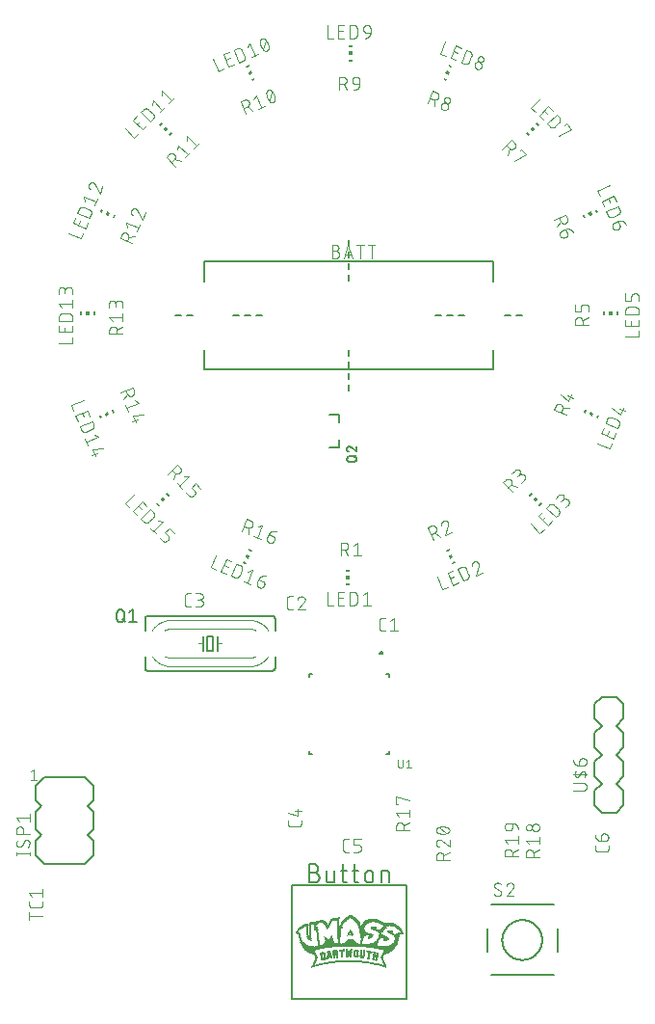
<source format=gto>
G04 EAGLE Gerber RS-274X export*
G75*
%MOMM*%
%FSLAX34Y34*%
%LPD*%
%INSilkscreen Top*%
%IPPOS*%
%AMOC8*
5,1,8,0,0,1.08239X$1,22.5*%
G01*
%ADD10C,0.152400*%
%ADD11C,0.200000*%
%ADD12C,0.127000*%
%ADD13C,0.076200*%
%ADD14C,0.101600*%
%ADD15R,0.300000X0.150000*%
%ADD16R,0.300000X0.300000*%
%ADD17R,0.150000X0.300000*%
%ADD18R,0.300000X0.300000*%
%ADD19C,0.050800*%
%ADD20C,0.203200*%
%ADD21C,0.177800*%
%ADD22R,0.017781X0.017019*%
%ADD23R,0.033019X0.017019*%
%ADD24R,0.068581X0.017019*%
%ADD25R,0.083819X0.017019*%
%ADD26R,0.101600X0.016762*%
%ADD27R,0.116838X0.016762*%
%ADD28R,0.152400X0.017019*%
%ADD29R,0.185419X0.017019*%
%ADD30R,0.220981X0.017019*%
%ADD31R,0.236219X0.016762*%
%ADD32R,0.289563X0.016762*%
%ADD33R,0.304800X0.017019*%
%ADD34R,0.355600X0.017019*%
%ADD35R,0.340363X0.017019*%
%ADD36R,0.388619X0.017019*%
%ADD37R,0.406400X0.016762*%
%ADD38R,0.457200X0.016762*%
%ADD39R,0.457200X0.017019*%
%ADD40R,0.134619X0.017019*%
%ADD41R,0.370838X0.017019*%
%ADD42R,0.101600X0.017019*%
%ADD43R,0.134619X0.016762*%
%ADD44R,0.355600X0.016762*%
%ADD45R,0.373381X0.016762*%
%ADD46R,0.373381X0.017019*%
%ADD47R,0.406400X0.017019*%
%ADD48R,0.152400X0.016762*%
%ADD49R,0.421637X0.016762*%
%ADD50R,0.137162X0.017019*%
%ADD51R,0.421637X0.017019*%
%ADD52R,0.441963X0.017019*%
%ADD53R,0.424181X0.017019*%
%ADD54R,0.472438X0.017019*%
%ADD55R,0.474981X0.017019*%
%ADD56R,0.508000X0.017019*%
%ADD57R,0.492763X0.017019*%
%ADD58R,0.541019X0.016762*%
%ADD59R,0.525781X0.016762*%
%ADD60R,0.558800X0.017019*%
%ADD61R,0.543563X0.017019*%
%ADD62R,0.591819X0.017019*%
%ADD63R,0.574037X0.017019*%
%ADD64R,0.137162X0.016762*%
%ADD65R,0.627381X0.016762*%
%ADD66R,0.678181X0.017019*%
%ADD67R,0.660400X0.017019*%
%ADD68R,0.728981X0.017019*%
%ADD69R,0.711200X0.017019*%
%ADD70R,0.812800X0.016762*%
%ADD71R,0.779781X0.016762*%
%ADD72R,0.932181X0.017019*%
%ADD73R,0.896619X0.017019*%
%ADD74R,1.117600X0.017019*%
%ADD75R,1.099819X0.017019*%
%ADD76R,2.877819X0.016762*%
%ADD77R,2.608581X0.017019*%
%ADD78R,0.119381X0.017019*%
%ADD79R,2.303781X0.017019*%
%ADD80R,1.930400X0.016762*%
%ADD81R,1.490981X0.017019*%
%ADD82R,0.845819X0.017019*%
%ADD83R,0.033019X0.016762*%
%ADD84R,0.119381X0.016762*%
%ADD85R,0.170181X0.017019*%
%ADD86R,0.203200X0.016762*%
%ADD87R,0.170181X0.016762*%
%ADD88R,0.271781X0.017019*%
%ADD89R,0.066037X0.017019*%
%ADD90R,0.187963X0.017019*%
%ADD91R,0.116838X0.017019*%
%ADD92R,0.015238X0.017019*%
%ADD93R,0.388619X0.016762*%
%ADD94R,0.167637X0.016762*%
%ADD95R,0.185419X0.016762*%
%ADD96R,0.167637X0.017019*%
%ADD97R,0.439419X0.017019*%
%ADD98R,0.086363X0.017019*%
%ADD99R,0.254000X0.017019*%
%ADD100R,0.238763X0.016762*%
%ADD101R,0.304800X0.016762*%
%ADD102R,0.337819X0.017019*%
%ADD103R,0.441963X0.016762*%
%ADD104R,0.015238X0.016762*%
%ADD105R,0.187963X0.016762*%
%ADD106R,0.050800X0.017019*%
%ADD107R,0.424181X0.016762*%
%ADD108R,0.068581X0.016762*%
%ADD109R,0.439419X0.016762*%
%ADD110R,0.218438X0.017019*%
%ADD111R,0.541019X0.017019*%
%ADD112R,0.271781X0.016762*%
%ADD113R,0.218438X0.016762*%
%ADD114R,0.340363X0.016762*%
%ADD115R,0.391163X0.016762*%
%ADD116R,0.322581X0.017019*%
%ADD117R,0.558800X0.016762*%
%ADD118R,0.391163X0.017019*%
%ADD119R,0.287019X0.017019*%
%ADD120R,0.508000X0.016762*%
%ADD121R,0.287019X0.016762*%
%ADD122R,0.337819X0.016762*%
%ADD123R,0.083819X0.016762*%
%ADD124R,0.525781X0.017019*%
%ADD125R,0.203200X0.017019*%
%ADD126R,0.574037X0.016762*%
%ADD127R,0.490219X0.016762*%
%ADD128R,0.609600X0.017019*%
%ADD129R,0.490219X0.017019*%
%ADD130R,0.645163X0.016762*%
%ADD131R,0.254000X0.016762*%
%ADD132R,0.591819X0.016762*%
%ADD133R,0.642619X0.017019*%
%ADD134R,0.236219X0.017019*%
%ADD135R,0.675638X0.016762*%
%ADD136R,0.693419X0.017019*%
%ADD137R,0.035563X0.017019*%
%ADD138R,0.627381X0.017019*%
%ADD139R,0.728981X0.016762*%
%ADD140R,0.220981X0.016762*%
%ADD141R,0.660400X0.016762*%
%ADD142R,0.675638X0.017019*%
%ADD143R,0.762000X0.017019*%
%ADD144R,0.845819X0.016762*%
%ADD145R,0.269238X0.016762*%
%ADD146R,0.863600X0.017019*%
%ADD147R,1.016000X0.017019*%
%ADD148R,0.947419X0.017019*%
%ADD149R,1.099819X0.016762*%
%ADD150R,1.051562X0.016762*%
%ADD151R,1.186181X0.017019*%
%ADD152R,1.150619X0.017019*%
%ADD153R,1.285238X0.017019*%
%ADD154R,1.236981X0.017019*%
%ADD155R,1.389381X0.016762*%
%ADD156R,1.338581X0.016762*%
%ADD157R,1.437638X0.017019*%
%ADD158R,1.590037X0.017019*%
%ADD159R,1.557019X0.017019*%
%ADD160R,1.691638X0.016762*%
%ADD161R,1.643381X0.016762*%
%ADD162R,1.795781X0.017019*%
%ADD163R,1.762763X0.017019*%
%ADD164R,1.915163X0.017019*%
%ADD165R,1.879600X0.017019*%
%ADD166R,2.047238X0.016762*%
%ADD167R,2.014219X0.016762*%
%ADD168R,2.166619X0.017019*%
%ADD169R,2.133600X0.017019*%
%ADD170R,2.270763X0.017019*%
%ADD171R,2.456181X0.016762*%
%ADD172R,2.420619X0.016762*%
%ADD173R,2.590800X0.017019*%
%ADD174R,1.676400X0.017019*%
%ADD175R,2.743200X0.017019*%
%ADD176R,1.694181X0.016762*%
%ADD177R,2.946400X0.016762*%
%ADD178R,1.846581X0.017019*%
%ADD179R,1.897381X0.017019*%
%ADD180R,0.812800X0.017019*%
%ADD181R,0.645163X0.017019*%
%ADD182R,2.148837X0.017019*%
%ADD183R,2.082800X0.017019*%
%ADD184R,0.726438X0.017019*%
%ADD185R,0.576581X0.016762*%
%ADD186R,5.334000X0.016762*%
%ADD187R,0.678181X0.016762*%
%ADD188R,5.265419X0.017019*%
%ADD189R,5.199381X0.017019*%
%ADD190R,0.594363X0.017019*%
%ADD191R,4.942838X0.016762*%
%ADD192R,4.876800X0.017019*%
%ADD193R,4.826000X0.017019*%
%ADD194R,4.808219X0.016762*%
%ADD195R,4.775200X0.017019*%
%ADD196R,4.742181X0.017019*%
%ADD197R,4.742181X0.016762*%
%ADD198R,3.149600X0.017019*%
%ADD199R,0.779781X0.017019*%
%ADD200R,1.440181X0.017019*%
%ADD201R,1.422400X0.017019*%
%ADD202R,0.322581X0.016762*%
%ADD203R,1.422400X0.016762*%
%ADD204R,1.287781X0.016762*%
%ADD205R,0.320038X0.017019*%
%ADD206R,1.082037X0.017019*%
%ADD207R,0.523238X0.017019*%
%ADD208R,0.947419X0.016762*%
%ADD209R,1.033781X0.016762*%
%ADD210R,0.914400X0.017019*%
%ADD211R,0.998219X0.017019*%
%ADD212R,0.878838X0.017019*%
%ADD213R,0.863600X0.016762*%
%ADD214R,0.896619X0.016762*%
%ADD215R,0.830581X0.017019*%
%ADD216R,0.848363X0.017019*%
%ADD217R,0.777238X0.016762*%
%ADD218R,0.746762X0.017019*%
%ADD219R,0.744219X0.017019*%
%ADD220R,0.693419X0.016762*%
%ADD221R,0.609600X0.016762*%
%ADD222R,0.269238X0.017019*%
%ADD223R,0.320038X0.016762*%
%ADD224R,0.543563X0.016762*%
%ADD225R,0.289563X0.017019*%
%ADD226R,0.370838X0.016762*%
%ADD227R,0.238763X0.017019*%
%ADD228R,0.795019X0.017019*%
%ADD229R,0.050800X0.016762*%
%ADD230R,0.762000X0.016762*%
%ADD231R,0.624838X0.016762*%
%ADD232R,0.017781X0.016762*%
%ADD233R,0.492763X0.016762*%
%ADD234R,0.474981X0.016762*%
%ADD235R,1.117600X0.016762*%
%ADD236R,1.084581X0.017019*%
%ADD237R,1.084581X0.016762*%
%ADD238R,1.066800X0.017019*%
%ADD239R,0.965200X0.016762*%
%ADD240R,0.881381X0.017019*%
%ADD241R,0.086363X0.016762*%
%ADD242R,0.746762X0.016762*%
%ADD243R,0.695963X0.017019*%
%ADD244R,0.523238X0.016762*%
%ADD245R,0.726438X0.016762*%
%ADD246R,0.472438X0.016762*%
%ADD247R,0.576581X0.017019*%
%ADD248R,1.270000X0.017019*%
%ADD249R,1.252219X0.017019*%
%ADD250R,1.252219X0.016762*%
%ADD251R,1.219200X0.016762*%
%ADD252R,1.219200X0.017019*%
%ADD253R,0.066037X0.016762*%
%ADD254R,1.186181X0.016762*%
%ADD255R,1.135381X0.017019*%
%ADD256R,1.049019X0.017019*%
%ADD257R,0.965200X0.017019*%
%ADD258R,1.541781X0.016762*%
%ADD259R,1.488438X0.017019*%
%ADD260R,0.624838X0.017019*%
%ADD261R,1.457963X0.017019*%
%ADD262R,1.386838X0.016762*%
%ADD263R,1.338581X0.017019*%
%ADD264R,1.132838X0.017019*%
%ADD265R,1.031238X0.017019*%


D10*
X250000Y50000D02*
X250000Y150000D01*
X350000Y150000D01*
X350000Y50000D01*
X250000Y50000D01*
X264779Y160903D02*
X269295Y160903D01*
X269295Y160904D02*
X269428Y160902D01*
X269560Y160896D01*
X269692Y160886D01*
X269824Y160873D01*
X269956Y160855D01*
X270086Y160834D01*
X270217Y160809D01*
X270346Y160780D01*
X270474Y160747D01*
X270602Y160711D01*
X270728Y160671D01*
X270853Y160627D01*
X270977Y160579D01*
X271099Y160528D01*
X271220Y160473D01*
X271339Y160415D01*
X271457Y160353D01*
X271572Y160288D01*
X271686Y160219D01*
X271797Y160148D01*
X271906Y160072D01*
X272013Y159994D01*
X272118Y159913D01*
X272220Y159828D01*
X272320Y159741D01*
X272417Y159651D01*
X272512Y159558D01*
X272603Y159462D01*
X272692Y159364D01*
X272778Y159263D01*
X272861Y159159D01*
X272941Y159053D01*
X273017Y158945D01*
X273091Y158835D01*
X273161Y158722D01*
X273228Y158608D01*
X273291Y158491D01*
X273351Y158373D01*
X273408Y158253D01*
X273461Y158131D01*
X273510Y158008D01*
X273556Y157884D01*
X273598Y157758D01*
X273636Y157631D01*
X273671Y157503D01*
X273702Y157374D01*
X273729Y157245D01*
X273752Y157114D01*
X273772Y156983D01*
X273787Y156851D01*
X273799Y156719D01*
X273807Y156587D01*
X273811Y156454D01*
X273811Y156322D01*
X273807Y156189D01*
X273799Y156057D01*
X273787Y155925D01*
X273772Y155793D01*
X273752Y155662D01*
X273729Y155531D01*
X273702Y155402D01*
X273671Y155273D01*
X273636Y155145D01*
X273598Y155018D01*
X273556Y154892D01*
X273510Y154768D01*
X273461Y154645D01*
X273408Y154523D01*
X273351Y154403D01*
X273291Y154285D01*
X273228Y154168D01*
X273161Y154054D01*
X273091Y153941D01*
X273017Y153831D01*
X272941Y153723D01*
X272861Y153617D01*
X272778Y153513D01*
X272692Y153412D01*
X272603Y153314D01*
X272512Y153218D01*
X272417Y153125D01*
X272320Y153035D01*
X272220Y152948D01*
X272118Y152863D01*
X272013Y152782D01*
X271906Y152704D01*
X271797Y152628D01*
X271686Y152557D01*
X271572Y152488D01*
X271457Y152423D01*
X271339Y152361D01*
X271220Y152303D01*
X271099Y152248D01*
X270977Y152197D01*
X270853Y152149D01*
X270728Y152105D01*
X270602Y152065D01*
X270474Y152029D01*
X270346Y151996D01*
X270217Y151967D01*
X270086Y151942D01*
X269956Y151921D01*
X269824Y151903D01*
X269692Y151890D01*
X269560Y151880D01*
X269428Y151874D01*
X269295Y151872D01*
X264779Y151872D01*
X264779Y168128D01*
X269295Y168128D01*
X269414Y168126D01*
X269534Y168120D01*
X269653Y168110D01*
X269771Y168096D01*
X269890Y168079D01*
X270007Y168057D01*
X270124Y168032D01*
X270239Y168002D01*
X270354Y167969D01*
X270468Y167932D01*
X270580Y167892D01*
X270691Y167847D01*
X270800Y167799D01*
X270908Y167748D01*
X271014Y167693D01*
X271118Y167634D01*
X271220Y167572D01*
X271320Y167507D01*
X271418Y167438D01*
X271514Y167366D01*
X271607Y167291D01*
X271697Y167214D01*
X271785Y167133D01*
X271870Y167049D01*
X271952Y166962D01*
X272032Y166873D01*
X272108Y166781D01*
X272182Y166687D01*
X272252Y166590D01*
X272319Y166492D01*
X272383Y166391D01*
X272443Y166287D01*
X272500Y166182D01*
X272553Y166075D01*
X272603Y165967D01*
X272649Y165857D01*
X272691Y165745D01*
X272730Y165632D01*
X272765Y165518D01*
X272796Y165403D01*
X272824Y165286D01*
X272847Y165169D01*
X272867Y165052D01*
X272883Y164933D01*
X272895Y164814D01*
X272903Y164695D01*
X272907Y164576D01*
X272907Y164456D01*
X272903Y164337D01*
X272895Y164218D01*
X272883Y164099D01*
X272867Y163980D01*
X272847Y163863D01*
X272824Y163746D01*
X272796Y163629D01*
X272765Y163514D01*
X272730Y163400D01*
X272691Y163287D01*
X272649Y163175D01*
X272603Y163065D01*
X272553Y162957D01*
X272500Y162850D01*
X272443Y162745D01*
X272383Y162641D01*
X272319Y162540D01*
X272252Y162442D01*
X272182Y162345D01*
X272108Y162251D01*
X272032Y162159D01*
X271952Y162070D01*
X271870Y161983D01*
X271785Y161899D01*
X271697Y161818D01*
X271607Y161741D01*
X271514Y161666D01*
X271418Y161594D01*
X271320Y161525D01*
X271220Y161460D01*
X271118Y161398D01*
X271014Y161339D01*
X270908Y161284D01*
X270800Y161233D01*
X270691Y161185D01*
X270580Y161140D01*
X270468Y161100D01*
X270354Y161063D01*
X270239Y161030D01*
X270124Y161000D01*
X270007Y160975D01*
X269890Y160953D01*
X269771Y160936D01*
X269653Y160922D01*
X269534Y160912D01*
X269414Y160906D01*
X269295Y160904D01*
X280060Y162709D02*
X280060Y154581D01*
X280061Y154581D02*
X280063Y154480D01*
X280069Y154379D01*
X280078Y154278D01*
X280091Y154177D01*
X280108Y154077D01*
X280129Y153978D01*
X280153Y153880D01*
X280181Y153783D01*
X280213Y153686D01*
X280248Y153591D01*
X280287Y153498D01*
X280329Y153406D01*
X280375Y153315D01*
X280424Y153227D01*
X280476Y153140D01*
X280532Y153055D01*
X280590Y152972D01*
X280652Y152892D01*
X280717Y152814D01*
X280784Y152738D01*
X280854Y152665D01*
X280927Y152595D01*
X281003Y152528D01*
X281081Y152463D01*
X281161Y152401D01*
X281244Y152343D01*
X281329Y152287D01*
X281416Y152235D01*
X281504Y152186D01*
X281595Y152140D01*
X281687Y152098D01*
X281780Y152059D01*
X281875Y152024D01*
X281972Y151992D01*
X282069Y151964D01*
X282167Y151940D01*
X282266Y151919D01*
X282366Y151902D01*
X282467Y151889D01*
X282568Y151880D01*
X282669Y151874D01*
X282770Y151872D01*
X287285Y151872D01*
X287285Y162709D01*
X292831Y162709D02*
X298250Y162709D01*
X294637Y168128D02*
X294637Y154581D01*
X294638Y154581D02*
X294640Y154480D01*
X294646Y154379D01*
X294655Y154278D01*
X294668Y154177D01*
X294685Y154077D01*
X294706Y153978D01*
X294730Y153880D01*
X294758Y153783D01*
X294790Y153686D01*
X294825Y153591D01*
X294864Y153498D01*
X294906Y153406D01*
X294952Y153315D01*
X295001Y153227D01*
X295053Y153140D01*
X295109Y153055D01*
X295167Y152972D01*
X295229Y152892D01*
X295294Y152814D01*
X295361Y152738D01*
X295431Y152665D01*
X295504Y152595D01*
X295580Y152528D01*
X295658Y152463D01*
X295738Y152401D01*
X295821Y152343D01*
X295906Y152287D01*
X295993Y152235D01*
X296081Y152186D01*
X296172Y152140D01*
X296264Y152098D01*
X296357Y152059D01*
X296452Y152024D01*
X296549Y151992D01*
X296646Y151964D01*
X296744Y151940D01*
X296843Y151919D01*
X296943Y151902D01*
X297044Y151889D01*
X297145Y151880D01*
X297246Y151874D01*
X297347Y151872D01*
X298250Y151872D01*
X302731Y162709D02*
X308150Y162709D01*
X304537Y168128D02*
X304537Y154581D01*
X304539Y154480D01*
X304545Y154379D01*
X304554Y154278D01*
X304567Y154177D01*
X304584Y154077D01*
X304605Y153978D01*
X304629Y153880D01*
X304657Y153783D01*
X304689Y153686D01*
X304724Y153591D01*
X304763Y153498D01*
X304805Y153406D01*
X304851Y153315D01*
X304900Y153227D01*
X304952Y153140D01*
X305008Y153055D01*
X305066Y152972D01*
X305128Y152892D01*
X305193Y152814D01*
X305260Y152738D01*
X305330Y152665D01*
X305403Y152595D01*
X305479Y152528D01*
X305557Y152463D01*
X305637Y152401D01*
X305720Y152343D01*
X305805Y152287D01*
X305892Y152235D01*
X305980Y152186D01*
X306071Y152140D01*
X306163Y152098D01*
X306256Y152059D01*
X306351Y152024D01*
X306448Y151992D01*
X306545Y151964D01*
X306643Y151940D01*
X306742Y151919D01*
X306842Y151902D01*
X306943Y151889D01*
X307044Y151880D01*
X307145Y151874D01*
X307246Y151872D01*
X308150Y151872D01*
X313928Y155484D02*
X313928Y159097D01*
X313930Y159216D01*
X313936Y159336D01*
X313946Y159455D01*
X313960Y159573D01*
X313977Y159692D01*
X313999Y159809D01*
X314024Y159926D01*
X314054Y160041D01*
X314087Y160156D01*
X314124Y160270D01*
X314164Y160382D01*
X314209Y160493D01*
X314257Y160602D01*
X314308Y160710D01*
X314363Y160816D01*
X314422Y160920D01*
X314484Y161022D01*
X314549Y161122D01*
X314618Y161220D01*
X314690Y161316D01*
X314765Y161409D01*
X314842Y161499D01*
X314923Y161587D01*
X315007Y161672D01*
X315094Y161754D01*
X315183Y161834D01*
X315275Y161910D01*
X315369Y161984D01*
X315466Y162054D01*
X315564Y162121D01*
X315665Y162185D01*
X315769Y162245D01*
X315874Y162302D01*
X315981Y162355D01*
X316089Y162405D01*
X316199Y162451D01*
X316311Y162493D01*
X316424Y162532D01*
X316538Y162567D01*
X316653Y162598D01*
X316770Y162626D01*
X316887Y162649D01*
X317004Y162669D01*
X317123Y162685D01*
X317242Y162697D01*
X317361Y162705D01*
X317480Y162709D01*
X317600Y162709D01*
X317719Y162705D01*
X317838Y162697D01*
X317957Y162685D01*
X318076Y162669D01*
X318193Y162649D01*
X318310Y162626D01*
X318427Y162598D01*
X318542Y162567D01*
X318656Y162532D01*
X318769Y162493D01*
X318881Y162451D01*
X318991Y162405D01*
X319099Y162355D01*
X319206Y162302D01*
X319311Y162245D01*
X319415Y162185D01*
X319516Y162121D01*
X319614Y162054D01*
X319711Y161984D01*
X319805Y161910D01*
X319897Y161834D01*
X319986Y161754D01*
X320073Y161672D01*
X320157Y161587D01*
X320238Y161499D01*
X320315Y161409D01*
X320390Y161316D01*
X320462Y161220D01*
X320531Y161122D01*
X320596Y161022D01*
X320658Y160920D01*
X320717Y160816D01*
X320772Y160710D01*
X320823Y160602D01*
X320871Y160493D01*
X320916Y160382D01*
X320956Y160270D01*
X320993Y160156D01*
X321026Y160041D01*
X321056Y159926D01*
X321081Y159809D01*
X321103Y159692D01*
X321120Y159573D01*
X321134Y159455D01*
X321144Y159336D01*
X321150Y159216D01*
X321152Y159097D01*
X321153Y159097D02*
X321153Y155484D01*
X321152Y155484D02*
X321150Y155365D01*
X321144Y155245D01*
X321134Y155126D01*
X321120Y155008D01*
X321103Y154889D01*
X321081Y154772D01*
X321056Y154655D01*
X321026Y154540D01*
X320993Y154425D01*
X320956Y154311D01*
X320916Y154199D01*
X320871Y154088D01*
X320823Y153979D01*
X320772Y153871D01*
X320717Y153765D01*
X320658Y153661D01*
X320596Y153559D01*
X320531Y153459D01*
X320462Y153361D01*
X320390Y153265D01*
X320315Y153172D01*
X320238Y153082D01*
X320157Y152994D01*
X320073Y152909D01*
X319986Y152827D01*
X319897Y152747D01*
X319805Y152671D01*
X319711Y152597D01*
X319614Y152527D01*
X319516Y152460D01*
X319415Y152396D01*
X319311Y152336D01*
X319206Y152279D01*
X319099Y152226D01*
X318991Y152176D01*
X318881Y152130D01*
X318769Y152088D01*
X318656Y152049D01*
X318542Y152014D01*
X318427Y151983D01*
X318310Y151955D01*
X318193Y151932D01*
X318076Y151912D01*
X317957Y151896D01*
X317838Y151884D01*
X317719Y151876D01*
X317600Y151872D01*
X317480Y151872D01*
X317361Y151876D01*
X317242Y151884D01*
X317123Y151896D01*
X317004Y151912D01*
X316887Y151932D01*
X316770Y151955D01*
X316653Y151983D01*
X316538Y152014D01*
X316424Y152049D01*
X316311Y152088D01*
X316199Y152130D01*
X316089Y152176D01*
X315981Y152226D01*
X315874Y152279D01*
X315769Y152336D01*
X315665Y152396D01*
X315564Y152460D01*
X315466Y152527D01*
X315369Y152597D01*
X315275Y152671D01*
X315183Y152747D01*
X315094Y152827D01*
X315007Y152909D01*
X314923Y152994D01*
X314842Y153082D01*
X314765Y153172D01*
X314690Y153265D01*
X314618Y153361D01*
X314549Y153459D01*
X314484Y153559D01*
X314422Y153661D01*
X314363Y153765D01*
X314308Y153871D01*
X314257Y153979D01*
X314209Y154088D01*
X314164Y154199D01*
X314124Y154311D01*
X314087Y154425D01*
X314054Y154540D01*
X314024Y154655D01*
X313999Y154772D01*
X313977Y154889D01*
X313960Y155008D01*
X313946Y155126D01*
X313936Y155245D01*
X313930Y155365D01*
X313928Y155484D01*
X327996Y151872D02*
X327996Y162709D01*
X332512Y162709D01*
X332616Y162707D01*
X332719Y162701D01*
X332823Y162691D01*
X332926Y162677D01*
X333028Y162659D01*
X333129Y162638D01*
X333230Y162612D01*
X333329Y162583D01*
X333428Y162550D01*
X333525Y162513D01*
X333620Y162472D01*
X333714Y162428D01*
X333806Y162380D01*
X333896Y162329D01*
X333985Y162274D01*
X334071Y162216D01*
X334154Y162154D01*
X334236Y162090D01*
X334314Y162022D01*
X334390Y161952D01*
X334464Y161879D01*
X334534Y161802D01*
X334602Y161724D01*
X334666Y161642D01*
X334728Y161559D01*
X334786Y161473D01*
X334841Y161384D01*
X334892Y161294D01*
X334940Y161202D01*
X334984Y161108D01*
X335025Y161013D01*
X335062Y160916D01*
X335095Y160817D01*
X335124Y160718D01*
X335150Y160617D01*
X335171Y160516D01*
X335189Y160414D01*
X335203Y160311D01*
X335213Y160207D01*
X335219Y160104D01*
X335221Y160000D01*
X335221Y151872D01*
D11*
X327000Y353730D02*
X327002Y353793D01*
X327008Y353855D01*
X327018Y353917D01*
X327031Y353979D01*
X327049Y354039D01*
X327070Y354098D01*
X327095Y354156D01*
X327124Y354212D01*
X327156Y354266D01*
X327191Y354318D01*
X327229Y354367D01*
X327271Y354415D01*
X327315Y354459D01*
X327363Y354501D01*
X327412Y354539D01*
X327464Y354574D01*
X327518Y354606D01*
X327574Y354635D01*
X327632Y354660D01*
X327691Y354681D01*
X327751Y354699D01*
X327813Y354712D01*
X327875Y354722D01*
X327937Y354728D01*
X328000Y354730D01*
X328063Y354728D01*
X328125Y354722D01*
X328187Y354712D01*
X328249Y354699D01*
X328309Y354681D01*
X328368Y354660D01*
X328426Y354635D01*
X328482Y354606D01*
X328536Y354574D01*
X328588Y354539D01*
X328637Y354501D01*
X328685Y354459D01*
X328729Y354415D01*
X328771Y354367D01*
X328809Y354318D01*
X328844Y354266D01*
X328876Y354212D01*
X328905Y354156D01*
X328930Y354098D01*
X328951Y354039D01*
X328969Y353979D01*
X328982Y353917D01*
X328992Y353855D01*
X328998Y353793D01*
X329000Y353730D01*
X328998Y353667D01*
X328992Y353605D01*
X328982Y353543D01*
X328969Y353481D01*
X328951Y353421D01*
X328930Y353362D01*
X328905Y353304D01*
X328876Y353248D01*
X328844Y353194D01*
X328809Y353142D01*
X328771Y353093D01*
X328729Y353045D01*
X328685Y353001D01*
X328637Y352959D01*
X328588Y352921D01*
X328536Y352886D01*
X328482Y352854D01*
X328426Y352825D01*
X328368Y352800D01*
X328309Y352779D01*
X328249Y352761D01*
X328187Y352748D01*
X328125Y352738D01*
X328063Y352732D01*
X328000Y352730D01*
X327937Y352732D01*
X327875Y352738D01*
X327813Y352748D01*
X327751Y352761D01*
X327691Y352779D01*
X327632Y352800D01*
X327574Y352825D01*
X327518Y352854D01*
X327464Y352886D01*
X327412Y352921D01*
X327363Y352959D01*
X327315Y353001D01*
X327271Y353045D01*
X327229Y353093D01*
X327191Y353142D01*
X327156Y353194D01*
X327124Y353248D01*
X327095Y353304D01*
X327070Y353362D01*
X327049Y353421D01*
X327031Y353481D01*
X327018Y353543D01*
X327008Y353605D01*
X327002Y353667D01*
X327000Y353730D01*
D12*
X335000Y335000D02*
X335000Y332600D01*
X335000Y335000D02*
X332600Y335000D01*
X267400Y335000D02*
X265000Y335000D01*
X265000Y332600D01*
X265000Y267400D02*
X265000Y265000D01*
X267400Y265000D01*
X332600Y265000D02*
X335000Y265000D01*
X335000Y267400D01*
D13*
X342868Y260040D02*
X342868Y254699D01*
X342869Y254699D02*
X342871Y254609D01*
X342877Y254520D01*
X342887Y254431D01*
X342900Y254342D01*
X342918Y254254D01*
X342939Y254167D01*
X342964Y254081D01*
X342993Y253996D01*
X343025Y253913D01*
X343061Y253831D01*
X343101Y253751D01*
X343144Y253672D01*
X343191Y253595D01*
X343240Y253521D01*
X343293Y253449D01*
X343350Y253379D01*
X343409Y253311D01*
X343471Y253247D01*
X343535Y253185D01*
X343603Y253126D01*
X343673Y253069D01*
X343745Y253016D01*
X343819Y252967D01*
X343896Y252920D01*
X343975Y252877D01*
X344055Y252837D01*
X344137Y252801D01*
X344220Y252769D01*
X344305Y252740D01*
X344391Y252715D01*
X344478Y252694D01*
X344566Y252676D01*
X344655Y252663D01*
X344744Y252653D01*
X344833Y252647D01*
X344923Y252645D01*
X345013Y252647D01*
X345102Y252653D01*
X345191Y252663D01*
X345280Y252676D01*
X345368Y252694D01*
X345455Y252715D01*
X345541Y252740D01*
X345626Y252769D01*
X345709Y252801D01*
X345791Y252837D01*
X345871Y252877D01*
X345950Y252920D01*
X346027Y252967D01*
X346101Y253016D01*
X346173Y253069D01*
X346243Y253126D01*
X346311Y253185D01*
X346375Y253247D01*
X346437Y253311D01*
X346496Y253379D01*
X346553Y253449D01*
X346606Y253521D01*
X346655Y253595D01*
X346702Y253672D01*
X346745Y253751D01*
X346785Y253831D01*
X346821Y253913D01*
X346853Y253996D01*
X346882Y254081D01*
X346907Y254167D01*
X346928Y254254D01*
X346946Y254342D01*
X346959Y254431D01*
X346969Y254520D01*
X346975Y254609D01*
X346977Y254699D01*
X346977Y260040D01*
X350455Y258397D02*
X352510Y260040D01*
X352510Y252644D01*
X354564Y252644D02*
X350455Y252644D01*
D12*
X172620Y602400D02*
X172620Y620000D01*
X172620Y602400D02*
X426620Y602400D01*
X426620Y620000D01*
X426620Y680000D02*
X426620Y697700D01*
X172620Y697700D01*
X172620Y680000D01*
X300000Y680480D02*
X300000Y685560D01*
X300000Y690640D02*
X300000Y695720D01*
X300000Y700800D02*
X300000Y705880D01*
X300000Y710960D02*
X300000Y716040D01*
X300000Y619520D02*
X300000Y614440D01*
X300000Y609360D02*
X300000Y604280D01*
X300000Y599200D02*
X300000Y594120D01*
X300000Y589040D02*
X300000Y583960D01*
X376200Y650000D02*
X381280Y650000D01*
X386360Y650000D02*
X391440Y650000D01*
X396520Y650000D02*
X401600Y650000D01*
X437160Y650000D02*
X442240Y650000D01*
X447320Y650000D02*
X452400Y650000D01*
X162840Y650000D02*
X157760Y650000D01*
X152680Y650000D02*
X147600Y650000D01*
X198400Y650000D02*
X203480Y650000D01*
X208560Y650000D02*
X213640Y650000D01*
X218720Y650000D02*
X223800Y650000D01*
D14*
X284878Y706769D02*
X288123Y706769D01*
X288123Y706770D02*
X288236Y706768D01*
X288349Y706762D01*
X288462Y706752D01*
X288575Y706738D01*
X288687Y706721D01*
X288798Y706699D01*
X288908Y706674D01*
X289018Y706644D01*
X289126Y706611D01*
X289233Y706574D01*
X289339Y706534D01*
X289443Y706489D01*
X289546Y706441D01*
X289647Y706390D01*
X289746Y706335D01*
X289843Y706277D01*
X289938Y706215D01*
X290031Y706150D01*
X290121Y706082D01*
X290209Y706011D01*
X290295Y705936D01*
X290378Y705859D01*
X290458Y705779D01*
X290535Y705696D01*
X290610Y705610D01*
X290681Y705522D01*
X290749Y705432D01*
X290814Y705339D01*
X290876Y705244D01*
X290934Y705147D01*
X290989Y705048D01*
X291040Y704947D01*
X291088Y704844D01*
X291133Y704740D01*
X291173Y704634D01*
X291210Y704527D01*
X291243Y704419D01*
X291273Y704309D01*
X291298Y704199D01*
X291320Y704088D01*
X291337Y703976D01*
X291351Y703863D01*
X291361Y703750D01*
X291367Y703637D01*
X291369Y703524D01*
X291367Y703411D01*
X291361Y703298D01*
X291351Y703185D01*
X291337Y703072D01*
X291320Y702960D01*
X291298Y702849D01*
X291273Y702739D01*
X291243Y702629D01*
X291210Y702521D01*
X291173Y702414D01*
X291133Y702308D01*
X291088Y702204D01*
X291040Y702101D01*
X290989Y702000D01*
X290934Y701901D01*
X290876Y701804D01*
X290814Y701709D01*
X290749Y701616D01*
X290681Y701526D01*
X290610Y701438D01*
X290535Y701352D01*
X290458Y701269D01*
X290378Y701189D01*
X290295Y701112D01*
X290209Y701037D01*
X290121Y700966D01*
X290031Y700898D01*
X289938Y700833D01*
X289843Y700771D01*
X289746Y700713D01*
X289647Y700658D01*
X289546Y700607D01*
X289443Y700559D01*
X289339Y700514D01*
X289233Y700474D01*
X289126Y700437D01*
X289018Y700404D01*
X288908Y700374D01*
X288798Y700349D01*
X288687Y700327D01*
X288575Y700310D01*
X288462Y700296D01*
X288349Y700286D01*
X288236Y700280D01*
X288123Y700278D01*
X284878Y700278D01*
X284878Y711962D01*
X288123Y711962D01*
X288224Y711960D01*
X288324Y711954D01*
X288424Y711944D01*
X288524Y711931D01*
X288623Y711913D01*
X288722Y711892D01*
X288819Y711867D01*
X288916Y711838D01*
X289011Y711805D01*
X289105Y711769D01*
X289197Y711729D01*
X289288Y711686D01*
X289377Y711639D01*
X289464Y711589D01*
X289550Y711535D01*
X289633Y711478D01*
X289713Y711418D01*
X289792Y711355D01*
X289868Y711288D01*
X289941Y711219D01*
X290011Y711147D01*
X290079Y711073D01*
X290144Y710996D01*
X290205Y710916D01*
X290264Y710834D01*
X290319Y710750D01*
X290371Y710664D01*
X290420Y710576D01*
X290465Y710486D01*
X290507Y710394D01*
X290545Y710301D01*
X290579Y710206D01*
X290610Y710111D01*
X290637Y710014D01*
X290660Y709916D01*
X290680Y709817D01*
X290695Y709717D01*
X290707Y709617D01*
X290715Y709517D01*
X290719Y709416D01*
X290719Y709316D01*
X290715Y709215D01*
X290707Y709115D01*
X290695Y709015D01*
X290680Y708915D01*
X290660Y708816D01*
X290637Y708718D01*
X290610Y708621D01*
X290579Y708526D01*
X290545Y708431D01*
X290507Y708338D01*
X290465Y708246D01*
X290420Y708156D01*
X290371Y708068D01*
X290319Y707982D01*
X290264Y707898D01*
X290205Y707816D01*
X290144Y707736D01*
X290079Y707659D01*
X290011Y707585D01*
X289941Y707513D01*
X289868Y707444D01*
X289792Y707377D01*
X289713Y707314D01*
X289633Y707254D01*
X289550Y707197D01*
X289464Y707143D01*
X289377Y707093D01*
X289288Y707046D01*
X289197Y707003D01*
X289105Y706963D01*
X289011Y706927D01*
X288916Y706894D01*
X288819Y706865D01*
X288722Y706840D01*
X288623Y706819D01*
X288524Y706801D01*
X288424Y706788D01*
X288324Y706778D01*
X288224Y706772D01*
X288123Y706770D01*
X295108Y700278D02*
X299003Y711962D01*
X302898Y700278D01*
X301924Y703199D02*
X296082Y703199D01*
X309671Y700278D02*
X309671Y711962D01*
X312916Y711962D02*
X306425Y711962D01*
X319577Y711962D02*
X319577Y700278D01*
X316331Y711962D02*
X322822Y711962D01*
X329219Y372888D02*
X331816Y372888D01*
X329219Y372888D02*
X329120Y372890D01*
X329020Y372896D01*
X328921Y372905D01*
X328823Y372918D01*
X328725Y372935D01*
X328627Y372956D01*
X328531Y372981D01*
X328436Y373009D01*
X328342Y373041D01*
X328249Y373076D01*
X328157Y373115D01*
X328067Y373158D01*
X327979Y373203D01*
X327892Y373253D01*
X327808Y373305D01*
X327725Y373361D01*
X327645Y373419D01*
X327567Y373481D01*
X327492Y373546D01*
X327419Y373614D01*
X327349Y373684D01*
X327281Y373757D01*
X327216Y373832D01*
X327154Y373910D01*
X327096Y373990D01*
X327040Y374073D01*
X326988Y374157D01*
X326938Y374244D01*
X326893Y374332D01*
X326850Y374422D01*
X326811Y374514D01*
X326776Y374607D01*
X326744Y374701D01*
X326716Y374796D01*
X326691Y374892D01*
X326670Y374990D01*
X326653Y375088D01*
X326640Y375186D01*
X326631Y375285D01*
X326625Y375385D01*
X326623Y375484D01*
X326623Y381976D01*
X326625Y382075D01*
X326631Y382175D01*
X326640Y382274D01*
X326653Y382372D01*
X326670Y382470D01*
X326691Y382568D01*
X326716Y382664D01*
X326744Y382759D01*
X326776Y382853D01*
X326811Y382946D01*
X326850Y383038D01*
X326893Y383128D01*
X326938Y383216D01*
X326988Y383303D01*
X327040Y383387D01*
X327096Y383470D01*
X327154Y383550D01*
X327216Y383628D01*
X327281Y383703D01*
X327349Y383776D01*
X327419Y383846D01*
X327492Y383914D01*
X327567Y383979D01*
X327645Y384041D01*
X327725Y384099D01*
X327808Y384155D01*
X327892Y384207D01*
X327979Y384257D01*
X328067Y384302D01*
X328157Y384345D01*
X328249Y384384D01*
X328341Y384419D01*
X328436Y384451D01*
X328531Y384479D01*
X328627Y384504D01*
X328725Y384525D01*
X328823Y384542D01*
X328921Y384555D01*
X329020Y384564D01*
X329120Y384570D01*
X329219Y384572D01*
X331816Y384572D01*
X336181Y381976D02*
X339426Y384572D01*
X339426Y372888D01*
X336181Y372888D02*
X342672Y372888D01*
X341390Y198326D02*
X353074Y198326D01*
X341390Y198326D02*
X341390Y201571D01*
X341392Y201684D01*
X341398Y201797D01*
X341408Y201910D01*
X341422Y202023D01*
X341439Y202135D01*
X341461Y202246D01*
X341486Y202356D01*
X341516Y202466D01*
X341549Y202574D01*
X341586Y202681D01*
X341626Y202787D01*
X341671Y202891D01*
X341719Y202994D01*
X341770Y203095D01*
X341825Y203194D01*
X341883Y203291D01*
X341945Y203386D01*
X342010Y203479D01*
X342078Y203569D01*
X342149Y203657D01*
X342224Y203743D01*
X342301Y203826D01*
X342381Y203906D01*
X342464Y203983D01*
X342550Y204058D01*
X342638Y204129D01*
X342728Y204197D01*
X342821Y204262D01*
X342916Y204324D01*
X343013Y204382D01*
X343112Y204437D01*
X343213Y204488D01*
X343316Y204536D01*
X343420Y204581D01*
X343526Y204621D01*
X343633Y204658D01*
X343741Y204691D01*
X343851Y204721D01*
X343961Y204746D01*
X344072Y204768D01*
X344184Y204785D01*
X344297Y204799D01*
X344410Y204809D01*
X344523Y204815D01*
X344636Y204817D01*
X344749Y204815D01*
X344862Y204809D01*
X344975Y204799D01*
X345088Y204785D01*
X345200Y204768D01*
X345311Y204746D01*
X345421Y204721D01*
X345531Y204691D01*
X345639Y204658D01*
X345746Y204621D01*
X345852Y204581D01*
X345956Y204536D01*
X346059Y204488D01*
X346160Y204437D01*
X346259Y204382D01*
X346356Y204324D01*
X346451Y204262D01*
X346544Y204197D01*
X346634Y204129D01*
X346722Y204058D01*
X346808Y203983D01*
X346891Y203906D01*
X346971Y203826D01*
X347048Y203743D01*
X347123Y203657D01*
X347194Y203569D01*
X347262Y203479D01*
X347327Y203386D01*
X347389Y203291D01*
X347447Y203194D01*
X347502Y203095D01*
X347553Y202994D01*
X347601Y202891D01*
X347646Y202787D01*
X347686Y202681D01*
X347723Y202574D01*
X347756Y202466D01*
X347786Y202356D01*
X347811Y202246D01*
X347833Y202135D01*
X347850Y202023D01*
X347864Y201910D01*
X347874Y201797D01*
X347880Y201684D01*
X347882Y201571D01*
X347881Y201571D02*
X347881Y198326D01*
X347881Y202220D02*
X353074Y204817D01*
X343987Y209682D02*
X341390Y212927D01*
X353074Y212927D01*
X353074Y209682D02*
X353074Y216173D01*
X342688Y221112D02*
X341390Y221112D01*
X341390Y227603D01*
X353074Y224357D01*
D15*
X301500Y886000D03*
X301500Y874000D03*
D16*
X301500Y880000D03*
D14*
X280674Y893318D02*
X280674Y905002D01*
X280674Y893318D02*
X285867Y893318D01*
X290580Y893318D02*
X295773Y893318D01*
X290580Y893318D02*
X290580Y905002D01*
X295773Y905002D01*
X294475Y899809D02*
X290580Y899809D01*
X300464Y905002D02*
X300464Y893318D01*
X300464Y905002D02*
X303709Y905002D01*
X303822Y905000D01*
X303935Y904994D01*
X304048Y904984D01*
X304161Y904970D01*
X304273Y904953D01*
X304384Y904931D01*
X304494Y904906D01*
X304604Y904876D01*
X304712Y904843D01*
X304819Y904806D01*
X304925Y904766D01*
X305029Y904721D01*
X305132Y904673D01*
X305233Y904622D01*
X305332Y904567D01*
X305429Y904509D01*
X305524Y904447D01*
X305617Y904382D01*
X305707Y904314D01*
X305795Y904243D01*
X305881Y904168D01*
X305964Y904091D01*
X306044Y904011D01*
X306121Y903928D01*
X306196Y903842D01*
X306267Y903754D01*
X306335Y903664D01*
X306400Y903571D01*
X306462Y903476D01*
X306520Y903379D01*
X306575Y903280D01*
X306626Y903179D01*
X306674Y903076D01*
X306719Y902972D01*
X306759Y902866D01*
X306796Y902759D01*
X306829Y902651D01*
X306859Y902541D01*
X306884Y902431D01*
X306906Y902320D01*
X306923Y902208D01*
X306937Y902095D01*
X306947Y901982D01*
X306953Y901869D01*
X306955Y901756D01*
X306955Y896564D01*
X306953Y896451D01*
X306947Y896338D01*
X306937Y896225D01*
X306923Y896112D01*
X306906Y896000D01*
X306884Y895889D01*
X306859Y895779D01*
X306829Y895669D01*
X306796Y895561D01*
X306759Y895454D01*
X306719Y895348D01*
X306674Y895244D01*
X306626Y895141D01*
X306575Y895040D01*
X306520Y894941D01*
X306462Y894844D01*
X306400Y894749D01*
X306335Y894656D01*
X306267Y894566D01*
X306196Y894478D01*
X306121Y894392D01*
X306044Y894309D01*
X305964Y894229D01*
X305881Y894152D01*
X305795Y894077D01*
X305707Y894006D01*
X305617Y893938D01*
X305524Y893873D01*
X305429Y893811D01*
X305332Y893753D01*
X305233Y893698D01*
X305132Y893647D01*
X305029Y893599D01*
X304925Y893554D01*
X304819Y893514D01*
X304712Y893477D01*
X304604Y893444D01*
X304494Y893414D01*
X304384Y893389D01*
X304273Y893367D01*
X304161Y893350D01*
X304048Y893336D01*
X303935Y893326D01*
X303822Y893320D01*
X303709Y893318D01*
X300464Y893318D01*
X314871Y898511D02*
X318766Y898511D01*
X314871Y898511D02*
X314772Y898513D01*
X314672Y898519D01*
X314573Y898528D01*
X314475Y898541D01*
X314377Y898558D01*
X314279Y898579D01*
X314183Y898604D01*
X314088Y898632D01*
X313994Y898664D01*
X313901Y898699D01*
X313809Y898738D01*
X313719Y898781D01*
X313631Y898826D01*
X313544Y898876D01*
X313460Y898928D01*
X313377Y898984D01*
X313297Y899042D01*
X313219Y899104D01*
X313144Y899169D01*
X313071Y899237D01*
X313001Y899307D01*
X312933Y899380D01*
X312868Y899455D01*
X312806Y899533D01*
X312748Y899613D01*
X312692Y899696D01*
X312640Y899780D01*
X312590Y899867D01*
X312545Y899955D01*
X312502Y900045D01*
X312463Y900137D01*
X312428Y900230D01*
X312396Y900324D01*
X312368Y900419D01*
X312343Y900515D01*
X312322Y900613D01*
X312305Y900711D01*
X312292Y900809D01*
X312283Y900908D01*
X312277Y901008D01*
X312275Y901107D01*
X312275Y901756D01*
X312274Y901756D02*
X312276Y901869D01*
X312282Y901982D01*
X312292Y902095D01*
X312306Y902208D01*
X312323Y902320D01*
X312345Y902431D01*
X312370Y902541D01*
X312400Y902651D01*
X312433Y902759D01*
X312470Y902866D01*
X312510Y902972D01*
X312555Y903076D01*
X312603Y903179D01*
X312654Y903280D01*
X312709Y903379D01*
X312767Y903476D01*
X312829Y903571D01*
X312894Y903664D01*
X312962Y903754D01*
X313033Y903842D01*
X313108Y903928D01*
X313185Y904011D01*
X313265Y904091D01*
X313348Y904168D01*
X313434Y904243D01*
X313522Y904314D01*
X313612Y904382D01*
X313705Y904447D01*
X313800Y904509D01*
X313897Y904567D01*
X313996Y904622D01*
X314097Y904673D01*
X314200Y904721D01*
X314304Y904766D01*
X314410Y904806D01*
X314517Y904843D01*
X314625Y904876D01*
X314735Y904906D01*
X314845Y904931D01*
X314956Y904953D01*
X315068Y904970D01*
X315181Y904984D01*
X315294Y904994D01*
X315407Y905000D01*
X315520Y905002D01*
X315633Y905000D01*
X315746Y904994D01*
X315859Y904984D01*
X315972Y904970D01*
X316084Y904953D01*
X316195Y904931D01*
X316305Y904906D01*
X316415Y904876D01*
X316523Y904843D01*
X316630Y904806D01*
X316736Y904766D01*
X316840Y904721D01*
X316943Y904673D01*
X317044Y904622D01*
X317143Y904567D01*
X317240Y904509D01*
X317335Y904447D01*
X317428Y904382D01*
X317518Y904314D01*
X317606Y904243D01*
X317692Y904168D01*
X317775Y904091D01*
X317855Y904011D01*
X317932Y903928D01*
X318007Y903842D01*
X318078Y903754D01*
X318146Y903664D01*
X318211Y903571D01*
X318273Y903476D01*
X318331Y903379D01*
X318386Y903280D01*
X318437Y903179D01*
X318485Y903076D01*
X318530Y902972D01*
X318570Y902866D01*
X318607Y902759D01*
X318640Y902651D01*
X318670Y902541D01*
X318695Y902431D01*
X318717Y902320D01*
X318734Y902208D01*
X318748Y902095D01*
X318758Y901982D01*
X318764Y901869D01*
X318766Y901756D01*
X318766Y898511D01*
X318764Y898368D01*
X318758Y898225D01*
X318748Y898082D01*
X318734Y897940D01*
X318717Y897798D01*
X318695Y897656D01*
X318670Y897515D01*
X318640Y897375D01*
X318607Y897236D01*
X318570Y897098D01*
X318529Y896961D01*
X318485Y896825D01*
X318436Y896690D01*
X318384Y896557D01*
X318329Y896425D01*
X318269Y896295D01*
X318206Y896166D01*
X318140Y896039D01*
X318070Y895915D01*
X317997Y895792D01*
X317920Y895671D01*
X317840Y895552D01*
X317757Y895436D01*
X317671Y895321D01*
X317582Y895210D01*
X317489Y895100D01*
X317394Y894994D01*
X317295Y894890D01*
X317194Y894789D01*
X317090Y894690D01*
X316984Y894595D01*
X316874Y894502D01*
X316763Y894413D01*
X316648Y894327D01*
X316532Y894244D01*
X316413Y894164D01*
X316292Y894087D01*
X316170Y894014D01*
X316045Y893944D01*
X315918Y893878D01*
X315789Y893815D01*
X315659Y893755D01*
X315527Y893700D01*
X315394Y893648D01*
X315259Y893599D01*
X315123Y893555D01*
X314986Y893514D01*
X314848Y893477D01*
X314709Y893444D01*
X314569Y893414D01*
X314428Y893389D01*
X314286Y893367D01*
X314144Y893350D01*
X314002Y893336D01*
X313859Y893326D01*
X313716Y893320D01*
X313573Y893318D01*
X291296Y859562D02*
X291296Y847878D01*
X291296Y859562D02*
X294542Y859562D01*
X294655Y859560D01*
X294768Y859554D01*
X294881Y859544D01*
X294994Y859530D01*
X295106Y859513D01*
X295217Y859491D01*
X295327Y859466D01*
X295437Y859436D01*
X295545Y859403D01*
X295652Y859366D01*
X295758Y859326D01*
X295862Y859281D01*
X295965Y859233D01*
X296066Y859182D01*
X296165Y859127D01*
X296262Y859069D01*
X296357Y859007D01*
X296450Y858942D01*
X296540Y858874D01*
X296628Y858803D01*
X296714Y858728D01*
X296797Y858651D01*
X296877Y858571D01*
X296954Y858488D01*
X297029Y858402D01*
X297100Y858314D01*
X297168Y858224D01*
X297233Y858131D01*
X297295Y858036D01*
X297353Y857939D01*
X297408Y857840D01*
X297459Y857739D01*
X297507Y857636D01*
X297552Y857532D01*
X297592Y857426D01*
X297629Y857319D01*
X297662Y857211D01*
X297692Y857101D01*
X297717Y856991D01*
X297739Y856880D01*
X297756Y856768D01*
X297770Y856655D01*
X297780Y856542D01*
X297786Y856429D01*
X297788Y856316D01*
X297786Y856203D01*
X297780Y856090D01*
X297770Y855977D01*
X297756Y855864D01*
X297739Y855752D01*
X297717Y855641D01*
X297692Y855531D01*
X297662Y855421D01*
X297629Y855313D01*
X297592Y855206D01*
X297552Y855100D01*
X297507Y854996D01*
X297459Y854893D01*
X297408Y854792D01*
X297353Y854693D01*
X297295Y854596D01*
X297233Y854501D01*
X297168Y854408D01*
X297100Y854318D01*
X297029Y854230D01*
X296954Y854144D01*
X296877Y854061D01*
X296797Y853981D01*
X296714Y853904D01*
X296628Y853829D01*
X296540Y853758D01*
X296450Y853690D01*
X296357Y853625D01*
X296262Y853563D01*
X296165Y853505D01*
X296066Y853450D01*
X295965Y853399D01*
X295862Y853351D01*
X295758Y853306D01*
X295652Y853266D01*
X295545Y853229D01*
X295437Y853196D01*
X295327Y853166D01*
X295217Y853141D01*
X295106Y853119D01*
X294994Y853102D01*
X294881Y853088D01*
X294768Y853078D01*
X294655Y853072D01*
X294542Y853070D01*
X294542Y853071D02*
X291296Y853071D01*
X295191Y853071D02*
X297787Y847878D01*
X305249Y853071D02*
X309144Y853071D01*
X305249Y853071D02*
X305150Y853073D01*
X305050Y853079D01*
X304951Y853088D01*
X304853Y853101D01*
X304755Y853118D01*
X304657Y853139D01*
X304561Y853164D01*
X304466Y853192D01*
X304372Y853224D01*
X304279Y853259D01*
X304187Y853298D01*
X304097Y853341D01*
X304009Y853386D01*
X303922Y853436D01*
X303838Y853488D01*
X303755Y853544D01*
X303675Y853602D01*
X303597Y853664D01*
X303522Y853729D01*
X303449Y853797D01*
X303379Y853867D01*
X303311Y853940D01*
X303246Y854015D01*
X303184Y854093D01*
X303126Y854173D01*
X303070Y854256D01*
X303018Y854340D01*
X302968Y854427D01*
X302923Y854515D01*
X302880Y854605D01*
X302841Y854697D01*
X302806Y854790D01*
X302774Y854884D01*
X302746Y854979D01*
X302721Y855075D01*
X302700Y855173D01*
X302683Y855271D01*
X302670Y855369D01*
X302661Y855468D01*
X302655Y855568D01*
X302653Y855667D01*
X302653Y856316D01*
X302652Y856316D02*
X302654Y856429D01*
X302660Y856542D01*
X302670Y856655D01*
X302684Y856768D01*
X302701Y856880D01*
X302723Y856991D01*
X302748Y857101D01*
X302778Y857211D01*
X302811Y857319D01*
X302848Y857426D01*
X302888Y857532D01*
X302933Y857636D01*
X302981Y857739D01*
X303032Y857840D01*
X303087Y857939D01*
X303145Y858036D01*
X303207Y858131D01*
X303272Y858224D01*
X303340Y858314D01*
X303411Y858402D01*
X303486Y858488D01*
X303563Y858571D01*
X303643Y858651D01*
X303726Y858728D01*
X303812Y858803D01*
X303900Y858874D01*
X303990Y858942D01*
X304083Y859007D01*
X304178Y859069D01*
X304275Y859127D01*
X304374Y859182D01*
X304475Y859233D01*
X304578Y859281D01*
X304682Y859326D01*
X304788Y859366D01*
X304895Y859403D01*
X305003Y859436D01*
X305113Y859466D01*
X305223Y859491D01*
X305334Y859513D01*
X305446Y859530D01*
X305559Y859544D01*
X305672Y859554D01*
X305785Y859560D01*
X305898Y859562D01*
X306011Y859560D01*
X306124Y859554D01*
X306237Y859544D01*
X306350Y859530D01*
X306462Y859513D01*
X306573Y859491D01*
X306683Y859466D01*
X306793Y859436D01*
X306901Y859403D01*
X307008Y859366D01*
X307114Y859326D01*
X307218Y859281D01*
X307321Y859233D01*
X307422Y859182D01*
X307521Y859127D01*
X307618Y859069D01*
X307713Y859007D01*
X307806Y858942D01*
X307896Y858874D01*
X307984Y858803D01*
X308070Y858728D01*
X308153Y858651D01*
X308233Y858571D01*
X308310Y858488D01*
X308385Y858402D01*
X308456Y858314D01*
X308524Y858224D01*
X308589Y858131D01*
X308651Y858036D01*
X308709Y857939D01*
X308764Y857840D01*
X308815Y857739D01*
X308863Y857636D01*
X308908Y857532D01*
X308948Y857426D01*
X308985Y857319D01*
X309018Y857211D01*
X309048Y857101D01*
X309073Y856991D01*
X309095Y856880D01*
X309112Y856768D01*
X309126Y856655D01*
X309136Y856542D01*
X309142Y856429D01*
X309144Y856316D01*
X309144Y853071D01*
X309142Y852928D01*
X309136Y852785D01*
X309126Y852642D01*
X309112Y852500D01*
X309095Y852358D01*
X309073Y852216D01*
X309048Y852075D01*
X309018Y851935D01*
X308985Y851796D01*
X308948Y851658D01*
X308907Y851521D01*
X308863Y851385D01*
X308814Y851250D01*
X308762Y851117D01*
X308707Y850985D01*
X308647Y850855D01*
X308584Y850726D01*
X308518Y850599D01*
X308448Y850475D01*
X308375Y850352D01*
X308298Y850231D01*
X308218Y850112D01*
X308135Y849996D01*
X308049Y849881D01*
X307960Y849770D01*
X307867Y849660D01*
X307772Y849554D01*
X307673Y849450D01*
X307572Y849349D01*
X307468Y849250D01*
X307362Y849155D01*
X307252Y849062D01*
X307141Y848973D01*
X307026Y848887D01*
X306910Y848804D01*
X306791Y848724D01*
X306670Y848647D01*
X306548Y848574D01*
X306423Y848504D01*
X306296Y848438D01*
X306167Y848375D01*
X306037Y848315D01*
X305905Y848260D01*
X305772Y848208D01*
X305637Y848159D01*
X305501Y848115D01*
X305364Y848074D01*
X305226Y848037D01*
X305087Y848004D01*
X304947Y847974D01*
X304806Y847949D01*
X304664Y847927D01*
X304522Y847910D01*
X304380Y847896D01*
X304237Y847886D01*
X304094Y847880D01*
X303951Y847878D01*
D17*
G36*
X209975Y867344D02*
X209401Y868728D01*
X212171Y869876D01*
X212745Y868492D01*
X209975Y867344D01*
G37*
G36*
X214567Y856257D02*
X213993Y857641D01*
X216763Y858789D01*
X217337Y857405D01*
X214567Y856257D01*
G37*
D18*
G36*
X212558Y861107D02*
X211410Y863877D01*
X214180Y865025D01*
X215328Y862255D01*
X212558Y861107D01*
G37*
D14*
X184909Y864653D02*
X180438Y875447D01*
X184909Y864653D02*
X189707Y866640D01*
X194061Y868443D02*
X198859Y870431D01*
X194061Y868443D02*
X189590Y879238D01*
X194387Y881225D01*
X195175Y875931D02*
X191577Y874440D01*
X198721Y883020D02*
X203192Y872226D01*
X198721Y883020D02*
X201719Y884262D01*
X201719Y884263D02*
X201824Y884304D01*
X201931Y884342D01*
X202039Y884376D01*
X202148Y884407D01*
X202258Y884433D01*
X202369Y884456D01*
X202481Y884474D01*
X202594Y884489D01*
X202706Y884500D01*
X202819Y884507D01*
X202933Y884510D01*
X203046Y884509D01*
X203159Y884504D01*
X203272Y884495D01*
X203385Y884482D01*
X203497Y884465D01*
X203608Y884445D01*
X203719Y884420D01*
X203828Y884392D01*
X203937Y884360D01*
X204045Y884324D01*
X204151Y884284D01*
X204255Y884241D01*
X204358Y884194D01*
X204460Y884143D01*
X204559Y884089D01*
X204657Y884032D01*
X204753Y883971D01*
X204846Y883907D01*
X204937Y883839D01*
X205026Y883769D01*
X205112Y883695D01*
X205195Y883619D01*
X205276Y883539D01*
X205354Y883457D01*
X205429Y883372D01*
X205501Y883285D01*
X205570Y883195D01*
X205636Y883103D01*
X205699Y883008D01*
X205758Y882911D01*
X205814Y882813D01*
X205866Y882712D01*
X205915Y882610D01*
X205960Y882506D01*
X207947Y877708D01*
X207948Y877708D02*
X207989Y877603D01*
X208027Y877496D01*
X208061Y877388D01*
X208092Y877279D01*
X208118Y877169D01*
X208141Y877058D01*
X208159Y876946D01*
X208174Y876833D01*
X208185Y876721D01*
X208192Y876608D01*
X208195Y876494D01*
X208194Y876381D01*
X208189Y876268D01*
X208180Y876155D01*
X208167Y876042D01*
X208150Y875930D01*
X208130Y875819D01*
X208105Y875708D01*
X208077Y875599D01*
X208045Y875490D01*
X208009Y875382D01*
X207969Y875276D01*
X207926Y875172D01*
X207879Y875069D01*
X207828Y874967D01*
X207774Y874868D01*
X207717Y874770D01*
X207656Y874674D01*
X207592Y874581D01*
X207524Y874490D01*
X207454Y874401D01*
X207380Y874315D01*
X207304Y874232D01*
X207224Y874151D01*
X207142Y874073D01*
X207057Y873998D01*
X206970Y873926D01*
X206880Y873857D01*
X206788Y873791D01*
X206693Y873728D01*
X206596Y873669D01*
X206498Y873613D01*
X206397Y873561D01*
X206295Y873512D01*
X206191Y873467D01*
X206191Y873468D02*
X203192Y872226D01*
X210626Y885141D02*
X212631Y888782D01*
X217102Y877987D01*
X214104Y876745D02*
X220101Y879229D01*
X222428Y886517D02*
X222343Y886731D01*
X222262Y886946D01*
X222187Y887163D01*
X222117Y887382D01*
X222052Y887603D01*
X221993Y887825D01*
X221939Y888048D01*
X221890Y888273D01*
X221847Y888499D01*
X221809Y888725D01*
X221776Y888953D01*
X221749Y889181D01*
X221728Y889410D01*
X221711Y889639D01*
X221701Y889869D01*
X221696Y890099D01*
X221696Y890329D01*
X221702Y890558D01*
X221713Y890788D01*
X221713Y890787D02*
X221709Y890883D01*
X221708Y890979D01*
X221712Y891075D01*
X221719Y891171D01*
X221731Y891267D01*
X221746Y891362D01*
X221765Y891456D01*
X221787Y891549D01*
X221814Y891642D01*
X221844Y891733D01*
X221877Y891823D01*
X221915Y891912D01*
X221955Y891999D01*
X222000Y892084D01*
X222047Y892168D01*
X222098Y892249D01*
X222152Y892328D01*
X222209Y892406D01*
X222270Y892481D01*
X222333Y892553D01*
X222399Y892623D01*
X222468Y892690D01*
X222539Y892754D01*
X222613Y892816D01*
X222689Y892874D01*
X222768Y892929D01*
X222849Y892981D01*
X222932Y893030D01*
X223016Y893076D01*
X223103Y893118D01*
X223191Y893156D01*
X223280Y893191D01*
X223371Y893223D01*
X223463Y893250D01*
X223556Y893274D01*
X223650Y893295D01*
X223745Y893311D01*
X223840Y893324D01*
X223936Y893333D01*
X224032Y893338D01*
X224128Y893339D01*
X224224Y893336D01*
X224320Y893330D01*
X224415Y893319D01*
X224511Y893305D01*
X224605Y893287D01*
X224699Y893266D01*
X224791Y893240D01*
X224883Y893211D01*
X224973Y893179D01*
X225062Y893142D01*
X225150Y893102D01*
X225235Y893059D01*
X225319Y893012D01*
X225401Y892962D01*
X225481Y892909D01*
X225559Y892853D01*
X225635Y892793D01*
X225708Y892731D01*
X225778Y892665D01*
X225846Y892597D01*
X225911Y892526D01*
X226081Y892371D01*
X226248Y892213D01*
X226411Y892051D01*
X226569Y891885D01*
X226724Y891715D01*
X226875Y891541D01*
X227021Y891364D01*
X227164Y891183D01*
X227302Y890999D01*
X227435Y890812D01*
X227564Y890622D01*
X227688Y890429D01*
X227808Y890233D01*
X227923Y890033D01*
X228033Y889832D01*
X228139Y889628D01*
X228239Y889421D01*
X228335Y889212D01*
X228425Y889000D01*
X222428Y886517D02*
X222519Y886306D01*
X222614Y886097D01*
X222714Y885890D01*
X222820Y885686D01*
X222930Y885484D01*
X223045Y885285D01*
X223165Y885089D01*
X223289Y884895D01*
X223418Y884705D01*
X223552Y884518D01*
X223690Y884334D01*
X223832Y884154D01*
X223978Y883976D01*
X224129Y883803D01*
X224284Y883633D01*
X224443Y883467D01*
X224605Y883304D01*
X224772Y883146D01*
X224942Y882992D01*
X224942Y882991D02*
X225007Y882920D01*
X225075Y882852D01*
X225145Y882786D01*
X225218Y882724D01*
X225294Y882664D01*
X225372Y882608D01*
X225452Y882555D01*
X225534Y882505D01*
X225618Y882458D01*
X225703Y882415D01*
X225791Y882375D01*
X225880Y882338D01*
X225970Y882306D01*
X226062Y882277D01*
X226154Y882251D01*
X226248Y882230D01*
X226342Y882212D01*
X226438Y882197D01*
X226533Y882187D01*
X226629Y882181D01*
X226725Y882178D01*
X226821Y882179D01*
X226917Y882184D01*
X227013Y882193D01*
X227108Y882206D01*
X227203Y882222D01*
X227297Y882243D01*
X227390Y882267D01*
X227482Y882294D01*
X227573Y882326D01*
X227662Y882361D01*
X229140Y884730D02*
X229151Y884960D01*
X229157Y885189D01*
X229157Y885419D01*
X229152Y885649D01*
X229142Y885879D01*
X229125Y886108D01*
X229104Y886337D01*
X229077Y886565D01*
X229044Y886793D01*
X229006Y887019D01*
X228963Y887245D01*
X228914Y887470D01*
X228860Y887693D01*
X228801Y887915D01*
X228736Y888136D01*
X228666Y888355D01*
X228591Y888572D01*
X228510Y888787D01*
X228425Y889001D01*
X229140Y884730D02*
X229144Y884634D01*
X229145Y884538D01*
X229141Y884442D01*
X229134Y884346D01*
X229122Y884250D01*
X229107Y884155D01*
X229088Y884061D01*
X229066Y883968D01*
X229039Y883875D01*
X229009Y883784D01*
X228976Y883694D01*
X228938Y883605D01*
X228898Y883518D01*
X228853Y883433D01*
X228806Y883349D01*
X228755Y883268D01*
X228701Y883189D01*
X228644Y883111D01*
X228583Y883036D01*
X228520Y882964D01*
X228454Y882894D01*
X228385Y882827D01*
X228314Y882763D01*
X228240Y882701D01*
X228164Y882643D01*
X228085Y882588D01*
X228004Y882536D01*
X227921Y882487D01*
X227837Y882441D01*
X227750Y882399D01*
X227662Y882361D01*
X224270Y883767D02*
X226584Y891751D01*
X204638Y837992D02*
X209109Y827197D01*
X204638Y837992D02*
X207637Y839234D01*
X207742Y839275D01*
X207849Y839313D01*
X207957Y839347D01*
X208066Y839378D01*
X208176Y839404D01*
X208287Y839427D01*
X208399Y839445D01*
X208512Y839460D01*
X208624Y839471D01*
X208737Y839478D01*
X208851Y839481D01*
X208964Y839480D01*
X209077Y839475D01*
X209190Y839466D01*
X209303Y839453D01*
X209415Y839436D01*
X209526Y839416D01*
X209637Y839391D01*
X209746Y839363D01*
X209855Y839331D01*
X209963Y839295D01*
X210069Y839255D01*
X210173Y839212D01*
X210276Y839165D01*
X210378Y839114D01*
X210477Y839060D01*
X210575Y839003D01*
X210671Y838942D01*
X210764Y838878D01*
X210855Y838810D01*
X210944Y838740D01*
X211030Y838666D01*
X211113Y838590D01*
X211194Y838510D01*
X211272Y838428D01*
X211347Y838343D01*
X211419Y838256D01*
X211488Y838166D01*
X211554Y838074D01*
X211617Y837979D01*
X211676Y837882D01*
X211732Y837784D01*
X211784Y837683D01*
X211833Y837581D01*
X211878Y837477D01*
X211919Y837372D01*
X211957Y837265D01*
X211991Y837157D01*
X212022Y837048D01*
X212048Y836938D01*
X212071Y836827D01*
X212089Y836715D01*
X212104Y836602D01*
X212115Y836490D01*
X212122Y836377D01*
X212125Y836263D01*
X212124Y836150D01*
X212119Y836037D01*
X212110Y835924D01*
X212097Y835811D01*
X212080Y835699D01*
X212060Y835588D01*
X212035Y835477D01*
X212007Y835368D01*
X211975Y835259D01*
X211939Y835151D01*
X211899Y835045D01*
X211856Y834941D01*
X211809Y834838D01*
X211758Y834736D01*
X211704Y834637D01*
X211647Y834539D01*
X211586Y834443D01*
X211522Y834350D01*
X211454Y834259D01*
X211384Y834170D01*
X211310Y834084D01*
X211234Y834001D01*
X211154Y833920D01*
X211072Y833842D01*
X210987Y833767D01*
X210900Y833695D01*
X210810Y833626D01*
X210718Y833560D01*
X210623Y833497D01*
X210527Y833438D01*
X210428Y833382D01*
X210327Y833330D01*
X210225Y833281D01*
X210121Y833236D01*
X210121Y833237D02*
X207122Y831995D01*
X210720Y833485D02*
X215106Y829681D01*
X216124Y839939D02*
X218128Y843580D01*
X222600Y832785D01*
X225598Y834027D02*
X219601Y831543D01*
X227925Y841314D02*
X227840Y841528D01*
X227759Y841743D01*
X227684Y841960D01*
X227614Y842179D01*
X227549Y842400D01*
X227490Y842622D01*
X227436Y842845D01*
X227387Y843070D01*
X227344Y843296D01*
X227306Y843522D01*
X227273Y843750D01*
X227246Y843978D01*
X227225Y844207D01*
X227208Y844436D01*
X227198Y844666D01*
X227193Y844896D01*
X227193Y845126D01*
X227199Y845355D01*
X227210Y845585D01*
X227206Y845681D01*
X227205Y845777D01*
X227209Y845873D01*
X227216Y845969D01*
X227228Y846065D01*
X227243Y846160D01*
X227262Y846254D01*
X227284Y846347D01*
X227311Y846440D01*
X227341Y846531D01*
X227374Y846621D01*
X227412Y846710D01*
X227452Y846797D01*
X227497Y846882D01*
X227544Y846966D01*
X227595Y847047D01*
X227649Y847126D01*
X227706Y847204D01*
X227767Y847279D01*
X227830Y847351D01*
X227896Y847421D01*
X227965Y847488D01*
X228036Y847552D01*
X228110Y847614D01*
X228186Y847672D01*
X228265Y847727D01*
X228346Y847779D01*
X228429Y847828D01*
X228513Y847874D01*
X228600Y847916D01*
X228688Y847954D01*
X228777Y847989D01*
X228868Y848021D01*
X228960Y848048D01*
X229053Y848072D01*
X229147Y848093D01*
X229242Y848109D01*
X229337Y848122D01*
X229433Y848131D01*
X229529Y848136D01*
X229625Y848137D01*
X229721Y848134D01*
X229817Y848128D01*
X229912Y848117D01*
X230008Y848103D01*
X230102Y848085D01*
X230196Y848064D01*
X230288Y848038D01*
X230380Y848009D01*
X230470Y847977D01*
X230559Y847940D01*
X230647Y847900D01*
X230732Y847857D01*
X230816Y847810D01*
X230898Y847760D01*
X230978Y847707D01*
X231056Y847651D01*
X231132Y847591D01*
X231205Y847529D01*
X231275Y847463D01*
X231343Y847395D01*
X231408Y847324D01*
X231578Y847169D01*
X231745Y847011D01*
X231908Y846849D01*
X232066Y846683D01*
X232221Y846513D01*
X232372Y846339D01*
X232518Y846162D01*
X232661Y845981D01*
X232799Y845797D01*
X232932Y845610D01*
X233061Y845420D01*
X233185Y845227D01*
X233305Y845031D01*
X233420Y844831D01*
X233530Y844630D01*
X233636Y844426D01*
X233736Y844219D01*
X233832Y844010D01*
X233922Y843798D01*
X227925Y841315D02*
X228016Y841104D01*
X228111Y840895D01*
X228211Y840688D01*
X228317Y840484D01*
X228427Y840282D01*
X228542Y840083D01*
X228662Y839887D01*
X228786Y839693D01*
X228915Y839503D01*
X229049Y839316D01*
X229187Y839132D01*
X229329Y838952D01*
X229475Y838774D01*
X229626Y838601D01*
X229781Y838431D01*
X229940Y838265D01*
X230102Y838102D01*
X230269Y837944D01*
X230439Y837790D01*
X230439Y837789D02*
X230504Y837718D01*
X230572Y837650D01*
X230642Y837584D01*
X230715Y837522D01*
X230791Y837462D01*
X230869Y837406D01*
X230949Y837353D01*
X231031Y837303D01*
X231115Y837256D01*
X231200Y837213D01*
X231288Y837173D01*
X231377Y837136D01*
X231467Y837104D01*
X231559Y837075D01*
X231651Y837049D01*
X231745Y837028D01*
X231839Y837010D01*
X231935Y836995D01*
X232030Y836985D01*
X232126Y836979D01*
X232222Y836976D01*
X232318Y836977D01*
X232414Y836982D01*
X232510Y836991D01*
X232605Y837004D01*
X232700Y837020D01*
X232794Y837041D01*
X232887Y837065D01*
X232979Y837092D01*
X233070Y837124D01*
X233159Y837159D01*
X234637Y839528D02*
X234648Y839758D01*
X234654Y839987D01*
X234654Y840217D01*
X234649Y840447D01*
X234639Y840677D01*
X234622Y840906D01*
X234601Y841135D01*
X234574Y841363D01*
X234541Y841591D01*
X234503Y841817D01*
X234460Y842043D01*
X234411Y842268D01*
X234357Y842491D01*
X234298Y842713D01*
X234233Y842934D01*
X234163Y843153D01*
X234088Y843370D01*
X234007Y843585D01*
X233922Y843799D01*
X234637Y839528D02*
X234641Y839432D01*
X234642Y839336D01*
X234638Y839240D01*
X234631Y839144D01*
X234619Y839048D01*
X234604Y838953D01*
X234585Y838859D01*
X234563Y838766D01*
X234536Y838673D01*
X234506Y838582D01*
X234473Y838492D01*
X234435Y838403D01*
X234395Y838316D01*
X234350Y838231D01*
X234303Y838147D01*
X234252Y838066D01*
X234198Y837987D01*
X234141Y837909D01*
X234080Y837834D01*
X234017Y837762D01*
X233951Y837692D01*
X233882Y837625D01*
X233811Y837561D01*
X233737Y837499D01*
X233661Y837441D01*
X233582Y837386D01*
X233501Y837334D01*
X233418Y837285D01*
X233334Y837239D01*
X233247Y837197D01*
X233159Y837159D01*
X229767Y838564D02*
X232081Y846549D01*
D17*
G36*
X133653Y816348D02*
X132593Y817408D01*
X134713Y819528D01*
X135773Y818468D01*
X133653Y816348D01*
G37*
G36*
X142139Y807863D02*
X141079Y808923D01*
X143199Y811043D01*
X144259Y809983D01*
X142139Y807863D01*
G37*
D18*
G36*
X138426Y811574D02*
X136305Y813695D01*
X138426Y815816D01*
X140547Y813695D01*
X138426Y811574D01*
G37*
D14*
X111107Y806235D02*
X102846Y814497D01*
X111107Y806235D02*
X114779Y809907D01*
X118112Y813240D02*
X121784Y816912D01*
X118112Y813240D02*
X109850Y821502D01*
X113522Y825173D01*
X116276Y820584D02*
X113522Y817830D01*
X116839Y828490D02*
X125101Y820228D01*
X116839Y828490D02*
X119134Y830785D01*
X119215Y830864D01*
X119299Y830940D01*
X119386Y831013D01*
X119476Y831082D01*
X119567Y831149D01*
X119661Y831212D01*
X119757Y831272D01*
X119855Y831329D01*
X119955Y831382D01*
X120057Y831432D01*
X120161Y831478D01*
X120266Y831520D01*
X120372Y831559D01*
X120480Y831594D01*
X120589Y831625D01*
X120699Y831653D01*
X120810Y831676D01*
X120921Y831696D01*
X121033Y831712D01*
X121146Y831724D01*
X121259Y831732D01*
X121372Y831736D01*
X121486Y831736D01*
X121599Y831732D01*
X121712Y831724D01*
X121825Y831712D01*
X121937Y831696D01*
X122048Y831676D01*
X122159Y831653D01*
X122269Y831625D01*
X122378Y831594D01*
X122486Y831559D01*
X122592Y831520D01*
X122697Y831478D01*
X122801Y831432D01*
X122903Y831382D01*
X123003Y831329D01*
X123101Y831272D01*
X123197Y831212D01*
X123291Y831149D01*
X123383Y831082D01*
X123472Y831013D01*
X123559Y830940D01*
X123643Y830864D01*
X123724Y830785D01*
X127395Y827113D01*
X127474Y827032D01*
X127550Y826948D01*
X127623Y826861D01*
X127692Y826771D01*
X127759Y826680D01*
X127822Y826586D01*
X127882Y826490D01*
X127939Y826392D01*
X127992Y826292D01*
X128042Y826190D01*
X128088Y826086D01*
X128130Y825981D01*
X128169Y825875D01*
X128204Y825767D01*
X128235Y825658D01*
X128263Y825548D01*
X128286Y825437D01*
X128306Y825326D01*
X128322Y825214D01*
X128334Y825101D01*
X128342Y824988D01*
X128346Y824875D01*
X128346Y824761D01*
X128342Y824648D01*
X128334Y824535D01*
X128322Y824422D01*
X128306Y824310D01*
X128286Y824199D01*
X128263Y824088D01*
X128235Y823978D01*
X128204Y823869D01*
X128169Y823761D01*
X128130Y823655D01*
X128088Y823550D01*
X128042Y823446D01*
X127992Y823344D01*
X127939Y823244D01*
X127882Y823146D01*
X127822Y823050D01*
X127759Y822956D01*
X127692Y822865D01*
X127623Y822775D01*
X127550Y822688D01*
X127474Y822604D01*
X127395Y822523D01*
X125101Y820228D01*
X127026Y835006D02*
X127485Y839137D01*
X135747Y830875D01*
X133452Y828580D02*
X138042Y833170D01*
X135108Y843088D02*
X135567Y847219D01*
X143829Y838957D01*
X141534Y836662D02*
X146124Y841252D01*
X139244Y789167D02*
X147506Y780905D01*
X139244Y789167D02*
X141539Y791462D01*
X141620Y791541D01*
X141704Y791617D01*
X141791Y791690D01*
X141881Y791759D01*
X141972Y791826D01*
X142066Y791889D01*
X142162Y791949D01*
X142260Y792006D01*
X142360Y792059D01*
X142462Y792109D01*
X142566Y792155D01*
X142671Y792197D01*
X142777Y792236D01*
X142885Y792271D01*
X142994Y792302D01*
X143104Y792330D01*
X143215Y792353D01*
X143326Y792373D01*
X143438Y792389D01*
X143551Y792401D01*
X143664Y792409D01*
X143777Y792413D01*
X143891Y792413D01*
X144004Y792409D01*
X144117Y792401D01*
X144230Y792389D01*
X144342Y792373D01*
X144453Y792353D01*
X144564Y792330D01*
X144674Y792302D01*
X144783Y792271D01*
X144891Y792236D01*
X144997Y792197D01*
X145102Y792155D01*
X145206Y792109D01*
X145308Y792059D01*
X145408Y792006D01*
X145506Y791949D01*
X145602Y791889D01*
X145696Y791826D01*
X145787Y791759D01*
X145877Y791690D01*
X145964Y791617D01*
X146048Y791541D01*
X146129Y791462D01*
X146208Y791381D01*
X146284Y791297D01*
X146357Y791210D01*
X146426Y791120D01*
X146493Y791029D01*
X146556Y790935D01*
X146616Y790839D01*
X146673Y790741D01*
X146726Y790641D01*
X146776Y790539D01*
X146822Y790435D01*
X146864Y790330D01*
X146903Y790224D01*
X146938Y790116D01*
X146969Y790007D01*
X146997Y789897D01*
X147020Y789786D01*
X147040Y789675D01*
X147056Y789563D01*
X147068Y789450D01*
X147076Y789337D01*
X147080Y789224D01*
X147080Y789110D01*
X147076Y788997D01*
X147068Y788884D01*
X147056Y788771D01*
X147040Y788659D01*
X147020Y788548D01*
X146997Y788437D01*
X146969Y788327D01*
X146938Y788218D01*
X146903Y788110D01*
X146864Y788004D01*
X146822Y787899D01*
X146776Y787795D01*
X146726Y787693D01*
X146673Y787593D01*
X146616Y787495D01*
X146556Y787399D01*
X146493Y787305D01*
X146426Y787214D01*
X146357Y787124D01*
X146284Y787037D01*
X146208Y786953D01*
X146129Y786872D01*
X143834Y784577D01*
X146588Y787331D02*
X152096Y785495D01*
X149110Y795361D02*
X149569Y799492D01*
X157831Y791230D01*
X155536Y788935D02*
X160126Y793525D01*
X157192Y803443D02*
X157651Y807574D01*
X165913Y799312D01*
X163618Y797017D02*
X168208Y801607D01*
D17*
G36*
X82656Y740027D02*
X81272Y740601D01*
X82420Y743371D01*
X83804Y742797D01*
X82656Y740027D01*
G37*
G36*
X93743Y735435D02*
X92359Y736009D01*
X93507Y738779D01*
X94891Y738205D01*
X93743Y735435D01*
G37*
D18*
G36*
X88893Y737444D02*
X86123Y738592D01*
X87271Y741362D01*
X90041Y740214D01*
X88893Y737444D01*
G37*
D14*
X64296Y717462D02*
X53501Y721934D01*
X64296Y717462D02*
X66283Y722260D01*
X68087Y726614D02*
X70074Y731412D01*
X68087Y726614D02*
X57292Y731086D01*
X59280Y735883D01*
X63580Y732696D02*
X62090Y729098D01*
X61074Y740217D02*
X71869Y735745D01*
X61074Y740217D02*
X62316Y743215D01*
X62361Y743319D01*
X62410Y743421D01*
X62462Y743522D01*
X62518Y743620D01*
X62577Y743717D01*
X62640Y743812D01*
X62706Y743904D01*
X62775Y743994D01*
X62847Y744081D01*
X62922Y744166D01*
X63000Y744248D01*
X63081Y744328D01*
X63164Y744404D01*
X63250Y744478D01*
X63339Y744548D01*
X63430Y744616D01*
X63523Y744680D01*
X63619Y744741D01*
X63717Y744798D01*
X63816Y744852D01*
X63918Y744903D01*
X64021Y744950D01*
X64125Y744993D01*
X64231Y745033D01*
X64339Y745069D01*
X64448Y745101D01*
X64557Y745129D01*
X64668Y745154D01*
X64779Y745174D01*
X64891Y745191D01*
X65004Y745204D01*
X65117Y745213D01*
X65230Y745218D01*
X65343Y745219D01*
X65457Y745216D01*
X65570Y745209D01*
X65683Y745198D01*
X65795Y745183D01*
X65907Y745165D01*
X66018Y745142D01*
X66128Y745116D01*
X66237Y745085D01*
X66345Y745051D01*
X66452Y745013D01*
X66557Y744972D01*
X71355Y742984D01*
X71355Y742985D02*
X71459Y742940D01*
X71561Y742891D01*
X71662Y742839D01*
X71760Y742783D01*
X71857Y742724D01*
X71952Y742661D01*
X72044Y742595D01*
X72134Y742526D01*
X72221Y742454D01*
X72306Y742379D01*
X72388Y742301D01*
X72468Y742220D01*
X72544Y742137D01*
X72618Y742051D01*
X72688Y741962D01*
X72756Y741871D01*
X72820Y741778D01*
X72881Y741682D01*
X72938Y741584D01*
X72992Y741485D01*
X73043Y741383D01*
X73090Y741280D01*
X73133Y741176D01*
X73173Y741070D01*
X73209Y740962D01*
X73241Y740853D01*
X73269Y740744D01*
X73294Y740633D01*
X73314Y740522D01*
X73331Y740410D01*
X73344Y740297D01*
X73353Y740184D01*
X73358Y740071D01*
X73359Y739958D01*
X73356Y739844D01*
X73349Y739731D01*
X73338Y739619D01*
X73323Y739506D01*
X73305Y739394D01*
X73282Y739283D01*
X73256Y739173D01*
X73225Y739064D01*
X73191Y738956D01*
X73153Y738849D01*
X73112Y738744D01*
X73111Y738744D02*
X71869Y735745D01*
X67993Y750135D02*
X66836Y754127D01*
X77631Y749656D01*
X78873Y752654D02*
X76389Y746657D01*
X71334Y764987D02*
X71377Y765085D01*
X71423Y765181D01*
X71473Y765275D01*
X71526Y765368D01*
X71582Y765458D01*
X71642Y765547D01*
X71705Y765633D01*
X71771Y765717D01*
X71840Y765798D01*
X71912Y765877D01*
X71986Y765953D01*
X72064Y766027D01*
X72144Y766097D01*
X72227Y766165D01*
X72312Y766229D01*
X72399Y766290D01*
X72489Y766348D01*
X72580Y766403D01*
X72674Y766454D01*
X72769Y766502D01*
X72866Y766547D01*
X72965Y766588D01*
X73065Y766625D01*
X73166Y766658D01*
X73268Y766688D01*
X73372Y766714D01*
X73476Y766736D01*
X73581Y766755D01*
X73687Y766769D01*
X73793Y766780D01*
X73900Y766787D01*
X74006Y766790D01*
X74113Y766789D01*
X74220Y766784D01*
X74326Y766775D01*
X74432Y766763D01*
X74537Y766746D01*
X74642Y766726D01*
X74746Y766702D01*
X74849Y766674D01*
X74951Y766642D01*
X75052Y766607D01*
X75151Y766568D01*
X71335Y764987D02*
X71290Y764875D01*
X71249Y764761D01*
X71212Y764646D01*
X71179Y764529D01*
X71149Y764412D01*
X71123Y764294D01*
X71101Y764175D01*
X71083Y764055D01*
X71069Y763935D01*
X71058Y763814D01*
X71052Y763694D01*
X71049Y763573D01*
X71050Y763452D01*
X71055Y763331D01*
X71065Y763210D01*
X71077Y763090D01*
X71094Y762970D01*
X71115Y762851D01*
X71139Y762732D01*
X71168Y762614D01*
X71200Y762498D01*
X71236Y762382D01*
X71275Y762268D01*
X71318Y762155D01*
X71365Y762043D01*
X71416Y761933D01*
X71470Y761825D01*
X71527Y761718D01*
X71588Y761614D01*
X71652Y761511D01*
X71719Y761410D01*
X71790Y761312D01*
X71864Y761216D01*
X71940Y761123D01*
X72020Y761032D01*
X72103Y760943D01*
X72188Y760858D01*
X72277Y760775D01*
X72367Y760695D01*
X76878Y764798D02*
X76836Y764901D01*
X76791Y765002D01*
X76742Y765101D01*
X76690Y765198D01*
X76635Y765294D01*
X76576Y765387D01*
X76514Y765478D01*
X76448Y765567D01*
X76380Y765654D01*
X76309Y765738D01*
X76234Y765820D01*
X76157Y765899D01*
X76077Y765975D01*
X75995Y766049D01*
X75910Y766119D01*
X75822Y766187D01*
X75732Y766251D01*
X75640Y766312D01*
X75546Y766370D01*
X75450Y766425D01*
X75352Y766476D01*
X75253Y766523D01*
X75151Y766567D01*
X76877Y764799D02*
X80763Y757217D01*
X83247Y763214D01*
X98538Y717760D02*
X109332Y713288D01*
X98538Y717760D02*
X99780Y720758D01*
X99779Y720758D02*
X99824Y720862D01*
X99873Y720964D01*
X99925Y721065D01*
X99981Y721163D01*
X100040Y721260D01*
X100103Y721355D01*
X100169Y721447D01*
X100238Y721537D01*
X100310Y721624D01*
X100385Y721709D01*
X100463Y721791D01*
X100544Y721871D01*
X100627Y721947D01*
X100713Y722021D01*
X100802Y722091D01*
X100893Y722159D01*
X100986Y722223D01*
X101082Y722284D01*
X101180Y722341D01*
X101279Y722395D01*
X101381Y722446D01*
X101484Y722493D01*
X101588Y722536D01*
X101694Y722576D01*
X101802Y722612D01*
X101911Y722644D01*
X102020Y722672D01*
X102131Y722697D01*
X102242Y722717D01*
X102354Y722734D01*
X102467Y722747D01*
X102580Y722756D01*
X102693Y722761D01*
X102806Y722762D01*
X102920Y722759D01*
X103033Y722752D01*
X103145Y722741D01*
X103258Y722726D01*
X103370Y722708D01*
X103481Y722685D01*
X103591Y722659D01*
X103700Y722628D01*
X103808Y722594D01*
X103915Y722556D01*
X104020Y722515D01*
X104124Y722470D01*
X104226Y722421D01*
X104327Y722369D01*
X104425Y722313D01*
X104522Y722254D01*
X104617Y722191D01*
X104709Y722125D01*
X104799Y722056D01*
X104886Y721984D01*
X104971Y721909D01*
X105053Y721831D01*
X105133Y721750D01*
X105209Y721667D01*
X105283Y721581D01*
X105353Y721492D01*
X105421Y721401D01*
X105485Y721308D01*
X105546Y721212D01*
X105603Y721114D01*
X105657Y721015D01*
X105708Y720913D01*
X105755Y720810D01*
X105798Y720706D01*
X105838Y720600D01*
X105874Y720492D01*
X105906Y720383D01*
X105934Y720274D01*
X105959Y720163D01*
X105979Y720052D01*
X105996Y719940D01*
X106009Y719827D01*
X106018Y719714D01*
X106023Y719601D01*
X106024Y719488D01*
X106021Y719374D01*
X106014Y719261D01*
X106003Y719149D01*
X105988Y719036D01*
X105970Y718924D01*
X105947Y718813D01*
X105921Y718703D01*
X105890Y718594D01*
X105856Y718486D01*
X105818Y718379D01*
X105777Y718274D01*
X104535Y715275D01*
X106025Y718874D02*
X111816Y719285D01*
X105282Y727258D02*
X104125Y731250D01*
X114920Y726779D01*
X116162Y729777D02*
X113678Y723780D01*
X108623Y742110D02*
X108666Y742208D01*
X108712Y742304D01*
X108762Y742398D01*
X108815Y742491D01*
X108871Y742581D01*
X108931Y742670D01*
X108994Y742756D01*
X109060Y742840D01*
X109129Y742921D01*
X109201Y743000D01*
X109275Y743076D01*
X109353Y743150D01*
X109433Y743220D01*
X109516Y743288D01*
X109601Y743352D01*
X109688Y743413D01*
X109778Y743471D01*
X109869Y743526D01*
X109963Y743577D01*
X110058Y743625D01*
X110155Y743670D01*
X110254Y743711D01*
X110354Y743748D01*
X110455Y743781D01*
X110557Y743811D01*
X110661Y743837D01*
X110765Y743859D01*
X110870Y743878D01*
X110976Y743892D01*
X111082Y743903D01*
X111189Y743910D01*
X111295Y743913D01*
X111402Y743912D01*
X111509Y743907D01*
X111615Y743898D01*
X111721Y743886D01*
X111826Y743869D01*
X111931Y743849D01*
X112035Y743825D01*
X112138Y743797D01*
X112240Y743765D01*
X112341Y743730D01*
X112440Y743691D01*
X108624Y742110D02*
X108579Y741998D01*
X108538Y741884D01*
X108501Y741769D01*
X108468Y741652D01*
X108438Y741535D01*
X108412Y741417D01*
X108390Y741298D01*
X108372Y741178D01*
X108358Y741058D01*
X108347Y740937D01*
X108341Y740817D01*
X108338Y740696D01*
X108339Y740575D01*
X108344Y740454D01*
X108354Y740333D01*
X108366Y740213D01*
X108383Y740093D01*
X108404Y739974D01*
X108428Y739855D01*
X108457Y739737D01*
X108489Y739621D01*
X108525Y739505D01*
X108564Y739391D01*
X108607Y739278D01*
X108654Y739166D01*
X108705Y739056D01*
X108759Y738948D01*
X108816Y738841D01*
X108877Y738737D01*
X108941Y738634D01*
X109008Y738533D01*
X109079Y738435D01*
X109153Y738339D01*
X109229Y738246D01*
X109309Y738155D01*
X109392Y738066D01*
X109477Y737981D01*
X109566Y737898D01*
X109656Y737818D01*
X114167Y741921D02*
X114125Y742024D01*
X114080Y742125D01*
X114031Y742224D01*
X113979Y742321D01*
X113924Y742417D01*
X113865Y742510D01*
X113803Y742601D01*
X113737Y742690D01*
X113669Y742777D01*
X113598Y742861D01*
X113523Y742943D01*
X113446Y743022D01*
X113366Y743098D01*
X113284Y743172D01*
X113199Y743242D01*
X113111Y743310D01*
X113021Y743374D01*
X112929Y743435D01*
X112835Y743493D01*
X112739Y743548D01*
X112641Y743599D01*
X112542Y743646D01*
X112440Y743690D01*
X114166Y741921D02*
X118052Y734340D01*
X120536Y740337D01*
D17*
X64000Y651500D03*
X76000Y651500D03*
D16*
X70000Y651500D03*
D14*
X56642Y625479D02*
X44958Y625479D01*
X56642Y625479D02*
X56642Y630672D01*
X56642Y635385D02*
X56642Y640578D01*
X56642Y635385D02*
X44958Y635385D01*
X44958Y640578D01*
X50151Y639280D02*
X50151Y635385D01*
X44958Y645269D02*
X56642Y645269D01*
X44958Y645269D02*
X44958Y648514D01*
X44960Y648627D01*
X44966Y648740D01*
X44976Y648853D01*
X44990Y648966D01*
X45007Y649078D01*
X45029Y649189D01*
X45054Y649299D01*
X45084Y649409D01*
X45117Y649517D01*
X45154Y649624D01*
X45194Y649730D01*
X45239Y649834D01*
X45287Y649937D01*
X45338Y650038D01*
X45393Y650137D01*
X45451Y650234D01*
X45513Y650329D01*
X45578Y650422D01*
X45646Y650512D01*
X45717Y650600D01*
X45792Y650686D01*
X45869Y650769D01*
X45949Y650849D01*
X46032Y650926D01*
X46118Y651001D01*
X46206Y651072D01*
X46296Y651140D01*
X46389Y651205D01*
X46484Y651267D01*
X46581Y651325D01*
X46680Y651380D01*
X46781Y651431D01*
X46884Y651479D01*
X46988Y651524D01*
X47094Y651564D01*
X47201Y651601D01*
X47309Y651634D01*
X47419Y651664D01*
X47529Y651689D01*
X47640Y651711D01*
X47752Y651728D01*
X47865Y651742D01*
X47978Y651752D01*
X48091Y651758D01*
X48204Y651760D01*
X53396Y651760D01*
X53509Y651758D01*
X53622Y651752D01*
X53735Y651742D01*
X53848Y651728D01*
X53960Y651711D01*
X54071Y651689D01*
X54181Y651664D01*
X54291Y651634D01*
X54399Y651601D01*
X54506Y651564D01*
X54612Y651524D01*
X54716Y651479D01*
X54819Y651431D01*
X54920Y651380D01*
X55019Y651325D01*
X55116Y651267D01*
X55211Y651205D01*
X55304Y651140D01*
X55394Y651072D01*
X55482Y651001D01*
X55568Y650926D01*
X55651Y650849D01*
X55731Y650769D01*
X55808Y650686D01*
X55883Y650600D01*
X55954Y650512D01*
X56022Y650422D01*
X56087Y650329D01*
X56149Y650234D01*
X56207Y650137D01*
X56262Y650038D01*
X56313Y649937D01*
X56361Y649834D01*
X56406Y649730D01*
X56446Y649624D01*
X56483Y649517D01*
X56516Y649409D01*
X56546Y649299D01*
X56571Y649189D01*
X56593Y649078D01*
X56610Y648966D01*
X56624Y648853D01*
X56634Y648740D01*
X56640Y648627D01*
X56642Y648514D01*
X56642Y645269D01*
X47554Y657080D02*
X44958Y660325D01*
X56642Y660325D01*
X56642Y657080D02*
X56642Y663571D01*
X56642Y668510D02*
X56642Y671755D01*
X56640Y671868D01*
X56634Y671981D01*
X56624Y672094D01*
X56610Y672207D01*
X56593Y672319D01*
X56571Y672430D01*
X56546Y672540D01*
X56516Y672650D01*
X56483Y672758D01*
X56446Y672865D01*
X56406Y672971D01*
X56361Y673075D01*
X56313Y673178D01*
X56262Y673279D01*
X56207Y673378D01*
X56149Y673475D01*
X56087Y673570D01*
X56022Y673663D01*
X55954Y673753D01*
X55883Y673841D01*
X55808Y673927D01*
X55731Y674010D01*
X55651Y674090D01*
X55568Y674167D01*
X55482Y674242D01*
X55394Y674313D01*
X55304Y674381D01*
X55211Y674446D01*
X55116Y674508D01*
X55019Y674566D01*
X54920Y674621D01*
X54819Y674672D01*
X54716Y674720D01*
X54612Y674765D01*
X54506Y674805D01*
X54399Y674842D01*
X54291Y674875D01*
X54181Y674905D01*
X54071Y674930D01*
X53960Y674952D01*
X53848Y674969D01*
X53735Y674983D01*
X53622Y674993D01*
X53509Y674999D01*
X53396Y675001D01*
X53283Y674999D01*
X53170Y674993D01*
X53057Y674983D01*
X52944Y674969D01*
X52832Y674952D01*
X52721Y674930D01*
X52611Y674905D01*
X52501Y674875D01*
X52393Y674842D01*
X52286Y674805D01*
X52180Y674765D01*
X52076Y674720D01*
X51973Y674672D01*
X51872Y674621D01*
X51773Y674566D01*
X51676Y674508D01*
X51581Y674446D01*
X51488Y674381D01*
X51398Y674313D01*
X51310Y674242D01*
X51224Y674167D01*
X51141Y674090D01*
X51061Y674010D01*
X50984Y673927D01*
X50909Y673841D01*
X50838Y673753D01*
X50770Y673663D01*
X50705Y673570D01*
X50643Y673475D01*
X50585Y673378D01*
X50530Y673279D01*
X50479Y673178D01*
X50431Y673075D01*
X50386Y672971D01*
X50346Y672865D01*
X50309Y672758D01*
X50276Y672650D01*
X50246Y672540D01*
X50221Y672430D01*
X50199Y672319D01*
X50182Y672207D01*
X50168Y672094D01*
X50158Y671981D01*
X50152Y671868D01*
X50150Y671755D01*
X44958Y672404D02*
X44958Y668510D01*
X44958Y672404D02*
X44960Y672505D01*
X44966Y672605D01*
X44976Y672705D01*
X44989Y672805D01*
X45007Y672904D01*
X45028Y673003D01*
X45053Y673100D01*
X45082Y673197D01*
X45115Y673292D01*
X45151Y673386D01*
X45191Y673478D01*
X45234Y673569D01*
X45281Y673658D01*
X45331Y673745D01*
X45385Y673831D01*
X45442Y673914D01*
X45502Y673994D01*
X45565Y674073D01*
X45632Y674149D01*
X45701Y674222D01*
X45773Y674292D01*
X45847Y674360D01*
X45924Y674425D01*
X46004Y674486D01*
X46086Y674545D01*
X46170Y674600D01*
X46256Y674652D01*
X46344Y674701D01*
X46434Y674746D01*
X46526Y674788D01*
X46619Y674826D01*
X46714Y674860D01*
X46809Y674891D01*
X46906Y674918D01*
X47004Y674941D01*
X47103Y674961D01*
X47203Y674976D01*
X47303Y674988D01*
X47403Y674996D01*
X47504Y675000D01*
X47604Y675000D01*
X47705Y674996D01*
X47805Y674988D01*
X47905Y674976D01*
X48005Y674961D01*
X48104Y674941D01*
X48202Y674918D01*
X48299Y674891D01*
X48394Y674860D01*
X48489Y674826D01*
X48582Y674788D01*
X48674Y674746D01*
X48764Y674701D01*
X48852Y674652D01*
X48938Y674600D01*
X49022Y674545D01*
X49104Y674486D01*
X49184Y674425D01*
X49261Y674360D01*
X49335Y674292D01*
X49407Y674222D01*
X49476Y674149D01*
X49543Y674073D01*
X49606Y673994D01*
X49666Y673914D01*
X49723Y673831D01*
X49777Y673745D01*
X49827Y673658D01*
X49874Y673569D01*
X49917Y673478D01*
X49957Y673386D01*
X49993Y673292D01*
X50026Y673197D01*
X50055Y673100D01*
X50080Y673003D01*
X50101Y672904D01*
X50119Y672805D01*
X50132Y672705D01*
X50142Y672605D01*
X50148Y672505D01*
X50150Y672404D01*
X50151Y672404D02*
X50151Y669808D01*
X89168Y633885D02*
X100852Y633885D01*
X89168Y633885D02*
X89168Y637130D01*
X89170Y637243D01*
X89176Y637356D01*
X89186Y637469D01*
X89200Y637582D01*
X89217Y637694D01*
X89239Y637805D01*
X89264Y637915D01*
X89294Y638025D01*
X89327Y638133D01*
X89364Y638240D01*
X89404Y638346D01*
X89449Y638450D01*
X89497Y638553D01*
X89548Y638654D01*
X89603Y638753D01*
X89661Y638850D01*
X89723Y638945D01*
X89788Y639038D01*
X89856Y639128D01*
X89927Y639216D01*
X90002Y639302D01*
X90079Y639385D01*
X90159Y639465D01*
X90242Y639542D01*
X90328Y639617D01*
X90416Y639688D01*
X90506Y639756D01*
X90599Y639821D01*
X90694Y639883D01*
X90791Y639941D01*
X90890Y639996D01*
X90991Y640047D01*
X91094Y640095D01*
X91198Y640140D01*
X91304Y640180D01*
X91411Y640217D01*
X91519Y640250D01*
X91629Y640280D01*
X91739Y640305D01*
X91850Y640327D01*
X91962Y640344D01*
X92075Y640358D01*
X92188Y640368D01*
X92301Y640374D01*
X92414Y640376D01*
X92527Y640374D01*
X92640Y640368D01*
X92753Y640358D01*
X92866Y640344D01*
X92978Y640327D01*
X93089Y640305D01*
X93199Y640280D01*
X93309Y640250D01*
X93417Y640217D01*
X93524Y640180D01*
X93630Y640140D01*
X93734Y640095D01*
X93837Y640047D01*
X93938Y639996D01*
X94037Y639941D01*
X94134Y639883D01*
X94229Y639821D01*
X94322Y639756D01*
X94412Y639688D01*
X94500Y639617D01*
X94586Y639542D01*
X94669Y639465D01*
X94749Y639385D01*
X94826Y639302D01*
X94901Y639216D01*
X94972Y639128D01*
X95040Y639038D01*
X95105Y638945D01*
X95167Y638850D01*
X95225Y638753D01*
X95280Y638654D01*
X95331Y638553D01*
X95379Y638450D01*
X95424Y638346D01*
X95464Y638240D01*
X95501Y638133D01*
X95534Y638025D01*
X95564Y637915D01*
X95589Y637805D01*
X95611Y637694D01*
X95628Y637582D01*
X95642Y637469D01*
X95652Y637356D01*
X95658Y637243D01*
X95660Y637130D01*
X95659Y637130D02*
X95659Y633885D01*
X95659Y637779D02*
X100852Y640376D01*
X91764Y645241D02*
X89168Y648486D01*
X100852Y648486D01*
X100852Y645241D02*
X100852Y651732D01*
X100852Y656671D02*
X100852Y659916D01*
X100850Y660029D01*
X100844Y660142D01*
X100834Y660255D01*
X100820Y660368D01*
X100803Y660480D01*
X100781Y660591D01*
X100756Y660701D01*
X100726Y660811D01*
X100693Y660919D01*
X100656Y661026D01*
X100616Y661132D01*
X100571Y661236D01*
X100523Y661339D01*
X100472Y661440D01*
X100417Y661539D01*
X100359Y661636D01*
X100297Y661731D01*
X100232Y661824D01*
X100164Y661914D01*
X100093Y662002D01*
X100018Y662088D01*
X99941Y662171D01*
X99861Y662251D01*
X99778Y662328D01*
X99692Y662403D01*
X99604Y662474D01*
X99514Y662542D01*
X99421Y662607D01*
X99326Y662669D01*
X99229Y662727D01*
X99130Y662782D01*
X99029Y662833D01*
X98926Y662881D01*
X98822Y662926D01*
X98716Y662966D01*
X98609Y663003D01*
X98501Y663036D01*
X98391Y663066D01*
X98281Y663091D01*
X98170Y663113D01*
X98058Y663130D01*
X97945Y663144D01*
X97832Y663154D01*
X97719Y663160D01*
X97606Y663162D01*
X97493Y663160D01*
X97380Y663154D01*
X97267Y663144D01*
X97154Y663130D01*
X97042Y663113D01*
X96931Y663091D01*
X96821Y663066D01*
X96711Y663036D01*
X96603Y663003D01*
X96496Y662966D01*
X96390Y662926D01*
X96286Y662881D01*
X96183Y662833D01*
X96082Y662782D01*
X95983Y662727D01*
X95886Y662669D01*
X95791Y662607D01*
X95698Y662542D01*
X95608Y662474D01*
X95520Y662403D01*
X95434Y662328D01*
X95351Y662251D01*
X95271Y662171D01*
X95194Y662088D01*
X95119Y662002D01*
X95048Y661914D01*
X94980Y661824D01*
X94915Y661731D01*
X94853Y661636D01*
X94795Y661539D01*
X94740Y661440D01*
X94689Y661339D01*
X94641Y661236D01*
X94596Y661132D01*
X94556Y661026D01*
X94519Y660919D01*
X94486Y660811D01*
X94456Y660701D01*
X94431Y660591D01*
X94409Y660480D01*
X94392Y660368D01*
X94378Y660255D01*
X94368Y660142D01*
X94362Y660029D01*
X94360Y659916D01*
X89168Y660566D02*
X89168Y656671D01*
X89168Y660566D02*
X89170Y660667D01*
X89176Y660767D01*
X89186Y660867D01*
X89199Y660967D01*
X89217Y661066D01*
X89238Y661165D01*
X89263Y661262D01*
X89292Y661359D01*
X89325Y661454D01*
X89361Y661548D01*
X89401Y661640D01*
X89444Y661731D01*
X89491Y661820D01*
X89541Y661907D01*
X89595Y661993D01*
X89652Y662076D01*
X89712Y662156D01*
X89775Y662235D01*
X89842Y662311D01*
X89911Y662384D01*
X89983Y662454D01*
X90057Y662522D01*
X90134Y662587D01*
X90214Y662648D01*
X90296Y662707D01*
X90380Y662762D01*
X90466Y662814D01*
X90554Y662863D01*
X90644Y662908D01*
X90736Y662950D01*
X90829Y662988D01*
X90924Y663022D01*
X91019Y663053D01*
X91116Y663080D01*
X91214Y663103D01*
X91313Y663123D01*
X91413Y663138D01*
X91513Y663150D01*
X91613Y663158D01*
X91714Y663162D01*
X91814Y663162D01*
X91915Y663158D01*
X92015Y663150D01*
X92115Y663138D01*
X92215Y663123D01*
X92314Y663103D01*
X92412Y663080D01*
X92509Y663053D01*
X92604Y663022D01*
X92699Y662988D01*
X92792Y662950D01*
X92884Y662908D01*
X92974Y662863D01*
X93062Y662814D01*
X93148Y662762D01*
X93232Y662707D01*
X93314Y662648D01*
X93394Y662587D01*
X93471Y662522D01*
X93545Y662454D01*
X93617Y662384D01*
X93686Y662311D01*
X93753Y662235D01*
X93816Y662156D01*
X93876Y662076D01*
X93933Y661993D01*
X93987Y661907D01*
X94037Y661820D01*
X94084Y661731D01*
X94127Y661640D01*
X94167Y661548D01*
X94203Y661454D01*
X94236Y661359D01*
X94265Y661262D01*
X94290Y661165D01*
X94311Y661066D01*
X94329Y660967D01*
X94342Y660867D01*
X94352Y660767D01*
X94358Y660667D01*
X94360Y660566D01*
X94361Y660566D02*
X94361Y657969D01*
D17*
G36*
X386007Y857641D02*
X385433Y856257D01*
X382663Y857405D01*
X383237Y858789D01*
X386007Y857641D01*
G37*
G36*
X390599Y868728D02*
X390025Y867344D01*
X387255Y868492D01*
X387829Y869876D01*
X390599Y868728D01*
G37*
D18*
G36*
X388590Y863877D02*
X387442Y861107D01*
X384672Y862255D01*
X385820Y865025D01*
X388590Y863877D01*
G37*
D14*
X379963Y879886D02*
X384435Y890681D01*
X379963Y879886D02*
X384761Y877899D01*
X389115Y876095D02*
X393913Y874108D01*
X389115Y876095D02*
X393587Y886890D01*
X398384Y884903D01*
X395198Y880602D02*
X391599Y882092D01*
X402718Y883108D02*
X398246Y872313D01*
X402718Y883108D02*
X405716Y881866D01*
X405820Y881821D01*
X405922Y881772D01*
X406023Y881720D01*
X406121Y881664D01*
X406218Y881605D01*
X406313Y881542D01*
X406405Y881476D01*
X406495Y881407D01*
X406582Y881335D01*
X406667Y881260D01*
X406749Y881182D01*
X406829Y881101D01*
X406905Y881018D01*
X406979Y880932D01*
X407049Y880843D01*
X407117Y880752D01*
X407181Y880659D01*
X407242Y880563D01*
X407299Y880465D01*
X407353Y880366D01*
X407404Y880264D01*
X407451Y880161D01*
X407494Y880057D01*
X407534Y879951D01*
X407570Y879843D01*
X407602Y879734D01*
X407630Y879625D01*
X407655Y879514D01*
X407675Y879403D01*
X407692Y879291D01*
X407705Y879178D01*
X407714Y879065D01*
X407719Y878952D01*
X407720Y878839D01*
X407717Y878725D01*
X407710Y878612D01*
X407699Y878500D01*
X407684Y878387D01*
X407666Y878275D01*
X407643Y878164D01*
X407617Y878054D01*
X407586Y877945D01*
X407552Y877837D01*
X407514Y877730D01*
X407473Y877625D01*
X405485Y872828D01*
X405486Y872828D02*
X405441Y872724D01*
X405392Y872622D01*
X405340Y872521D01*
X405284Y872423D01*
X405225Y872326D01*
X405162Y872231D01*
X405096Y872139D01*
X405027Y872049D01*
X404955Y871962D01*
X404880Y871877D01*
X404802Y871795D01*
X404721Y871715D01*
X404638Y871639D01*
X404552Y871565D01*
X404463Y871495D01*
X404372Y871427D01*
X404279Y871363D01*
X404183Y871302D01*
X404085Y871245D01*
X403986Y871191D01*
X403884Y871140D01*
X403781Y871093D01*
X403677Y871050D01*
X403571Y871010D01*
X403463Y870974D01*
X403354Y870942D01*
X403245Y870914D01*
X403134Y870889D01*
X403023Y870869D01*
X402911Y870852D01*
X402798Y870839D01*
X402685Y870830D01*
X402572Y870825D01*
X402459Y870824D01*
X402345Y870827D01*
X402232Y870834D01*
X402120Y870845D01*
X402007Y870860D01*
X401895Y870878D01*
X401784Y870901D01*
X401674Y870927D01*
X401565Y870958D01*
X401457Y870992D01*
X401350Y871030D01*
X401245Y871071D01*
X398246Y872313D01*
X410400Y870792D02*
X410445Y870896D01*
X410494Y870998D01*
X410546Y871099D01*
X410602Y871197D01*
X410661Y871294D01*
X410724Y871389D01*
X410790Y871481D01*
X410859Y871571D01*
X410931Y871658D01*
X411006Y871743D01*
X411084Y871825D01*
X411165Y871905D01*
X411248Y871981D01*
X411334Y872055D01*
X411423Y872125D01*
X411514Y872193D01*
X411607Y872257D01*
X411703Y872318D01*
X411801Y872375D01*
X411900Y872429D01*
X412002Y872480D01*
X412105Y872527D01*
X412209Y872570D01*
X412315Y872610D01*
X412423Y872646D01*
X412532Y872678D01*
X412641Y872706D01*
X412752Y872731D01*
X412863Y872751D01*
X412975Y872768D01*
X413088Y872781D01*
X413201Y872790D01*
X413314Y872795D01*
X413427Y872796D01*
X413541Y872793D01*
X413654Y872786D01*
X413766Y872775D01*
X413879Y872760D01*
X413991Y872742D01*
X414102Y872719D01*
X414212Y872693D01*
X414321Y872662D01*
X414429Y872628D01*
X414536Y872590D01*
X414641Y872549D01*
X414745Y872504D01*
X414847Y872455D01*
X414948Y872403D01*
X415046Y872347D01*
X415143Y872288D01*
X415238Y872225D01*
X415330Y872159D01*
X415420Y872090D01*
X415507Y872018D01*
X415592Y871943D01*
X415674Y871865D01*
X415754Y871784D01*
X415830Y871701D01*
X415904Y871615D01*
X415974Y871526D01*
X416042Y871435D01*
X416106Y871342D01*
X416167Y871246D01*
X416224Y871148D01*
X416278Y871049D01*
X416329Y870947D01*
X416376Y870844D01*
X416419Y870740D01*
X416459Y870634D01*
X416495Y870526D01*
X416527Y870417D01*
X416555Y870308D01*
X416580Y870197D01*
X416600Y870086D01*
X416617Y869974D01*
X416630Y869861D01*
X416639Y869748D01*
X416644Y869635D01*
X416645Y869522D01*
X416642Y869408D01*
X416635Y869295D01*
X416624Y869183D01*
X416609Y869070D01*
X416591Y868958D01*
X416568Y868847D01*
X416542Y868737D01*
X416511Y868628D01*
X416477Y868520D01*
X416439Y868413D01*
X416398Y868308D01*
X416353Y868204D01*
X416304Y868102D01*
X416252Y868001D01*
X416196Y867903D01*
X416137Y867806D01*
X416074Y867711D01*
X416008Y867619D01*
X415939Y867529D01*
X415867Y867442D01*
X415792Y867357D01*
X415714Y867275D01*
X415633Y867195D01*
X415550Y867119D01*
X415464Y867045D01*
X415375Y866975D01*
X415284Y866907D01*
X415191Y866843D01*
X415095Y866782D01*
X414997Y866725D01*
X414898Y866671D01*
X414796Y866620D01*
X414693Y866573D01*
X414589Y866530D01*
X414483Y866490D01*
X414375Y866454D01*
X414266Y866422D01*
X414157Y866394D01*
X414046Y866369D01*
X413935Y866349D01*
X413823Y866332D01*
X413710Y866319D01*
X413597Y866310D01*
X413484Y866305D01*
X413371Y866304D01*
X413257Y866307D01*
X413144Y866314D01*
X413032Y866325D01*
X412919Y866340D01*
X412807Y866358D01*
X412696Y866381D01*
X412586Y866407D01*
X412477Y866438D01*
X412369Y866472D01*
X412262Y866510D01*
X412157Y866551D01*
X412053Y866596D01*
X411951Y866645D01*
X411850Y866697D01*
X411752Y866753D01*
X411655Y866812D01*
X411560Y866875D01*
X411468Y866941D01*
X411378Y867010D01*
X411291Y867082D01*
X411206Y867157D01*
X411124Y867235D01*
X411044Y867316D01*
X410968Y867399D01*
X410894Y867485D01*
X410824Y867574D01*
X410756Y867665D01*
X410692Y867758D01*
X410631Y867854D01*
X410574Y867952D01*
X410520Y868051D01*
X410469Y868153D01*
X410422Y868256D01*
X410379Y868360D01*
X410339Y868466D01*
X410303Y868574D01*
X410271Y868683D01*
X410243Y868792D01*
X410218Y868903D01*
X410198Y869014D01*
X410181Y869126D01*
X410168Y869239D01*
X410159Y869352D01*
X410154Y869465D01*
X410153Y869578D01*
X410156Y869692D01*
X410163Y869805D01*
X410174Y869917D01*
X410189Y870030D01*
X410207Y870142D01*
X410230Y870253D01*
X410256Y870363D01*
X410287Y870472D01*
X410321Y870580D01*
X410359Y870687D01*
X410400Y870792D01*
X413236Y875940D02*
X413276Y876033D01*
X413320Y876123D01*
X413367Y876212D01*
X413418Y876299D01*
X413472Y876384D01*
X413529Y876467D01*
X413590Y876547D01*
X413653Y876625D01*
X413720Y876701D01*
X413789Y876774D01*
X413862Y876844D01*
X413937Y876911D01*
X414014Y876976D01*
X414094Y877037D01*
X414176Y877095D01*
X414260Y877150D01*
X414347Y877201D01*
X414435Y877250D01*
X414526Y877294D01*
X414617Y877336D01*
X414711Y877373D01*
X414806Y877407D01*
X414902Y877438D01*
X414999Y877464D01*
X415097Y877487D01*
X415196Y877506D01*
X415295Y877521D01*
X415395Y877532D01*
X415496Y877539D01*
X415596Y877543D01*
X415697Y877542D01*
X415798Y877538D01*
X415898Y877530D01*
X415998Y877517D01*
X416097Y877501D01*
X416196Y877481D01*
X416294Y877458D01*
X416391Y877430D01*
X416486Y877399D01*
X416581Y877364D01*
X416674Y877326D01*
X416765Y877284D01*
X416855Y877238D01*
X416943Y877189D01*
X417029Y877136D01*
X417113Y877081D01*
X417194Y877022D01*
X417274Y876960D01*
X417350Y876895D01*
X417425Y876827D01*
X417496Y876756D01*
X417565Y876682D01*
X417631Y876606D01*
X417694Y876527D01*
X417753Y876446D01*
X417810Y876363D01*
X417863Y876278D01*
X417913Y876190D01*
X417959Y876101D01*
X418002Y876010D01*
X418042Y875917D01*
X418078Y875823D01*
X418110Y875728D01*
X418138Y875631D01*
X418163Y875533D01*
X418184Y875435D01*
X418201Y875336D01*
X418214Y875236D01*
X418223Y875136D01*
X418229Y875035D01*
X418230Y874934D01*
X418228Y874834D01*
X418221Y874733D01*
X418211Y874633D01*
X418197Y874533D01*
X418179Y874434D01*
X418157Y874336D01*
X418132Y874239D01*
X418102Y874142D01*
X418069Y874047D01*
X418032Y873954D01*
X417992Y873861D01*
X417948Y873771D01*
X417901Y873682D01*
X417850Y873595D01*
X417796Y873510D01*
X417739Y873427D01*
X417678Y873347D01*
X417615Y873269D01*
X417548Y873193D01*
X417479Y873120D01*
X417406Y873050D01*
X417331Y872983D01*
X417254Y872918D01*
X417174Y872857D01*
X417092Y872799D01*
X417008Y872744D01*
X416921Y872693D01*
X416833Y872644D01*
X416743Y872600D01*
X416651Y872558D01*
X416557Y872521D01*
X416463Y872487D01*
X416366Y872456D01*
X416269Y872430D01*
X416171Y872407D01*
X416072Y872388D01*
X415973Y872373D01*
X415873Y872362D01*
X415772Y872355D01*
X415672Y872351D01*
X415571Y872352D01*
X415470Y872356D01*
X415370Y872364D01*
X415270Y872377D01*
X415171Y872393D01*
X415072Y872413D01*
X414974Y872436D01*
X414877Y872464D01*
X414782Y872495D01*
X414687Y872530D01*
X414594Y872568D01*
X414503Y872610D01*
X414413Y872656D01*
X414325Y872705D01*
X414239Y872758D01*
X414155Y872813D01*
X414074Y872872D01*
X413994Y872934D01*
X413918Y872999D01*
X413843Y873067D01*
X413772Y873138D01*
X413703Y873212D01*
X413637Y873288D01*
X413574Y873367D01*
X413515Y873448D01*
X413458Y873531D01*
X413405Y873616D01*
X413355Y873704D01*
X413309Y873793D01*
X413266Y873884D01*
X413226Y873977D01*
X413190Y874071D01*
X413158Y874166D01*
X413130Y874263D01*
X413105Y874361D01*
X413084Y874459D01*
X413067Y874558D01*
X413054Y874658D01*
X413045Y874758D01*
X413039Y874859D01*
X413038Y874960D01*
X413040Y875060D01*
X413047Y875161D01*
X413057Y875261D01*
X413071Y875361D01*
X413089Y875460D01*
X413111Y875558D01*
X413137Y875655D01*
X413166Y875752D01*
X413199Y875847D01*
X413236Y875940D01*
X373595Y847041D02*
X369124Y836247D01*
X373595Y847041D02*
X376593Y845799D01*
X376593Y845800D02*
X376697Y845755D01*
X376799Y845706D01*
X376900Y845654D01*
X376998Y845598D01*
X377095Y845539D01*
X377190Y845476D01*
X377282Y845410D01*
X377372Y845341D01*
X377459Y845269D01*
X377544Y845194D01*
X377626Y845116D01*
X377706Y845035D01*
X377782Y844952D01*
X377856Y844866D01*
X377926Y844777D01*
X377994Y844686D01*
X378058Y844593D01*
X378119Y844497D01*
X378176Y844399D01*
X378230Y844300D01*
X378281Y844198D01*
X378328Y844095D01*
X378371Y843991D01*
X378411Y843885D01*
X378447Y843777D01*
X378479Y843668D01*
X378507Y843559D01*
X378532Y843448D01*
X378552Y843337D01*
X378569Y843225D01*
X378582Y843112D01*
X378591Y842999D01*
X378596Y842886D01*
X378597Y842773D01*
X378594Y842659D01*
X378587Y842546D01*
X378576Y842434D01*
X378561Y842321D01*
X378543Y842209D01*
X378520Y842098D01*
X378494Y841988D01*
X378463Y841879D01*
X378429Y841771D01*
X378391Y841664D01*
X378350Y841559D01*
X378305Y841455D01*
X378256Y841353D01*
X378204Y841252D01*
X378148Y841154D01*
X378089Y841057D01*
X378026Y840962D01*
X377960Y840870D01*
X377891Y840780D01*
X377819Y840693D01*
X377744Y840608D01*
X377666Y840526D01*
X377585Y840446D01*
X377502Y840370D01*
X377416Y840296D01*
X377327Y840226D01*
X377236Y840158D01*
X377143Y840094D01*
X377047Y840033D01*
X376949Y839976D01*
X376850Y839922D01*
X376748Y839871D01*
X376645Y839824D01*
X376541Y839781D01*
X376435Y839741D01*
X376327Y839705D01*
X376218Y839673D01*
X376109Y839645D01*
X375998Y839620D01*
X375887Y839600D01*
X375775Y839583D01*
X375662Y839570D01*
X375549Y839561D01*
X375436Y839556D01*
X375323Y839555D01*
X375209Y839558D01*
X375096Y839565D01*
X374984Y839576D01*
X374871Y839591D01*
X374759Y839609D01*
X374648Y839632D01*
X374538Y839658D01*
X374429Y839689D01*
X374321Y839723D01*
X374214Y839761D01*
X374109Y839802D01*
X371111Y841044D01*
X374709Y839554D02*
X375121Y833763D01*
X380857Y834899D02*
X380902Y835003D01*
X380951Y835105D01*
X381003Y835206D01*
X381059Y835304D01*
X381118Y835401D01*
X381181Y835496D01*
X381247Y835588D01*
X381316Y835678D01*
X381388Y835765D01*
X381463Y835850D01*
X381541Y835932D01*
X381622Y836012D01*
X381705Y836088D01*
X381791Y836162D01*
X381880Y836232D01*
X381971Y836300D01*
X382064Y836364D01*
X382160Y836425D01*
X382258Y836482D01*
X382357Y836536D01*
X382459Y836587D01*
X382562Y836634D01*
X382666Y836677D01*
X382772Y836717D01*
X382880Y836753D01*
X382989Y836785D01*
X383098Y836813D01*
X383209Y836838D01*
X383320Y836858D01*
X383432Y836875D01*
X383545Y836888D01*
X383658Y836897D01*
X383771Y836902D01*
X383884Y836903D01*
X383998Y836900D01*
X384111Y836893D01*
X384223Y836882D01*
X384336Y836867D01*
X384448Y836849D01*
X384559Y836826D01*
X384669Y836800D01*
X384778Y836769D01*
X384886Y836735D01*
X384993Y836697D01*
X385098Y836656D01*
X385202Y836611D01*
X385304Y836562D01*
X385405Y836510D01*
X385503Y836454D01*
X385600Y836395D01*
X385695Y836332D01*
X385787Y836266D01*
X385877Y836197D01*
X385964Y836125D01*
X386049Y836050D01*
X386131Y835972D01*
X386211Y835891D01*
X386287Y835808D01*
X386361Y835722D01*
X386431Y835633D01*
X386499Y835542D01*
X386563Y835449D01*
X386624Y835353D01*
X386681Y835255D01*
X386735Y835156D01*
X386786Y835054D01*
X386833Y834951D01*
X386876Y834847D01*
X386916Y834741D01*
X386952Y834633D01*
X386984Y834524D01*
X387012Y834415D01*
X387037Y834304D01*
X387057Y834193D01*
X387074Y834081D01*
X387087Y833968D01*
X387096Y833855D01*
X387101Y833742D01*
X387102Y833629D01*
X387099Y833515D01*
X387092Y833402D01*
X387081Y833290D01*
X387066Y833177D01*
X387048Y833065D01*
X387025Y832954D01*
X386999Y832844D01*
X386968Y832735D01*
X386934Y832627D01*
X386896Y832520D01*
X386855Y832415D01*
X386810Y832311D01*
X386761Y832209D01*
X386709Y832108D01*
X386653Y832010D01*
X386594Y831913D01*
X386531Y831818D01*
X386465Y831726D01*
X386396Y831636D01*
X386324Y831549D01*
X386249Y831464D01*
X386171Y831382D01*
X386090Y831302D01*
X386007Y831226D01*
X385921Y831152D01*
X385832Y831082D01*
X385741Y831014D01*
X385648Y830950D01*
X385552Y830889D01*
X385454Y830832D01*
X385355Y830778D01*
X385253Y830727D01*
X385150Y830680D01*
X385046Y830637D01*
X384940Y830597D01*
X384832Y830561D01*
X384723Y830529D01*
X384614Y830501D01*
X384503Y830476D01*
X384392Y830456D01*
X384280Y830439D01*
X384167Y830426D01*
X384054Y830417D01*
X383941Y830412D01*
X383828Y830411D01*
X383714Y830414D01*
X383601Y830421D01*
X383489Y830432D01*
X383376Y830447D01*
X383264Y830465D01*
X383153Y830488D01*
X383043Y830514D01*
X382934Y830545D01*
X382826Y830579D01*
X382719Y830617D01*
X382614Y830658D01*
X382510Y830703D01*
X382408Y830752D01*
X382307Y830804D01*
X382209Y830860D01*
X382112Y830919D01*
X382017Y830982D01*
X381925Y831048D01*
X381835Y831117D01*
X381748Y831189D01*
X381663Y831264D01*
X381581Y831342D01*
X381501Y831423D01*
X381425Y831506D01*
X381351Y831592D01*
X381281Y831681D01*
X381213Y831772D01*
X381149Y831865D01*
X381088Y831961D01*
X381031Y832059D01*
X380977Y832158D01*
X380926Y832260D01*
X380879Y832363D01*
X380836Y832467D01*
X380796Y832573D01*
X380760Y832681D01*
X380728Y832790D01*
X380700Y832899D01*
X380675Y833010D01*
X380655Y833121D01*
X380638Y833233D01*
X380625Y833346D01*
X380616Y833459D01*
X380611Y833572D01*
X380610Y833685D01*
X380613Y833799D01*
X380620Y833912D01*
X380631Y834024D01*
X380646Y834137D01*
X380664Y834249D01*
X380687Y834360D01*
X380713Y834470D01*
X380744Y834579D01*
X380778Y834687D01*
X380816Y834794D01*
X380857Y834899D01*
X383694Y840047D02*
X383734Y840140D01*
X383778Y840230D01*
X383825Y840319D01*
X383876Y840406D01*
X383930Y840491D01*
X383987Y840574D01*
X384048Y840654D01*
X384111Y840732D01*
X384178Y840808D01*
X384247Y840881D01*
X384320Y840951D01*
X384395Y841018D01*
X384472Y841083D01*
X384552Y841144D01*
X384634Y841202D01*
X384718Y841257D01*
X384805Y841308D01*
X384893Y841357D01*
X384984Y841401D01*
X385075Y841443D01*
X385169Y841480D01*
X385264Y841514D01*
X385360Y841545D01*
X385457Y841571D01*
X385555Y841594D01*
X385654Y841613D01*
X385753Y841628D01*
X385853Y841639D01*
X385954Y841646D01*
X386054Y841650D01*
X386155Y841649D01*
X386256Y841645D01*
X386356Y841637D01*
X386456Y841624D01*
X386555Y841608D01*
X386654Y841588D01*
X386752Y841565D01*
X386849Y841537D01*
X386944Y841506D01*
X387039Y841471D01*
X387132Y841433D01*
X387223Y841391D01*
X387313Y841345D01*
X387401Y841296D01*
X387487Y841243D01*
X387571Y841188D01*
X387652Y841129D01*
X387732Y841067D01*
X387808Y841002D01*
X387883Y840934D01*
X387954Y840863D01*
X388023Y840789D01*
X388089Y840713D01*
X388152Y840634D01*
X388211Y840553D01*
X388268Y840470D01*
X388321Y840385D01*
X388371Y840297D01*
X388417Y840208D01*
X388460Y840117D01*
X388500Y840024D01*
X388536Y839930D01*
X388568Y839835D01*
X388596Y839738D01*
X388621Y839640D01*
X388642Y839542D01*
X388659Y839443D01*
X388672Y839343D01*
X388681Y839243D01*
X388687Y839142D01*
X388688Y839041D01*
X388686Y838941D01*
X388679Y838840D01*
X388669Y838740D01*
X388655Y838640D01*
X388637Y838541D01*
X388615Y838443D01*
X388590Y838346D01*
X388560Y838249D01*
X388527Y838154D01*
X388490Y838061D01*
X388450Y837968D01*
X388406Y837878D01*
X388359Y837789D01*
X388308Y837702D01*
X388254Y837617D01*
X388197Y837534D01*
X388136Y837454D01*
X388073Y837376D01*
X388006Y837300D01*
X387937Y837227D01*
X387864Y837157D01*
X387789Y837090D01*
X387712Y837025D01*
X387632Y836964D01*
X387550Y836906D01*
X387466Y836851D01*
X387379Y836800D01*
X387291Y836751D01*
X387201Y836707D01*
X387109Y836665D01*
X387015Y836628D01*
X386921Y836594D01*
X386824Y836563D01*
X386727Y836537D01*
X386629Y836514D01*
X386530Y836495D01*
X386431Y836480D01*
X386331Y836469D01*
X386230Y836462D01*
X386130Y836458D01*
X386029Y836459D01*
X385928Y836463D01*
X385828Y836471D01*
X385728Y836484D01*
X385629Y836500D01*
X385530Y836520D01*
X385432Y836543D01*
X385335Y836571D01*
X385240Y836602D01*
X385145Y836637D01*
X385052Y836675D01*
X384961Y836717D01*
X384871Y836763D01*
X384783Y836812D01*
X384697Y836865D01*
X384613Y836920D01*
X384532Y836979D01*
X384452Y837041D01*
X384376Y837106D01*
X384301Y837174D01*
X384230Y837245D01*
X384161Y837319D01*
X384095Y837395D01*
X384032Y837474D01*
X383973Y837555D01*
X383916Y837638D01*
X383863Y837723D01*
X383813Y837811D01*
X383767Y837900D01*
X383724Y837991D01*
X383684Y838084D01*
X383648Y838178D01*
X383616Y838273D01*
X383588Y838370D01*
X383563Y838468D01*
X383542Y838566D01*
X383525Y838665D01*
X383512Y838765D01*
X383503Y838865D01*
X383497Y838966D01*
X383496Y839067D01*
X383498Y839167D01*
X383505Y839268D01*
X383515Y839368D01*
X383529Y839468D01*
X383547Y839567D01*
X383569Y839665D01*
X383595Y839762D01*
X383624Y839859D01*
X383657Y839954D01*
X383694Y840047D01*
D17*
G36*
X458921Y808923D02*
X457861Y807863D01*
X455741Y809983D01*
X456801Y811043D01*
X458921Y808923D01*
G37*
G36*
X467407Y817408D02*
X466347Y816348D01*
X464227Y818468D01*
X465287Y819528D01*
X467407Y817408D01*
G37*
D18*
G36*
X463695Y813695D02*
X461574Y811574D01*
X459453Y813695D01*
X461574Y815816D01*
X463695Y813695D01*
G37*
D14*
X459922Y832296D02*
X468183Y840558D01*
X459922Y832296D02*
X463594Y828624D01*
X466926Y825292D02*
X470598Y821620D01*
X466926Y825292D02*
X475188Y833554D01*
X478860Y829882D01*
X474270Y827128D02*
X471516Y829882D01*
X482177Y826565D02*
X473915Y818303D01*
X482177Y826565D02*
X484472Y824270D01*
X484551Y824189D01*
X484627Y824105D01*
X484700Y824018D01*
X484769Y823928D01*
X484836Y823837D01*
X484899Y823743D01*
X484959Y823647D01*
X485016Y823549D01*
X485069Y823449D01*
X485119Y823347D01*
X485165Y823243D01*
X485207Y823138D01*
X485246Y823032D01*
X485281Y822924D01*
X485312Y822815D01*
X485340Y822705D01*
X485363Y822594D01*
X485383Y822483D01*
X485399Y822371D01*
X485411Y822258D01*
X485419Y822145D01*
X485423Y822032D01*
X485423Y821918D01*
X485419Y821805D01*
X485411Y821692D01*
X485399Y821579D01*
X485383Y821467D01*
X485363Y821356D01*
X485340Y821245D01*
X485312Y821135D01*
X485281Y821026D01*
X485246Y820918D01*
X485207Y820812D01*
X485165Y820707D01*
X485119Y820603D01*
X485069Y820501D01*
X485016Y820401D01*
X484959Y820303D01*
X484899Y820207D01*
X484836Y820113D01*
X484769Y820022D01*
X484700Y819932D01*
X484627Y819845D01*
X484551Y819761D01*
X484472Y819680D01*
X480800Y816008D01*
X480719Y815929D01*
X480635Y815853D01*
X480548Y815780D01*
X480458Y815711D01*
X480367Y815644D01*
X480273Y815581D01*
X480177Y815521D01*
X480079Y815464D01*
X479979Y815411D01*
X479877Y815361D01*
X479773Y815315D01*
X479668Y815273D01*
X479562Y815234D01*
X479454Y815199D01*
X479345Y815168D01*
X479235Y815140D01*
X479124Y815117D01*
X479013Y815097D01*
X478901Y815081D01*
X478788Y815069D01*
X478675Y815061D01*
X478562Y815057D01*
X478448Y815057D01*
X478335Y815061D01*
X478222Y815069D01*
X478109Y815081D01*
X477997Y815097D01*
X477886Y815117D01*
X477775Y815140D01*
X477665Y815168D01*
X477556Y815199D01*
X477448Y815234D01*
X477342Y815273D01*
X477237Y815315D01*
X477133Y815361D01*
X477031Y815411D01*
X476931Y815464D01*
X476833Y815521D01*
X476737Y815581D01*
X476643Y815644D01*
X476551Y815711D01*
X476462Y815780D01*
X476375Y815853D01*
X476291Y815929D01*
X476210Y816008D01*
X473915Y818303D01*
X489610Y817295D02*
X490528Y818213D01*
X495118Y813623D01*
X484561Y807657D01*
X442868Y803893D02*
X434606Y795631D01*
X442868Y803893D02*
X445163Y801598D01*
X445242Y801517D01*
X445318Y801433D01*
X445391Y801346D01*
X445460Y801256D01*
X445527Y801165D01*
X445590Y801071D01*
X445650Y800975D01*
X445707Y800877D01*
X445760Y800777D01*
X445810Y800675D01*
X445856Y800571D01*
X445898Y800466D01*
X445937Y800360D01*
X445972Y800252D01*
X446003Y800143D01*
X446031Y800033D01*
X446054Y799922D01*
X446074Y799811D01*
X446090Y799699D01*
X446102Y799586D01*
X446110Y799473D01*
X446114Y799360D01*
X446114Y799246D01*
X446110Y799133D01*
X446102Y799020D01*
X446090Y798907D01*
X446074Y798795D01*
X446054Y798684D01*
X446031Y798573D01*
X446003Y798463D01*
X445972Y798354D01*
X445937Y798246D01*
X445898Y798140D01*
X445856Y798035D01*
X445810Y797931D01*
X445760Y797829D01*
X445707Y797729D01*
X445650Y797631D01*
X445590Y797535D01*
X445527Y797441D01*
X445460Y797350D01*
X445391Y797260D01*
X445318Y797173D01*
X445242Y797089D01*
X445163Y797008D01*
X445082Y796929D01*
X444998Y796853D01*
X444911Y796780D01*
X444821Y796711D01*
X444730Y796644D01*
X444636Y796581D01*
X444540Y796521D01*
X444442Y796464D01*
X444342Y796411D01*
X444240Y796361D01*
X444136Y796315D01*
X444031Y796273D01*
X443925Y796234D01*
X443817Y796199D01*
X443708Y796168D01*
X443598Y796140D01*
X443487Y796117D01*
X443376Y796097D01*
X443264Y796081D01*
X443151Y796069D01*
X443038Y796061D01*
X442925Y796057D01*
X442811Y796057D01*
X442698Y796061D01*
X442585Y796069D01*
X442472Y796081D01*
X442360Y796097D01*
X442249Y796117D01*
X442138Y796140D01*
X442028Y796168D01*
X441919Y796199D01*
X441811Y796234D01*
X441705Y796273D01*
X441600Y796315D01*
X441496Y796361D01*
X441394Y796411D01*
X441294Y796464D01*
X441196Y796521D01*
X441100Y796581D01*
X441006Y796644D01*
X440915Y796711D01*
X440825Y796780D01*
X440738Y796853D01*
X440654Y796929D01*
X440573Y797008D01*
X438278Y799303D01*
X441032Y796549D02*
X439196Y791042D01*
X449980Y794945D02*
X450898Y795863D01*
X455488Y791273D01*
X444931Y785306D01*
D17*
G36*
X507641Y736009D02*
X506257Y735435D01*
X505109Y738205D01*
X506493Y738779D01*
X507641Y736009D01*
G37*
G36*
X518728Y740601D02*
X517344Y740027D01*
X516196Y742797D01*
X517580Y743371D01*
X518728Y740601D01*
G37*
D18*
G36*
X513877Y738592D02*
X511107Y737444D01*
X509959Y740214D01*
X512729Y741362D01*
X513877Y738592D01*
G37*
D14*
X518174Y759580D02*
X528969Y764052D01*
X518174Y759580D02*
X520161Y754783D01*
X521965Y750428D02*
X523952Y745631D01*
X521965Y750428D02*
X532760Y754900D01*
X534747Y750102D01*
X529452Y749314D02*
X527962Y752912D01*
X536542Y745768D02*
X525747Y741297D01*
X536542Y745768D02*
X537784Y742770D01*
X537825Y742665D01*
X537863Y742558D01*
X537897Y742450D01*
X537928Y742341D01*
X537954Y742231D01*
X537977Y742120D01*
X537995Y742008D01*
X538010Y741895D01*
X538021Y741783D01*
X538028Y741670D01*
X538031Y741556D01*
X538030Y741443D01*
X538025Y741330D01*
X538016Y741217D01*
X538003Y741104D01*
X537986Y740992D01*
X537966Y740881D01*
X537941Y740770D01*
X537913Y740661D01*
X537881Y740552D01*
X537845Y740444D01*
X537805Y740338D01*
X537762Y740234D01*
X537715Y740131D01*
X537664Y740029D01*
X537610Y739930D01*
X537553Y739832D01*
X537492Y739736D01*
X537428Y739643D01*
X537360Y739552D01*
X537290Y739463D01*
X537216Y739377D01*
X537140Y739294D01*
X537060Y739213D01*
X536978Y739135D01*
X536893Y739060D01*
X536806Y738988D01*
X536716Y738919D01*
X536624Y738853D01*
X536529Y738790D01*
X536433Y738731D01*
X536334Y738675D01*
X536233Y738623D01*
X536131Y738574D01*
X536027Y738529D01*
X531230Y736542D01*
X531125Y736501D01*
X531018Y736463D01*
X530910Y736429D01*
X530801Y736398D01*
X530691Y736372D01*
X530580Y736349D01*
X530468Y736331D01*
X530355Y736316D01*
X530243Y736305D01*
X530130Y736298D01*
X530016Y736295D01*
X529903Y736296D01*
X529790Y736301D01*
X529677Y736310D01*
X529564Y736323D01*
X529452Y736340D01*
X529341Y736360D01*
X529230Y736385D01*
X529121Y736413D01*
X529012Y736445D01*
X528904Y736481D01*
X528798Y736521D01*
X528694Y736564D01*
X528591Y736611D01*
X528489Y736662D01*
X528390Y736716D01*
X528292Y736773D01*
X528196Y736834D01*
X528103Y736898D01*
X528012Y736966D01*
X527923Y737036D01*
X527837Y737110D01*
X527754Y737186D01*
X527673Y737266D01*
X527595Y737348D01*
X527520Y737433D01*
X527448Y737520D01*
X527379Y737610D01*
X527313Y737702D01*
X527250Y737797D01*
X527191Y737894D01*
X527135Y737992D01*
X527083Y738093D01*
X527034Y738195D01*
X526989Y738299D01*
X525747Y741297D01*
X536264Y732869D02*
X537754Y729271D01*
X537754Y729270D02*
X537791Y729178D01*
X537823Y729084D01*
X537852Y728989D01*
X537878Y728893D01*
X537900Y728796D01*
X537918Y728698D01*
X537932Y728599D01*
X537942Y728501D01*
X537949Y728401D01*
X537952Y728302D01*
X537951Y728202D01*
X537946Y728103D01*
X537938Y728004D01*
X537925Y727905D01*
X537909Y727807D01*
X537889Y727710D01*
X537866Y727613D01*
X537838Y727517D01*
X537807Y727423D01*
X537773Y727330D01*
X537735Y727238D01*
X537693Y727147D01*
X537648Y727059D01*
X537600Y726972D01*
X537548Y726887D01*
X537494Y726804D01*
X537436Y726723D01*
X537375Y726645D01*
X537311Y726568D01*
X537244Y726495D01*
X537174Y726424D01*
X537102Y726356D01*
X537027Y726290D01*
X536949Y726228D01*
X536870Y726168D01*
X536788Y726112D01*
X536704Y726058D01*
X536618Y726008D01*
X536530Y725962D01*
X536441Y725918D01*
X536349Y725879D01*
X535749Y725630D01*
X535644Y725589D01*
X535537Y725551D01*
X535429Y725517D01*
X535320Y725486D01*
X535210Y725460D01*
X535099Y725437D01*
X534987Y725419D01*
X534874Y725404D01*
X534762Y725393D01*
X534649Y725386D01*
X534535Y725383D01*
X534422Y725384D01*
X534309Y725389D01*
X534196Y725398D01*
X534083Y725411D01*
X533971Y725428D01*
X533860Y725448D01*
X533749Y725473D01*
X533640Y725501D01*
X533531Y725533D01*
X533423Y725569D01*
X533317Y725609D01*
X533213Y725652D01*
X533110Y725699D01*
X533008Y725750D01*
X532909Y725804D01*
X532811Y725861D01*
X532715Y725922D01*
X532622Y725986D01*
X532531Y726054D01*
X532442Y726124D01*
X532356Y726198D01*
X532273Y726274D01*
X532192Y726354D01*
X532114Y726436D01*
X532039Y726521D01*
X531967Y726608D01*
X531898Y726698D01*
X531832Y726790D01*
X531769Y726885D01*
X531710Y726982D01*
X531654Y727080D01*
X531602Y727181D01*
X531553Y727283D01*
X531508Y727387D01*
X531467Y727492D01*
X531429Y727599D01*
X531395Y727707D01*
X531364Y727816D01*
X531338Y727926D01*
X531315Y728037D01*
X531297Y728149D01*
X531282Y728262D01*
X531271Y728374D01*
X531264Y728487D01*
X531261Y728601D01*
X531262Y728714D01*
X531267Y728827D01*
X531276Y728940D01*
X531289Y729053D01*
X531306Y729165D01*
X531326Y729276D01*
X531351Y729387D01*
X531379Y729496D01*
X531411Y729605D01*
X531447Y729713D01*
X531487Y729819D01*
X531530Y729923D01*
X531577Y730026D01*
X531628Y730128D01*
X531682Y730227D01*
X531739Y730325D01*
X531800Y730421D01*
X531864Y730514D01*
X531932Y730605D01*
X532002Y730694D01*
X532076Y730780D01*
X532152Y730863D01*
X532232Y730944D01*
X532314Y731022D01*
X532399Y731097D01*
X532486Y731169D01*
X532576Y731238D01*
X532668Y731304D01*
X532763Y731367D01*
X532860Y731426D01*
X532958Y731482D01*
X533059Y731534D01*
X533161Y731583D01*
X533265Y731628D01*
X533265Y731627D02*
X536264Y732869D01*
X536264Y732870D02*
X536397Y732923D01*
X536531Y732972D01*
X536667Y733017D01*
X536804Y733059D01*
X536942Y733097D01*
X537080Y733131D01*
X537220Y733162D01*
X537361Y733188D01*
X537502Y733211D01*
X537644Y733229D01*
X537787Y733244D01*
X537929Y733255D01*
X538072Y733262D01*
X538215Y733265D01*
X538358Y733264D01*
X538501Y733259D01*
X538644Y733250D01*
X538787Y733237D01*
X538929Y733221D01*
X539070Y733200D01*
X539211Y733175D01*
X539352Y733147D01*
X539491Y733115D01*
X539630Y733079D01*
X539767Y733039D01*
X539903Y732995D01*
X540038Y732948D01*
X540172Y732897D01*
X540304Y732842D01*
X540435Y732783D01*
X540564Y732722D01*
X540691Y732656D01*
X540816Y732587D01*
X540940Y732515D01*
X541061Y732439D01*
X541181Y732360D01*
X541298Y732277D01*
X541412Y732192D01*
X541525Y732103D01*
X541634Y732011D01*
X541742Y731917D01*
X541846Y731819D01*
X541948Y731719D01*
X542047Y731615D01*
X542144Y731509D01*
X542237Y731401D01*
X542327Y731290D01*
X542414Y731176D01*
X542498Y731060D01*
X542579Y730942D01*
X542656Y730822D01*
X542730Y730699D01*
X542801Y730575D01*
X542868Y730449D01*
X542932Y730321D01*
X542992Y730191D01*
X543049Y730059D01*
X490513Y738226D02*
X479719Y733755D01*
X490513Y738226D02*
X491755Y735227D01*
X491756Y735227D02*
X491797Y735122D01*
X491835Y735015D01*
X491869Y734907D01*
X491900Y734798D01*
X491926Y734688D01*
X491949Y734577D01*
X491967Y734465D01*
X491982Y734352D01*
X491993Y734240D01*
X492000Y734127D01*
X492003Y734013D01*
X492002Y733900D01*
X491997Y733787D01*
X491988Y733674D01*
X491975Y733561D01*
X491958Y733449D01*
X491938Y733338D01*
X491913Y733227D01*
X491885Y733118D01*
X491853Y733009D01*
X491817Y732901D01*
X491777Y732795D01*
X491734Y732691D01*
X491687Y732588D01*
X491636Y732486D01*
X491582Y732387D01*
X491525Y732289D01*
X491464Y732193D01*
X491400Y732100D01*
X491332Y732009D01*
X491262Y731920D01*
X491188Y731834D01*
X491112Y731751D01*
X491032Y731670D01*
X490950Y731592D01*
X490865Y731517D01*
X490778Y731445D01*
X490688Y731376D01*
X490596Y731310D01*
X490501Y731247D01*
X490404Y731188D01*
X490306Y731132D01*
X490205Y731080D01*
X490103Y731031D01*
X489999Y730986D01*
X489894Y730945D01*
X489787Y730907D01*
X489679Y730873D01*
X489570Y730842D01*
X489460Y730816D01*
X489349Y730793D01*
X489237Y730775D01*
X489124Y730760D01*
X489012Y730749D01*
X488899Y730742D01*
X488785Y730739D01*
X488672Y730740D01*
X488559Y730745D01*
X488446Y730754D01*
X488333Y730767D01*
X488221Y730784D01*
X488110Y730804D01*
X487999Y730829D01*
X487890Y730857D01*
X487781Y730889D01*
X487673Y730925D01*
X487567Y730965D01*
X487463Y731008D01*
X487360Y731055D01*
X487258Y731106D01*
X487159Y731160D01*
X487061Y731217D01*
X486965Y731278D01*
X486872Y731342D01*
X486781Y731410D01*
X486692Y731480D01*
X486606Y731554D01*
X486523Y731630D01*
X486442Y731710D01*
X486364Y731792D01*
X486289Y731877D01*
X486217Y731964D01*
X486148Y732054D01*
X486082Y732146D01*
X486019Y732241D01*
X485960Y732337D01*
X485904Y732436D01*
X485852Y732537D01*
X485803Y732639D01*
X485758Y732743D01*
X484516Y735742D01*
X486007Y732144D02*
X482203Y727758D01*
X490062Y725747D02*
X491552Y722149D01*
X491551Y722148D02*
X491588Y722056D01*
X491620Y721962D01*
X491649Y721867D01*
X491675Y721771D01*
X491697Y721674D01*
X491715Y721576D01*
X491729Y721477D01*
X491739Y721379D01*
X491746Y721279D01*
X491749Y721180D01*
X491748Y721080D01*
X491743Y720981D01*
X491735Y720882D01*
X491722Y720783D01*
X491706Y720685D01*
X491686Y720588D01*
X491663Y720491D01*
X491635Y720395D01*
X491604Y720301D01*
X491570Y720208D01*
X491532Y720116D01*
X491490Y720025D01*
X491445Y719937D01*
X491397Y719850D01*
X491345Y719765D01*
X491291Y719682D01*
X491233Y719601D01*
X491172Y719523D01*
X491108Y719446D01*
X491041Y719373D01*
X490971Y719302D01*
X490899Y719234D01*
X490824Y719168D01*
X490746Y719106D01*
X490667Y719046D01*
X490585Y718990D01*
X490501Y718936D01*
X490415Y718886D01*
X490327Y718840D01*
X490238Y718796D01*
X490146Y718757D01*
X490147Y718756D02*
X489547Y718508D01*
X489547Y718507D02*
X489442Y718466D01*
X489335Y718428D01*
X489227Y718394D01*
X489118Y718363D01*
X489008Y718337D01*
X488897Y718314D01*
X488785Y718296D01*
X488672Y718281D01*
X488560Y718270D01*
X488447Y718263D01*
X488333Y718260D01*
X488220Y718261D01*
X488107Y718266D01*
X487994Y718275D01*
X487881Y718288D01*
X487769Y718305D01*
X487658Y718325D01*
X487547Y718350D01*
X487438Y718378D01*
X487329Y718410D01*
X487221Y718446D01*
X487115Y718486D01*
X487011Y718529D01*
X486908Y718576D01*
X486806Y718627D01*
X486707Y718681D01*
X486609Y718738D01*
X486513Y718799D01*
X486420Y718863D01*
X486329Y718931D01*
X486240Y719001D01*
X486154Y719075D01*
X486071Y719151D01*
X485990Y719231D01*
X485912Y719313D01*
X485837Y719398D01*
X485765Y719485D01*
X485696Y719575D01*
X485630Y719667D01*
X485567Y719762D01*
X485508Y719859D01*
X485452Y719957D01*
X485400Y720058D01*
X485351Y720160D01*
X485306Y720264D01*
X485265Y720369D01*
X485227Y720476D01*
X485193Y720584D01*
X485162Y720693D01*
X485136Y720803D01*
X485113Y720914D01*
X485095Y721026D01*
X485080Y721139D01*
X485069Y721251D01*
X485062Y721364D01*
X485059Y721478D01*
X485060Y721591D01*
X485065Y721704D01*
X485074Y721817D01*
X485087Y721930D01*
X485104Y722042D01*
X485124Y722153D01*
X485149Y722264D01*
X485177Y722373D01*
X485209Y722482D01*
X485245Y722590D01*
X485285Y722696D01*
X485328Y722800D01*
X485375Y722903D01*
X485426Y723005D01*
X485480Y723104D01*
X485537Y723202D01*
X485598Y723298D01*
X485662Y723391D01*
X485730Y723482D01*
X485800Y723571D01*
X485874Y723657D01*
X485950Y723740D01*
X486030Y723821D01*
X486112Y723899D01*
X486197Y723974D01*
X486284Y724046D01*
X486374Y724115D01*
X486466Y724181D01*
X486561Y724244D01*
X486658Y724303D01*
X486756Y724359D01*
X486857Y724411D01*
X486959Y724460D01*
X487063Y724505D01*
X490062Y725747D01*
X490195Y725800D01*
X490329Y725849D01*
X490465Y725894D01*
X490602Y725936D01*
X490740Y725974D01*
X490878Y726008D01*
X491018Y726039D01*
X491159Y726065D01*
X491300Y726088D01*
X491442Y726106D01*
X491585Y726121D01*
X491727Y726132D01*
X491870Y726139D01*
X492013Y726142D01*
X492156Y726141D01*
X492299Y726136D01*
X492442Y726127D01*
X492585Y726114D01*
X492727Y726098D01*
X492868Y726077D01*
X493009Y726052D01*
X493150Y726024D01*
X493289Y725992D01*
X493428Y725956D01*
X493565Y725916D01*
X493701Y725872D01*
X493836Y725825D01*
X493970Y725774D01*
X494102Y725719D01*
X494233Y725660D01*
X494362Y725599D01*
X494489Y725533D01*
X494614Y725464D01*
X494738Y725392D01*
X494859Y725316D01*
X494979Y725237D01*
X495096Y725154D01*
X495210Y725069D01*
X495323Y724980D01*
X495432Y724888D01*
X495540Y724794D01*
X495644Y724696D01*
X495746Y724596D01*
X495845Y724492D01*
X495942Y724386D01*
X496035Y724278D01*
X496125Y724167D01*
X496212Y724053D01*
X496296Y723937D01*
X496377Y723819D01*
X496454Y723699D01*
X496528Y723576D01*
X496599Y723452D01*
X496666Y723326D01*
X496730Y723198D01*
X496790Y723068D01*
X496847Y722936D01*
X498588Y641878D02*
X510272Y641878D01*
X498588Y641878D02*
X498588Y645124D01*
X498590Y645237D01*
X498596Y645350D01*
X498606Y645463D01*
X498620Y645576D01*
X498637Y645688D01*
X498659Y645799D01*
X498684Y645909D01*
X498714Y646019D01*
X498747Y646127D01*
X498784Y646234D01*
X498824Y646340D01*
X498869Y646444D01*
X498917Y646547D01*
X498968Y646648D01*
X499023Y646747D01*
X499081Y646844D01*
X499143Y646939D01*
X499208Y647032D01*
X499276Y647122D01*
X499347Y647210D01*
X499422Y647296D01*
X499499Y647379D01*
X499579Y647459D01*
X499662Y647536D01*
X499748Y647611D01*
X499836Y647682D01*
X499926Y647750D01*
X500019Y647815D01*
X500114Y647877D01*
X500211Y647935D01*
X500310Y647990D01*
X500411Y648041D01*
X500514Y648089D01*
X500618Y648134D01*
X500724Y648174D01*
X500831Y648211D01*
X500939Y648244D01*
X501049Y648274D01*
X501159Y648299D01*
X501270Y648321D01*
X501382Y648338D01*
X501495Y648352D01*
X501608Y648362D01*
X501721Y648368D01*
X501834Y648370D01*
X501947Y648368D01*
X502060Y648362D01*
X502173Y648352D01*
X502286Y648338D01*
X502398Y648321D01*
X502509Y648299D01*
X502619Y648274D01*
X502729Y648244D01*
X502837Y648211D01*
X502944Y648174D01*
X503050Y648134D01*
X503154Y648089D01*
X503257Y648041D01*
X503358Y647990D01*
X503457Y647935D01*
X503554Y647877D01*
X503649Y647815D01*
X503742Y647750D01*
X503832Y647682D01*
X503920Y647611D01*
X504006Y647536D01*
X504089Y647459D01*
X504169Y647379D01*
X504246Y647296D01*
X504321Y647210D01*
X504392Y647122D01*
X504460Y647032D01*
X504525Y646939D01*
X504587Y646844D01*
X504645Y646747D01*
X504700Y646648D01*
X504751Y646547D01*
X504799Y646444D01*
X504844Y646340D01*
X504884Y646234D01*
X504921Y646127D01*
X504954Y646019D01*
X504984Y645909D01*
X505009Y645799D01*
X505031Y645688D01*
X505048Y645576D01*
X505062Y645463D01*
X505072Y645350D01*
X505078Y645237D01*
X505080Y645124D01*
X505079Y645124D02*
X505079Y641878D01*
X505079Y645773D02*
X510272Y648369D01*
X510272Y653234D02*
X510272Y657129D01*
X510270Y657228D01*
X510264Y657328D01*
X510255Y657427D01*
X510242Y657525D01*
X510225Y657623D01*
X510204Y657721D01*
X510179Y657817D01*
X510151Y657912D01*
X510119Y658006D01*
X510084Y658099D01*
X510045Y658191D01*
X510002Y658281D01*
X509957Y658369D01*
X509907Y658456D01*
X509855Y658540D01*
X509799Y658623D01*
X509741Y658703D01*
X509679Y658781D01*
X509614Y658856D01*
X509546Y658929D01*
X509476Y658999D01*
X509403Y659067D01*
X509328Y659132D01*
X509250Y659194D01*
X509170Y659252D01*
X509087Y659308D01*
X509003Y659360D01*
X508916Y659410D01*
X508828Y659455D01*
X508738Y659498D01*
X508646Y659537D01*
X508553Y659572D01*
X508459Y659604D01*
X508364Y659632D01*
X508268Y659657D01*
X508170Y659678D01*
X508072Y659695D01*
X507974Y659708D01*
X507875Y659717D01*
X507775Y659723D01*
X507676Y659725D01*
X506377Y659725D01*
X506278Y659723D01*
X506178Y659717D01*
X506079Y659708D01*
X505981Y659695D01*
X505883Y659678D01*
X505785Y659657D01*
X505689Y659632D01*
X505594Y659604D01*
X505500Y659572D01*
X505407Y659537D01*
X505315Y659498D01*
X505225Y659455D01*
X505137Y659410D01*
X505050Y659360D01*
X504966Y659308D01*
X504883Y659252D01*
X504803Y659194D01*
X504725Y659132D01*
X504650Y659067D01*
X504577Y658999D01*
X504507Y658929D01*
X504439Y658856D01*
X504374Y658781D01*
X504312Y658703D01*
X504254Y658623D01*
X504198Y658540D01*
X504146Y658456D01*
X504096Y658369D01*
X504051Y658281D01*
X504008Y658191D01*
X503969Y658099D01*
X503934Y658006D01*
X503902Y657912D01*
X503874Y657817D01*
X503849Y657721D01*
X503828Y657623D01*
X503811Y657525D01*
X503798Y657427D01*
X503789Y657328D01*
X503783Y657228D01*
X503781Y657129D01*
X503781Y653234D01*
X498588Y653234D01*
X498588Y659725D01*
D17*
X524000Y651500D03*
X536000Y651500D03*
D16*
X530000Y651500D03*
D14*
X542798Y631194D02*
X554482Y631194D01*
X554482Y636387D01*
X554482Y641100D02*
X554482Y646293D01*
X554482Y641100D02*
X542798Y641100D01*
X542798Y646293D01*
X547991Y644995D02*
X547991Y641100D01*
X542798Y650984D02*
X554482Y650984D01*
X542798Y650984D02*
X542798Y654229D01*
X542800Y654342D01*
X542806Y654455D01*
X542816Y654568D01*
X542830Y654681D01*
X542847Y654793D01*
X542869Y654904D01*
X542894Y655014D01*
X542924Y655124D01*
X542957Y655232D01*
X542994Y655339D01*
X543034Y655445D01*
X543079Y655549D01*
X543127Y655652D01*
X543178Y655753D01*
X543233Y655852D01*
X543291Y655949D01*
X543353Y656044D01*
X543418Y656137D01*
X543486Y656227D01*
X543557Y656315D01*
X543632Y656401D01*
X543709Y656484D01*
X543789Y656564D01*
X543872Y656641D01*
X543958Y656716D01*
X544046Y656787D01*
X544136Y656855D01*
X544229Y656920D01*
X544324Y656982D01*
X544421Y657040D01*
X544520Y657095D01*
X544621Y657146D01*
X544724Y657194D01*
X544828Y657239D01*
X544934Y657279D01*
X545041Y657316D01*
X545149Y657349D01*
X545259Y657379D01*
X545369Y657404D01*
X545480Y657426D01*
X545592Y657443D01*
X545705Y657457D01*
X545818Y657467D01*
X545931Y657473D01*
X546044Y657475D01*
X551236Y657475D01*
X551349Y657473D01*
X551462Y657467D01*
X551575Y657457D01*
X551688Y657443D01*
X551800Y657426D01*
X551911Y657404D01*
X552021Y657379D01*
X552131Y657349D01*
X552239Y657316D01*
X552346Y657279D01*
X552452Y657239D01*
X552556Y657194D01*
X552659Y657146D01*
X552760Y657095D01*
X552859Y657040D01*
X552956Y656982D01*
X553051Y656920D01*
X553144Y656855D01*
X553234Y656787D01*
X553322Y656716D01*
X553408Y656641D01*
X553491Y656564D01*
X553571Y656484D01*
X553648Y656401D01*
X553723Y656315D01*
X553794Y656227D01*
X553862Y656137D01*
X553927Y656044D01*
X553989Y655949D01*
X554047Y655852D01*
X554102Y655753D01*
X554153Y655652D01*
X554201Y655549D01*
X554246Y655445D01*
X554286Y655339D01*
X554323Y655232D01*
X554356Y655124D01*
X554386Y655014D01*
X554411Y654904D01*
X554433Y654793D01*
X554450Y654681D01*
X554464Y654568D01*
X554474Y654455D01*
X554480Y654342D01*
X554482Y654229D01*
X554482Y650984D01*
X554482Y662795D02*
X554482Y666689D01*
X554480Y666788D01*
X554474Y666888D01*
X554465Y666987D01*
X554452Y667085D01*
X554435Y667183D01*
X554414Y667281D01*
X554389Y667377D01*
X554361Y667472D01*
X554329Y667566D01*
X554294Y667659D01*
X554255Y667751D01*
X554212Y667841D01*
X554167Y667929D01*
X554117Y668016D01*
X554065Y668100D01*
X554009Y668183D01*
X553951Y668263D01*
X553889Y668341D01*
X553824Y668416D01*
X553756Y668489D01*
X553686Y668559D01*
X553613Y668627D01*
X553538Y668692D01*
X553460Y668754D01*
X553380Y668812D01*
X553297Y668868D01*
X553213Y668920D01*
X553126Y668970D01*
X553038Y669015D01*
X552948Y669058D01*
X552856Y669097D01*
X552763Y669132D01*
X552669Y669164D01*
X552574Y669192D01*
X552478Y669217D01*
X552380Y669238D01*
X552282Y669255D01*
X552184Y669268D01*
X552085Y669277D01*
X551985Y669283D01*
X551886Y669285D01*
X551886Y669286D02*
X550587Y669286D01*
X550587Y669285D02*
X550488Y669283D01*
X550388Y669277D01*
X550289Y669268D01*
X550191Y669255D01*
X550093Y669238D01*
X549995Y669217D01*
X549899Y669192D01*
X549804Y669164D01*
X549710Y669132D01*
X549617Y669097D01*
X549525Y669058D01*
X549435Y669015D01*
X549347Y668970D01*
X549260Y668920D01*
X549176Y668868D01*
X549093Y668812D01*
X549013Y668754D01*
X548935Y668692D01*
X548860Y668627D01*
X548787Y668559D01*
X548717Y668489D01*
X548649Y668416D01*
X548584Y668341D01*
X548522Y668263D01*
X548464Y668183D01*
X548408Y668100D01*
X548356Y668016D01*
X548306Y667929D01*
X548261Y667841D01*
X548218Y667751D01*
X548179Y667659D01*
X548144Y667566D01*
X548112Y667472D01*
X548084Y667377D01*
X548059Y667281D01*
X548038Y667183D01*
X548021Y667085D01*
X548008Y666987D01*
X547999Y666888D01*
X547993Y666788D01*
X547991Y666689D01*
X547991Y662795D01*
X542798Y662795D01*
X542798Y669286D01*
D17*
G36*
X507641Y563993D02*
X506257Y564567D01*
X507405Y567337D01*
X508789Y566763D01*
X507641Y563993D01*
G37*
G36*
X518728Y559401D02*
X517344Y559975D01*
X518492Y562745D01*
X519876Y562171D01*
X518728Y559401D01*
G37*
D18*
G36*
X513877Y561410D02*
X511107Y562558D01*
X512255Y565328D01*
X515025Y564180D01*
X513877Y561410D01*
G37*
D14*
X517849Y537385D02*
X528644Y532913D01*
X530631Y537711D01*
X532435Y542065D02*
X534422Y546863D01*
X532435Y542065D02*
X521640Y546536D01*
X523627Y551334D01*
X527928Y548147D02*
X526438Y544549D01*
X525422Y555668D02*
X536217Y551196D01*
X525422Y555668D02*
X526664Y558666D01*
X526709Y558770D01*
X526758Y558872D01*
X526810Y558973D01*
X526866Y559071D01*
X526925Y559168D01*
X526988Y559263D01*
X527054Y559355D01*
X527123Y559445D01*
X527195Y559532D01*
X527270Y559617D01*
X527348Y559699D01*
X527429Y559779D01*
X527512Y559855D01*
X527598Y559929D01*
X527687Y559999D01*
X527778Y560067D01*
X527871Y560131D01*
X527967Y560192D01*
X528065Y560249D01*
X528164Y560303D01*
X528266Y560354D01*
X528369Y560401D01*
X528473Y560444D01*
X528579Y560484D01*
X528687Y560520D01*
X528796Y560552D01*
X528905Y560580D01*
X529016Y560605D01*
X529127Y560625D01*
X529239Y560642D01*
X529352Y560655D01*
X529465Y560664D01*
X529578Y560669D01*
X529691Y560670D01*
X529805Y560667D01*
X529918Y560660D01*
X530031Y560649D01*
X530143Y560634D01*
X530255Y560616D01*
X530366Y560593D01*
X530476Y560567D01*
X530585Y560536D01*
X530693Y560502D01*
X530800Y560464D01*
X530905Y560423D01*
X530905Y560422D02*
X535702Y558435D01*
X535702Y558436D02*
X535806Y558391D01*
X535908Y558342D01*
X536009Y558290D01*
X536107Y558234D01*
X536204Y558175D01*
X536299Y558112D01*
X536391Y558046D01*
X536481Y557977D01*
X536568Y557905D01*
X536653Y557830D01*
X536735Y557752D01*
X536815Y557671D01*
X536891Y557588D01*
X536965Y557502D01*
X537035Y557413D01*
X537103Y557322D01*
X537167Y557229D01*
X537228Y557133D01*
X537285Y557035D01*
X537339Y556936D01*
X537390Y556834D01*
X537437Y556731D01*
X537480Y556627D01*
X537520Y556521D01*
X537556Y556413D01*
X537588Y556304D01*
X537616Y556195D01*
X537641Y556084D01*
X537661Y555973D01*
X537678Y555861D01*
X537691Y555748D01*
X537700Y555635D01*
X537705Y555522D01*
X537706Y555409D01*
X537703Y555295D01*
X537696Y555182D01*
X537685Y555070D01*
X537670Y554957D01*
X537652Y554845D01*
X537629Y554734D01*
X537603Y554624D01*
X537572Y554515D01*
X537538Y554407D01*
X537500Y554300D01*
X537459Y554195D01*
X536217Y551196D01*
X538338Y563102D02*
X530936Y568978D01*
X538338Y563102D02*
X540822Y569099D01*
X537678Y568293D02*
X542476Y566306D01*
X490921Y562936D02*
X480127Y567407D01*
X481369Y570406D01*
X481368Y570406D02*
X481413Y570510D01*
X481462Y570612D01*
X481514Y570713D01*
X481570Y570811D01*
X481629Y570908D01*
X481692Y571003D01*
X481758Y571095D01*
X481827Y571185D01*
X481899Y571272D01*
X481974Y571357D01*
X482052Y571439D01*
X482133Y571519D01*
X482216Y571595D01*
X482302Y571669D01*
X482391Y571739D01*
X482482Y571807D01*
X482575Y571871D01*
X482671Y571932D01*
X482769Y571989D01*
X482868Y572043D01*
X482970Y572094D01*
X483073Y572141D01*
X483177Y572184D01*
X483283Y572224D01*
X483391Y572260D01*
X483500Y572292D01*
X483609Y572320D01*
X483720Y572345D01*
X483831Y572365D01*
X483943Y572382D01*
X484056Y572395D01*
X484169Y572404D01*
X484282Y572409D01*
X484395Y572410D01*
X484509Y572407D01*
X484622Y572400D01*
X484734Y572389D01*
X484847Y572374D01*
X484959Y572356D01*
X485070Y572333D01*
X485180Y572307D01*
X485289Y572276D01*
X485397Y572242D01*
X485504Y572204D01*
X485609Y572163D01*
X485713Y572118D01*
X485815Y572069D01*
X485916Y572017D01*
X486014Y571961D01*
X486111Y571902D01*
X486206Y571839D01*
X486298Y571773D01*
X486388Y571704D01*
X486475Y571632D01*
X486560Y571557D01*
X486642Y571479D01*
X486722Y571398D01*
X486798Y571315D01*
X486872Y571229D01*
X486942Y571140D01*
X487010Y571049D01*
X487074Y570956D01*
X487135Y570860D01*
X487192Y570762D01*
X487246Y570663D01*
X487297Y570561D01*
X487344Y570458D01*
X487387Y570354D01*
X487427Y570248D01*
X487463Y570140D01*
X487495Y570031D01*
X487523Y569922D01*
X487548Y569811D01*
X487568Y569700D01*
X487585Y569588D01*
X487598Y569475D01*
X487607Y569362D01*
X487612Y569249D01*
X487613Y569136D01*
X487610Y569022D01*
X487603Y568909D01*
X487592Y568797D01*
X487577Y568684D01*
X487559Y568572D01*
X487536Y568461D01*
X487510Y568351D01*
X487479Y568242D01*
X487445Y568134D01*
X487407Y568027D01*
X487366Y567922D01*
X486124Y564923D01*
X487614Y568521D02*
X493405Y568933D01*
X492868Y574421D02*
X485466Y580298D01*
X492868Y574421D02*
X495352Y580418D01*
X492208Y579613D02*
X497006Y577626D01*
D17*
G36*
X458923Y491079D02*
X457863Y492139D01*
X459983Y494259D01*
X461043Y493199D01*
X458923Y491079D01*
G37*
G36*
X467408Y482593D02*
X466348Y483653D01*
X468468Y485773D01*
X469528Y484713D01*
X467408Y482593D01*
G37*
D18*
G36*
X463695Y486305D02*
X461574Y488426D01*
X463695Y490547D01*
X465816Y488426D01*
X463695Y486305D01*
G37*
D14*
X459272Y467136D02*
X467534Y458874D01*
X471206Y462546D01*
X474539Y465878D02*
X478210Y469550D01*
X474539Y465878D02*
X466277Y474140D01*
X469949Y477812D01*
X472703Y473222D02*
X469949Y470468D01*
X473265Y481129D02*
X481527Y472867D01*
X473265Y481129D02*
X475560Y483424D01*
X475641Y483503D01*
X475725Y483579D01*
X475812Y483652D01*
X475902Y483721D01*
X475993Y483788D01*
X476087Y483851D01*
X476183Y483911D01*
X476281Y483968D01*
X476381Y484021D01*
X476483Y484071D01*
X476587Y484117D01*
X476692Y484159D01*
X476798Y484198D01*
X476906Y484233D01*
X477015Y484264D01*
X477125Y484292D01*
X477236Y484315D01*
X477347Y484335D01*
X477459Y484351D01*
X477572Y484363D01*
X477685Y484371D01*
X477798Y484375D01*
X477912Y484375D01*
X478025Y484371D01*
X478138Y484363D01*
X478251Y484351D01*
X478363Y484335D01*
X478474Y484315D01*
X478585Y484292D01*
X478695Y484264D01*
X478804Y484233D01*
X478912Y484198D01*
X479018Y484159D01*
X479123Y484117D01*
X479227Y484071D01*
X479329Y484021D01*
X479429Y483968D01*
X479527Y483911D01*
X479623Y483851D01*
X479717Y483788D01*
X479809Y483721D01*
X479898Y483652D01*
X479985Y483579D01*
X480069Y483503D01*
X480150Y483424D01*
X483822Y479752D01*
X483901Y479671D01*
X483977Y479587D01*
X484050Y479500D01*
X484119Y479410D01*
X484186Y479319D01*
X484249Y479225D01*
X484309Y479129D01*
X484366Y479031D01*
X484419Y478931D01*
X484469Y478829D01*
X484515Y478725D01*
X484557Y478620D01*
X484596Y478514D01*
X484631Y478406D01*
X484662Y478297D01*
X484690Y478187D01*
X484713Y478076D01*
X484733Y477965D01*
X484749Y477853D01*
X484761Y477740D01*
X484769Y477627D01*
X484773Y477514D01*
X484773Y477400D01*
X484769Y477287D01*
X484761Y477174D01*
X484749Y477061D01*
X484733Y476949D01*
X484713Y476838D01*
X484690Y476727D01*
X484662Y476617D01*
X484631Y476508D01*
X484596Y476400D01*
X484557Y476294D01*
X484515Y476189D01*
X484469Y476085D01*
X484419Y475983D01*
X484366Y475883D01*
X484309Y475785D01*
X484249Y475689D01*
X484186Y475595D01*
X484119Y475504D01*
X484050Y475414D01*
X483977Y475327D01*
X483901Y475243D01*
X483822Y475162D01*
X481527Y472867D01*
X489879Y481219D02*
X492174Y483513D01*
X492253Y483594D01*
X492329Y483678D01*
X492402Y483765D01*
X492471Y483855D01*
X492538Y483946D01*
X492601Y484040D01*
X492661Y484136D01*
X492718Y484234D01*
X492771Y484334D01*
X492821Y484436D01*
X492867Y484540D01*
X492909Y484645D01*
X492948Y484751D01*
X492983Y484859D01*
X493014Y484968D01*
X493042Y485078D01*
X493065Y485189D01*
X493085Y485300D01*
X493101Y485412D01*
X493113Y485525D01*
X493121Y485638D01*
X493125Y485751D01*
X493125Y485865D01*
X493121Y485978D01*
X493113Y486091D01*
X493101Y486204D01*
X493085Y486316D01*
X493065Y486427D01*
X493042Y486538D01*
X493014Y486648D01*
X492983Y486757D01*
X492948Y486865D01*
X492909Y486971D01*
X492867Y487076D01*
X492821Y487180D01*
X492771Y487282D01*
X492718Y487382D01*
X492661Y487480D01*
X492601Y487576D01*
X492538Y487670D01*
X492471Y487761D01*
X492402Y487851D01*
X492329Y487938D01*
X492253Y488022D01*
X492174Y488103D01*
X492093Y488182D01*
X492009Y488258D01*
X491922Y488331D01*
X491833Y488400D01*
X491741Y488467D01*
X491647Y488530D01*
X491551Y488590D01*
X491453Y488647D01*
X491353Y488700D01*
X491251Y488750D01*
X491147Y488796D01*
X491042Y488838D01*
X490936Y488877D01*
X490828Y488912D01*
X490719Y488943D01*
X490609Y488971D01*
X490498Y488994D01*
X490387Y489014D01*
X490275Y489030D01*
X490162Y489042D01*
X490049Y489050D01*
X489936Y489054D01*
X489822Y489054D01*
X489709Y489050D01*
X489596Y489042D01*
X489483Y489030D01*
X489371Y489014D01*
X489260Y488994D01*
X489149Y488971D01*
X489039Y488943D01*
X488930Y488912D01*
X488822Y488877D01*
X488716Y488838D01*
X488611Y488796D01*
X488507Y488750D01*
X488405Y488700D01*
X488305Y488647D01*
X488207Y488590D01*
X488111Y488530D01*
X488017Y488467D01*
X487926Y488400D01*
X487836Y488331D01*
X487749Y488258D01*
X487665Y488182D01*
X487584Y488103D01*
X484371Y492234D02*
X481617Y489480D01*
X484371Y492234D02*
X484444Y492303D01*
X484519Y492370D01*
X484597Y492434D01*
X484677Y492495D01*
X484760Y492553D01*
X484844Y492607D01*
X484931Y492659D01*
X485019Y492706D01*
X485110Y492751D01*
X485202Y492792D01*
X485296Y492829D01*
X485390Y492862D01*
X485487Y492892D01*
X485584Y492918D01*
X485682Y492940D01*
X485781Y492959D01*
X485881Y492973D01*
X485981Y492984D01*
X486081Y492991D01*
X486182Y492994D01*
X486283Y492993D01*
X486383Y492988D01*
X486483Y492979D01*
X486583Y492967D01*
X486683Y492950D01*
X486781Y492930D01*
X486879Y492906D01*
X486976Y492878D01*
X487071Y492846D01*
X487165Y492811D01*
X487258Y492772D01*
X487350Y492729D01*
X487439Y492683D01*
X487527Y492634D01*
X487612Y492581D01*
X487696Y492525D01*
X487777Y492465D01*
X487856Y492403D01*
X487933Y492337D01*
X488007Y492269D01*
X488078Y492198D01*
X488146Y492124D01*
X488212Y492047D01*
X488274Y491968D01*
X488334Y491887D01*
X488390Y491803D01*
X488443Y491718D01*
X488492Y491630D01*
X488538Y491541D01*
X488581Y491449D01*
X488620Y491356D01*
X488655Y491262D01*
X488687Y491167D01*
X488715Y491070D01*
X488739Y490972D01*
X488759Y490874D01*
X488776Y490774D01*
X488788Y490674D01*
X488797Y490574D01*
X488802Y490474D01*
X488803Y490373D01*
X488800Y490272D01*
X488793Y490172D01*
X488782Y490072D01*
X488768Y489972D01*
X488749Y489873D01*
X488727Y489775D01*
X488701Y489678D01*
X488671Y489581D01*
X488638Y489487D01*
X488601Y489393D01*
X488560Y489301D01*
X488515Y489210D01*
X488468Y489122D01*
X488416Y489035D01*
X488362Y488951D01*
X488304Y488868D01*
X488243Y488788D01*
X488179Y488710D01*
X488112Y488635D01*
X488043Y488562D01*
X486207Y486726D01*
X443253Y494992D02*
X434991Y503254D01*
X437286Y505549D01*
X437367Y505628D01*
X437451Y505704D01*
X437538Y505777D01*
X437628Y505846D01*
X437719Y505913D01*
X437813Y505976D01*
X437909Y506036D01*
X438007Y506093D01*
X438107Y506146D01*
X438209Y506196D01*
X438313Y506242D01*
X438418Y506284D01*
X438524Y506323D01*
X438632Y506358D01*
X438741Y506389D01*
X438851Y506417D01*
X438962Y506440D01*
X439073Y506460D01*
X439185Y506476D01*
X439298Y506488D01*
X439411Y506496D01*
X439524Y506500D01*
X439638Y506500D01*
X439751Y506496D01*
X439864Y506488D01*
X439977Y506476D01*
X440089Y506460D01*
X440200Y506440D01*
X440311Y506417D01*
X440421Y506389D01*
X440530Y506358D01*
X440638Y506323D01*
X440744Y506284D01*
X440849Y506242D01*
X440953Y506196D01*
X441055Y506146D01*
X441155Y506093D01*
X441253Y506036D01*
X441349Y505976D01*
X441443Y505913D01*
X441534Y505846D01*
X441624Y505777D01*
X441711Y505704D01*
X441795Y505628D01*
X441876Y505549D01*
X441955Y505468D01*
X442031Y505384D01*
X442104Y505297D01*
X442173Y505207D01*
X442240Y505116D01*
X442303Y505022D01*
X442363Y504926D01*
X442420Y504828D01*
X442473Y504728D01*
X442523Y504626D01*
X442569Y504522D01*
X442611Y504417D01*
X442650Y504311D01*
X442685Y504203D01*
X442716Y504094D01*
X442744Y503984D01*
X442767Y503873D01*
X442787Y503762D01*
X442803Y503650D01*
X442815Y503537D01*
X442823Y503424D01*
X442827Y503311D01*
X442827Y503197D01*
X442823Y503084D01*
X442815Y502971D01*
X442803Y502858D01*
X442787Y502746D01*
X442767Y502635D01*
X442744Y502524D01*
X442716Y502414D01*
X442685Y502305D01*
X442650Y502197D01*
X442611Y502091D01*
X442569Y501986D01*
X442523Y501882D01*
X442473Y501780D01*
X442420Y501680D01*
X442363Y501582D01*
X442303Y501486D01*
X442240Y501392D01*
X442173Y501301D01*
X442104Y501211D01*
X442031Y501124D01*
X441955Y501040D01*
X441876Y500959D01*
X439581Y498664D01*
X442335Y501418D02*
X447843Y499582D01*
X451283Y503022D02*
X453578Y505317D01*
X453657Y505398D01*
X453733Y505482D01*
X453806Y505569D01*
X453875Y505659D01*
X453942Y505750D01*
X454005Y505844D01*
X454065Y505940D01*
X454122Y506038D01*
X454175Y506138D01*
X454225Y506240D01*
X454271Y506344D01*
X454313Y506449D01*
X454352Y506555D01*
X454387Y506663D01*
X454418Y506772D01*
X454446Y506882D01*
X454469Y506993D01*
X454489Y507104D01*
X454505Y507216D01*
X454517Y507329D01*
X454525Y507442D01*
X454529Y507555D01*
X454529Y507669D01*
X454525Y507782D01*
X454517Y507895D01*
X454505Y508008D01*
X454489Y508120D01*
X454469Y508231D01*
X454446Y508342D01*
X454418Y508452D01*
X454387Y508561D01*
X454352Y508669D01*
X454313Y508775D01*
X454271Y508880D01*
X454225Y508984D01*
X454175Y509086D01*
X454122Y509186D01*
X454065Y509284D01*
X454005Y509380D01*
X453942Y509474D01*
X453875Y509565D01*
X453806Y509655D01*
X453733Y509742D01*
X453657Y509826D01*
X453578Y509907D01*
X453497Y509986D01*
X453413Y510062D01*
X453326Y510135D01*
X453237Y510204D01*
X453145Y510271D01*
X453051Y510334D01*
X452955Y510394D01*
X452857Y510451D01*
X452757Y510504D01*
X452655Y510554D01*
X452551Y510600D01*
X452446Y510642D01*
X452340Y510681D01*
X452232Y510716D01*
X452123Y510747D01*
X452013Y510775D01*
X451902Y510798D01*
X451791Y510818D01*
X451679Y510834D01*
X451566Y510846D01*
X451453Y510854D01*
X451340Y510858D01*
X451226Y510858D01*
X451113Y510854D01*
X451000Y510846D01*
X450887Y510834D01*
X450775Y510818D01*
X450664Y510798D01*
X450553Y510775D01*
X450443Y510747D01*
X450334Y510716D01*
X450226Y510681D01*
X450120Y510642D01*
X450015Y510600D01*
X449911Y510554D01*
X449809Y510504D01*
X449709Y510451D01*
X449611Y510394D01*
X449515Y510334D01*
X449421Y510271D01*
X449330Y510204D01*
X449240Y510135D01*
X449153Y510062D01*
X449069Y509986D01*
X448988Y509907D01*
X445775Y514038D02*
X443022Y511284D01*
X445775Y514038D02*
X445848Y514107D01*
X445923Y514174D01*
X446001Y514238D01*
X446081Y514299D01*
X446164Y514357D01*
X446248Y514411D01*
X446335Y514463D01*
X446423Y514510D01*
X446514Y514555D01*
X446606Y514596D01*
X446700Y514633D01*
X446794Y514666D01*
X446891Y514696D01*
X446988Y514722D01*
X447086Y514744D01*
X447185Y514763D01*
X447285Y514777D01*
X447385Y514788D01*
X447485Y514795D01*
X447586Y514798D01*
X447687Y514797D01*
X447787Y514792D01*
X447887Y514783D01*
X447987Y514771D01*
X448087Y514754D01*
X448185Y514734D01*
X448283Y514710D01*
X448380Y514682D01*
X448475Y514650D01*
X448569Y514615D01*
X448662Y514576D01*
X448754Y514533D01*
X448843Y514487D01*
X448931Y514438D01*
X449016Y514385D01*
X449100Y514329D01*
X449181Y514269D01*
X449260Y514207D01*
X449337Y514141D01*
X449411Y514073D01*
X449482Y514002D01*
X449550Y513928D01*
X449616Y513851D01*
X449678Y513772D01*
X449738Y513691D01*
X449794Y513607D01*
X449847Y513522D01*
X449896Y513434D01*
X449942Y513345D01*
X449985Y513253D01*
X450024Y513160D01*
X450059Y513066D01*
X450091Y512971D01*
X450119Y512874D01*
X450143Y512776D01*
X450163Y512678D01*
X450180Y512578D01*
X450192Y512478D01*
X450201Y512378D01*
X450206Y512278D01*
X450207Y512177D01*
X450204Y512076D01*
X450197Y511976D01*
X450186Y511876D01*
X450172Y511776D01*
X450153Y511677D01*
X450131Y511579D01*
X450105Y511482D01*
X450075Y511385D01*
X450042Y511291D01*
X450005Y511197D01*
X449964Y511105D01*
X449919Y511014D01*
X449872Y510926D01*
X449820Y510839D01*
X449766Y510755D01*
X449708Y510672D01*
X449647Y510592D01*
X449583Y510514D01*
X449516Y510439D01*
X449447Y510366D01*
X447611Y508530D01*
D17*
G36*
X386009Y442359D02*
X385435Y443743D01*
X388205Y444891D01*
X388779Y443507D01*
X386009Y442359D01*
G37*
G36*
X390601Y431272D02*
X390027Y432656D01*
X392797Y433804D01*
X393371Y432420D01*
X390601Y431272D01*
G37*
D18*
G36*
X388592Y436123D02*
X387444Y438893D01*
X390214Y440041D01*
X391362Y437271D01*
X388592Y436123D01*
G37*
D14*
X377387Y420279D02*
X381859Y409485D01*
X386656Y411472D01*
X391011Y413275D02*
X395808Y415263D01*
X391011Y413275D02*
X386539Y424070D01*
X391337Y426057D01*
X392125Y420763D02*
X388527Y419272D01*
X395670Y427852D02*
X400142Y417058D01*
X395670Y427852D02*
X398669Y429094D01*
X398669Y429095D02*
X398774Y429136D01*
X398881Y429174D01*
X398989Y429208D01*
X399098Y429239D01*
X399208Y429265D01*
X399319Y429288D01*
X399431Y429306D01*
X399544Y429321D01*
X399656Y429332D01*
X399769Y429339D01*
X399883Y429342D01*
X399996Y429341D01*
X400109Y429336D01*
X400222Y429327D01*
X400335Y429314D01*
X400447Y429297D01*
X400558Y429277D01*
X400669Y429252D01*
X400778Y429224D01*
X400887Y429192D01*
X400995Y429156D01*
X401101Y429116D01*
X401205Y429073D01*
X401308Y429026D01*
X401410Y428975D01*
X401509Y428921D01*
X401607Y428864D01*
X401703Y428803D01*
X401796Y428739D01*
X401887Y428671D01*
X401976Y428601D01*
X402062Y428527D01*
X402145Y428451D01*
X402226Y428371D01*
X402304Y428289D01*
X402379Y428204D01*
X402451Y428117D01*
X402520Y428027D01*
X402586Y427935D01*
X402649Y427840D01*
X402708Y427743D01*
X402764Y427645D01*
X402816Y427544D01*
X402865Y427442D01*
X402910Y427338D01*
X402909Y427338D02*
X404897Y422540D01*
X404938Y422435D01*
X404976Y422328D01*
X405010Y422220D01*
X405041Y422111D01*
X405067Y422001D01*
X405090Y421890D01*
X405108Y421778D01*
X405123Y421665D01*
X405134Y421553D01*
X405141Y421440D01*
X405144Y421326D01*
X405143Y421213D01*
X405138Y421100D01*
X405129Y420987D01*
X405116Y420874D01*
X405099Y420762D01*
X405079Y420651D01*
X405054Y420540D01*
X405026Y420431D01*
X404994Y420322D01*
X404958Y420214D01*
X404918Y420108D01*
X404875Y420004D01*
X404828Y419901D01*
X404777Y419799D01*
X404723Y419700D01*
X404666Y419602D01*
X404605Y419506D01*
X404541Y419413D01*
X404473Y419322D01*
X404403Y419233D01*
X404329Y419147D01*
X404253Y419064D01*
X404173Y418983D01*
X404091Y418905D01*
X404006Y418830D01*
X403919Y418758D01*
X403829Y418689D01*
X403737Y418623D01*
X403642Y418560D01*
X403545Y418501D01*
X403447Y418445D01*
X403346Y418393D01*
X403244Y418344D01*
X403140Y418299D01*
X403140Y418300D02*
X400142Y417058D01*
X409880Y433739D02*
X409979Y433778D01*
X410080Y433813D01*
X410182Y433845D01*
X410285Y433873D01*
X410389Y433897D01*
X410494Y433917D01*
X410599Y433934D01*
X410705Y433946D01*
X410811Y433955D01*
X410918Y433960D01*
X411025Y433961D01*
X411131Y433958D01*
X411238Y433951D01*
X411344Y433940D01*
X411450Y433926D01*
X411555Y433907D01*
X411659Y433885D01*
X411763Y433859D01*
X411865Y433829D01*
X411966Y433796D01*
X412066Y433759D01*
X412165Y433718D01*
X412262Y433673D01*
X412357Y433625D01*
X412451Y433574D01*
X412542Y433519D01*
X412632Y433461D01*
X412719Y433400D01*
X412804Y433336D01*
X412887Y433268D01*
X412967Y433198D01*
X413045Y433124D01*
X413119Y433048D01*
X413191Y432969D01*
X413260Y432888D01*
X413326Y432804D01*
X413389Y432718D01*
X413449Y432629D01*
X413505Y432539D01*
X413558Y432446D01*
X413608Y432352D01*
X413654Y432256D01*
X413697Y432158D01*
X409881Y433738D02*
X409770Y433690D01*
X409660Y433639D01*
X409553Y433583D01*
X409447Y433525D01*
X409343Y433463D01*
X409241Y433397D01*
X409141Y433329D01*
X409044Y433257D01*
X408949Y433182D01*
X408856Y433104D01*
X408766Y433024D01*
X408679Y432940D01*
X408594Y432854D01*
X408512Y432764D01*
X408433Y432673D01*
X408357Y432578D01*
X408284Y432482D01*
X408215Y432383D01*
X408148Y432282D01*
X408085Y432179D01*
X408025Y432073D01*
X407969Y431966D01*
X407916Y431857D01*
X407866Y431747D01*
X407821Y431635D01*
X407778Y431522D01*
X407740Y431407D01*
X407705Y431291D01*
X407674Y431174D01*
X407647Y431056D01*
X407624Y430937D01*
X407604Y430818D01*
X407588Y430698D01*
X407577Y430577D01*
X407569Y430457D01*
X407565Y430336D01*
X407564Y430215D01*
X407568Y430094D01*
X407576Y429973D01*
X413667Y429686D02*
X413710Y429788D01*
X413749Y429891D01*
X413785Y429996D01*
X413817Y430101D01*
X413845Y430208D01*
X413870Y430316D01*
X413890Y430424D01*
X413907Y430533D01*
X413920Y430643D01*
X413929Y430753D01*
X413935Y430864D01*
X413936Y430974D01*
X413933Y431084D01*
X413927Y431195D01*
X413917Y431305D01*
X413903Y431414D01*
X413884Y431523D01*
X413863Y431631D01*
X413837Y431739D01*
X413808Y431845D01*
X413774Y431951D01*
X413738Y432055D01*
X413697Y432158D01*
X413667Y429686D02*
X411054Y421577D01*
X417051Y424062D01*
X373717Y453137D02*
X369246Y463931D01*
X372244Y465173D01*
X372244Y465174D02*
X372349Y465215D01*
X372456Y465253D01*
X372564Y465287D01*
X372673Y465318D01*
X372783Y465344D01*
X372894Y465367D01*
X373006Y465385D01*
X373119Y465400D01*
X373231Y465411D01*
X373344Y465418D01*
X373458Y465421D01*
X373571Y465420D01*
X373684Y465415D01*
X373797Y465406D01*
X373910Y465393D01*
X374022Y465376D01*
X374133Y465356D01*
X374244Y465331D01*
X374353Y465303D01*
X374462Y465271D01*
X374570Y465235D01*
X374676Y465195D01*
X374780Y465152D01*
X374883Y465105D01*
X374985Y465054D01*
X375084Y465000D01*
X375182Y464943D01*
X375278Y464882D01*
X375371Y464818D01*
X375462Y464750D01*
X375551Y464680D01*
X375637Y464606D01*
X375720Y464530D01*
X375801Y464450D01*
X375879Y464368D01*
X375954Y464283D01*
X376026Y464196D01*
X376095Y464106D01*
X376161Y464014D01*
X376224Y463919D01*
X376283Y463822D01*
X376339Y463724D01*
X376391Y463623D01*
X376440Y463521D01*
X376485Y463417D01*
X376526Y463312D01*
X376564Y463205D01*
X376598Y463097D01*
X376629Y462988D01*
X376655Y462878D01*
X376678Y462767D01*
X376696Y462655D01*
X376711Y462542D01*
X376722Y462430D01*
X376729Y462317D01*
X376732Y462203D01*
X376731Y462090D01*
X376726Y461977D01*
X376717Y461864D01*
X376704Y461751D01*
X376687Y461639D01*
X376667Y461528D01*
X376642Y461417D01*
X376614Y461308D01*
X376582Y461199D01*
X376546Y461091D01*
X376506Y460985D01*
X376463Y460881D01*
X376416Y460778D01*
X376365Y460676D01*
X376311Y460577D01*
X376254Y460479D01*
X376193Y460383D01*
X376129Y460290D01*
X376061Y460199D01*
X375991Y460110D01*
X375917Y460024D01*
X375841Y459941D01*
X375761Y459860D01*
X375679Y459782D01*
X375594Y459707D01*
X375507Y459635D01*
X375417Y459566D01*
X375325Y459500D01*
X375230Y459437D01*
X375134Y459378D01*
X375035Y459322D01*
X374934Y459270D01*
X374832Y459221D01*
X374728Y459176D01*
X371730Y457934D01*
X375328Y459425D02*
X379714Y455621D01*
X386853Y468063D02*
X386810Y468161D01*
X386764Y468257D01*
X386714Y468351D01*
X386661Y468444D01*
X386605Y468534D01*
X386545Y468623D01*
X386482Y468709D01*
X386416Y468793D01*
X386347Y468874D01*
X386275Y468953D01*
X386201Y469029D01*
X386123Y469103D01*
X386043Y469173D01*
X385960Y469241D01*
X385875Y469305D01*
X385788Y469366D01*
X385698Y469424D01*
X385607Y469479D01*
X385513Y469530D01*
X385418Y469578D01*
X385321Y469623D01*
X385222Y469664D01*
X385122Y469701D01*
X385021Y469734D01*
X384919Y469764D01*
X384815Y469790D01*
X384711Y469812D01*
X384606Y469831D01*
X384500Y469845D01*
X384394Y469856D01*
X384287Y469863D01*
X384181Y469866D01*
X384074Y469865D01*
X383967Y469860D01*
X383861Y469851D01*
X383755Y469839D01*
X383650Y469822D01*
X383545Y469802D01*
X383441Y469778D01*
X383338Y469750D01*
X383236Y469718D01*
X383135Y469683D01*
X383036Y469644D01*
X383036Y469643D02*
X382925Y469595D01*
X382815Y469544D01*
X382708Y469488D01*
X382602Y469430D01*
X382498Y469368D01*
X382396Y469302D01*
X382296Y469234D01*
X382199Y469162D01*
X382104Y469087D01*
X382011Y469009D01*
X381921Y468929D01*
X381834Y468845D01*
X381749Y468759D01*
X381667Y468669D01*
X381588Y468578D01*
X381512Y468483D01*
X381439Y468387D01*
X381370Y468288D01*
X381303Y468187D01*
X381240Y468084D01*
X381180Y467978D01*
X381124Y467871D01*
X381071Y467762D01*
X381021Y467652D01*
X380976Y467540D01*
X380933Y467427D01*
X380895Y467312D01*
X380860Y467196D01*
X380829Y467079D01*
X380802Y466961D01*
X380779Y466842D01*
X380759Y466723D01*
X380743Y466603D01*
X380732Y466482D01*
X380724Y466362D01*
X380720Y466241D01*
X380719Y466120D01*
X380723Y465999D01*
X380731Y465878D01*
X386822Y465591D02*
X386865Y465693D01*
X386904Y465796D01*
X386940Y465901D01*
X386972Y466006D01*
X387000Y466113D01*
X387025Y466221D01*
X387045Y466329D01*
X387062Y466438D01*
X387075Y466548D01*
X387084Y466658D01*
X387090Y466769D01*
X387091Y466879D01*
X387088Y466989D01*
X387082Y467100D01*
X387072Y467210D01*
X387058Y467319D01*
X387039Y467428D01*
X387018Y467536D01*
X386992Y467644D01*
X386963Y467750D01*
X386929Y467856D01*
X386893Y467960D01*
X386852Y468063D01*
X386822Y465591D02*
X384209Y457482D01*
X390206Y459966D01*
D17*
G36*
X82656Y559975D02*
X81272Y559401D01*
X80124Y562171D01*
X81508Y562745D01*
X82656Y559975D01*
G37*
G36*
X93743Y564567D02*
X92359Y563993D01*
X91211Y566763D01*
X92595Y567337D01*
X93743Y564567D01*
G37*
D18*
G36*
X88893Y562558D02*
X86123Y561410D01*
X84975Y564180D01*
X87745Y565328D01*
X88893Y562558D01*
G37*
D14*
X66396Y575581D02*
X55602Y571110D01*
X57589Y566312D01*
X59392Y561958D02*
X61380Y557160D01*
X59392Y561958D02*
X70187Y566429D01*
X72174Y561631D01*
X66880Y560844D02*
X65389Y564442D01*
X73969Y557298D02*
X63175Y552827D01*
X73969Y557298D02*
X75211Y554299D01*
X75212Y554299D02*
X75253Y554194D01*
X75291Y554087D01*
X75325Y553979D01*
X75356Y553870D01*
X75382Y553760D01*
X75405Y553649D01*
X75423Y553537D01*
X75438Y553424D01*
X75449Y553312D01*
X75456Y553199D01*
X75459Y553085D01*
X75458Y552972D01*
X75453Y552859D01*
X75444Y552746D01*
X75431Y552633D01*
X75414Y552521D01*
X75394Y552410D01*
X75369Y552299D01*
X75341Y552190D01*
X75309Y552081D01*
X75273Y551973D01*
X75233Y551867D01*
X75190Y551763D01*
X75143Y551660D01*
X75092Y551558D01*
X75038Y551459D01*
X74981Y551361D01*
X74920Y551265D01*
X74856Y551172D01*
X74788Y551081D01*
X74718Y550992D01*
X74644Y550906D01*
X74568Y550823D01*
X74488Y550742D01*
X74406Y550664D01*
X74321Y550589D01*
X74234Y550517D01*
X74144Y550448D01*
X74052Y550382D01*
X73957Y550319D01*
X73861Y550260D01*
X73762Y550204D01*
X73661Y550152D01*
X73559Y550103D01*
X73455Y550058D01*
X73455Y550059D02*
X68657Y548072D01*
X68657Y548071D02*
X68552Y548030D01*
X68445Y547992D01*
X68337Y547958D01*
X68228Y547927D01*
X68118Y547901D01*
X68007Y547878D01*
X67895Y547860D01*
X67782Y547845D01*
X67670Y547834D01*
X67557Y547827D01*
X67443Y547824D01*
X67330Y547825D01*
X67217Y547830D01*
X67104Y547839D01*
X66991Y547852D01*
X66879Y547869D01*
X66768Y547889D01*
X66657Y547914D01*
X66548Y547942D01*
X66439Y547974D01*
X66331Y548010D01*
X66225Y548050D01*
X66121Y548093D01*
X66018Y548140D01*
X65916Y548191D01*
X65817Y548245D01*
X65719Y548302D01*
X65623Y548363D01*
X65530Y548427D01*
X65439Y548495D01*
X65350Y548565D01*
X65264Y548639D01*
X65181Y548715D01*
X65100Y548795D01*
X65022Y548877D01*
X64947Y548962D01*
X64875Y549049D01*
X64806Y549139D01*
X64740Y549231D01*
X64677Y549326D01*
X64618Y549423D01*
X64562Y549521D01*
X64510Y549622D01*
X64461Y549724D01*
X64416Y549828D01*
X64417Y549828D02*
X63175Y552827D01*
X76090Y545392D02*
X79731Y543387D01*
X68936Y538916D01*
X70179Y535918D02*
X67694Y541915D01*
X74467Y532348D02*
X83857Y533427D01*
X74467Y532348D02*
X76951Y526351D01*
X73807Y527157D02*
X78605Y529144D01*
X98744Y582247D02*
X109539Y586718D01*
X110781Y583720D01*
X110822Y583615D01*
X110860Y583508D01*
X110894Y583400D01*
X110925Y583291D01*
X110951Y583181D01*
X110974Y583070D01*
X110992Y582958D01*
X111007Y582845D01*
X111018Y582733D01*
X111025Y582620D01*
X111028Y582506D01*
X111027Y582393D01*
X111022Y582280D01*
X111013Y582167D01*
X111000Y582054D01*
X110983Y581942D01*
X110963Y581831D01*
X110938Y581720D01*
X110910Y581611D01*
X110878Y581502D01*
X110842Y581394D01*
X110802Y581288D01*
X110759Y581184D01*
X110712Y581081D01*
X110661Y580979D01*
X110607Y580880D01*
X110550Y580782D01*
X110489Y580686D01*
X110425Y580593D01*
X110357Y580502D01*
X110287Y580413D01*
X110213Y580327D01*
X110137Y580244D01*
X110057Y580163D01*
X109975Y580085D01*
X109890Y580010D01*
X109803Y579938D01*
X109713Y579869D01*
X109621Y579803D01*
X109526Y579740D01*
X109429Y579681D01*
X109331Y579625D01*
X109230Y579573D01*
X109128Y579524D01*
X109024Y579479D01*
X108919Y579438D01*
X108812Y579400D01*
X108704Y579366D01*
X108595Y579335D01*
X108485Y579309D01*
X108374Y579286D01*
X108262Y579268D01*
X108149Y579253D01*
X108037Y579242D01*
X107924Y579235D01*
X107810Y579232D01*
X107697Y579233D01*
X107584Y579238D01*
X107471Y579247D01*
X107358Y579260D01*
X107246Y579277D01*
X107135Y579297D01*
X107024Y579322D01*
X106915Y579350D01*
X106806Y579382D01*
X106698Y579418D01*
X106592Y579458D01*
X106488Y579501D01*
X106385Y579548D01*
X106283Y579599D01*
X106184Y579653D01*
X106086Y579710D01*
X105990Y579771D01*
X105897Y579835D01*
X105806Y579903D01*
X105717Y579973D01*
X105631Y580047D01*
X105548Y580123D01*
X105467Y580203D01*
X105389Y580285D01*
X105314Y580370D01*
X105242Y580457D01*
X105173Y580547D01*
X105107Y580639D01*
X105044Y580734D01*
X104985Y580830D01*
X104929Y580929D01*
X104877Y581030D01*
X104828Y581132D01*
X104783Y581236D01*
X104784Y581236D02*
X103542Y584234D01*
X105032Y580636D02*
X101228Y576250D01*
X111486Y575233D02*
X115126Y573228D01*
X104332Y568756D01*
X105574Y565758D02*
X103090Y571755D01*
X109863Y562189D02*
X119252Y563267D01*
X109863Y562189D02*
X112347Y556192D01*
X114000Y558984D02*
X109203Y556997D01*
D17*
G36*
X133652Y483653D02*
X132592Y482593D01*
X130472Y484713D01*
X131532Y485773D01*
X133652Y483653D01*
G37*
G36*
X142137Y492139D02*
X141077Y491079D01*
X138957Y493199D01*
X140017Y494259D01*
X142137Y492139D01*
G37*
D18*
G36*
X138426Y488426D02*
X136305Y486305D01*
X134184Y488426D01*
X136305Y490547D01*
X138426Y488426D01*
G37*
D14*
X111288Y493584D02*
X103026Y485322D01*
X106698Y481650D01*
X110031Y478318D02*
X113702Y474646D01*
X110031Y478318D02*
X118292Y486580D01*
X121964Y482908D01*
X117374Y480154D02*
X114620Y482908D01*
X125281Y479591D02*
X117019Y471329D01*
X125281Y479591D02*
X127576Y477296D01*
X127655Y477215D01*
X127731Y477131D01*
X127804Y477044D01*
X127873Y476954D01*
X127940Y476863D01*
X128003Y476769D01*
X128063Y476673D01*
X128120Y476575D01*
X128173Y476475D01*
X128223Y476373D01*
X128269Y476269D01*
X128311Y476164D01*
X128350Y476058D01*
X128385Y475950D01*
X128416Y475841D01*
X128444Y475731D01*
X128467Y475620D01*
X128487Y475509D01*
X128503Y475397D01*
X128515Y475284D01*
X128523Y475171D01*
X128527Y475058D01*
X128527Y474944D01*
X128523Y474831D01*
X128515Y474718D01*
X128503Y474605D01*
X128487Y474493D01*
X128467Y474382D01*
X128444Y474271D01*
X128416Y474161D01*
X128385Y474052D01*
X128350Y473944D01*
X128311Y473838D01*
X128269Y473733D01*
X128223Y473629D01*
X128173Y473527D01*
X128120Y473427D01*
X128063Y473329D01*
X128003Y473233D01*
X127940Y473139D01*
X127873Y473048D01*
X127804Y472958D01*
X127731Y472871D01*
X127655Y472787D01*
X127576Y472706D01*
X123904Y469034D01*
X123823Y468955D01*
X123739Y468879D01*
X123652Y468806D01*
X123562Y468737D01*
X123471Y468670D01*
X123377Y468607D01*
X123281Y468547D01*
X123183Y468490D01*
X123083Y468437D01*
X122981Y468387D01*
X122877Y468341D01*
X122772Y468299D01*
X122666Y468260D01*
X122558Y468225D01*
X122449Y468194D01*
X122339Y468166D01*
X122228Y468143D01*
X122117Y468123D01*
X122005Y468107D01*
X121892Y468095D01*
X121779Y468087D01*
X121666Y468083D01*
X121552Y468083D01*
X121439Y468087D01*
X121326Y468095D01*
X121213Y468107D01*
X121101Y468123D01*
X120990Y468143D01*
X120879Y468166D01*
X120769Y468194D01*
X120660Y468225D01*
X120552Y468260D01*
X120446Y468299D01*
X120341Y468341D01*
X120237Y468387D01*
X120135Y468437D01*
X120035Y468490D01*
X119937Y468547D01*
X119841Y468607D01*
X119747Y468670D01*
X119655Y468737D01*
X119566Y468806D01*
X119479Y468879D01*
X119395Y468955D01*
X119314Y469034D01*
X117019Y471329D01*
X131797Y469403D02*
X135927Y468944D01*
X127666Y460683D01*
X125371Y462978D02*
X129961Y458388D01*
X133453Y454895D02*
X136207Y452141D01*
X136279Y452072D01*
X136353Y452006D01*
X136430Y451943D01*
X136509Y451883D01*
X136590Y451825D01*
X136674Y451771D01*
X136759Y451721D01*
X136847Y451673D01*
X136936Y451629D01*
X137027Y451588D01*
X137119Y451551D01*
X137212Y451517D01*
X137307Y451487D01*
X137403Y451461D01*
X137500Y451438D01*
X137598Y451419D01*
X137696Y451404D01*
X137795Y451393D01*
X137894Y451385D01*
X137993Y451381D01*
X138093Y451381D01*
X138192Y451385D01*
X138291Y451393D01*
X138390Y451404D01*
X138488Y451419D01*
X138586Y451438D01*
X138683Y451461D01*
X138779Y451487D01*
X138874Y451517D01*
X138967Y451551D01*
X139059Y451588D01*
X139150Y451629D01*
X139239Y451673D01*
X139327Y451721D01*
X139412Y451771D01*
X139496Y451825D01*
X139577Y451883D01*
X139656Y451943D01*
X139733Y452006D01*
X139807Y452072D01*
X139879Y452141D01*
X140797Y453059D01*
X140866Y453131D01*
X140932Y453205D01*
X140995Y453282D01*
X141055Y453361D01*
X141113Y453442D01*
X141167Y453526D01*
X141217Y453611D01*
X141265Y453699D01*
X141309Y453788D01*
X141350Y453879D01*
X141387Y453971D01*
X141421Y454064D01*
X141451Y454159D01*
X141477Y454255D01*
X141500Y454352D01*
X141519Y454450D01*
X141534Y454548D01*
X141545Y454647D01*
X141553Y454746D01*
X141557Y454845D01*
X141557Y454945D01*
X141553Y455044D01*
X141545Y455143D01*
X141534Y455242D01*
X141519Y455340D01*
X141500Y455438D01*
X141477Y455535D01*
X141451Y455631D01*
X141421Y455726D01*
X141387Y455819D01*
X141350Y455911D01*
X141309Y456002D01*
X141265Y456091D01*
X141217Y456179D01*
X141167Y456264D01*
X141113Y456348D01*
X141055Y456429D01*
X140995Y456508D01*
X140932Y456585D01*
X140866Y456659D01*
X140797Y456731D01*
X138043Y459485D01*
X141715Y463157D01*
X146305Y458567D01*
X140611Y510506D02*
X148873Y518768D01*
X151168Y516473D01*
X151247Y516392D01*
X151323Y516308D01*
X151396Y516221D01*
X151465Y516131D01*
X151532Y516040D01*
X151595Y515946D01*
X151655Y515850D01*
X151712Y515752D01*
X151765Y515652D01*
X151815Y515550D01*
X151861Y515446D01*
X151903Y515341D01*
X151942Y515235D01*
X151977Y515127D01*
X152008Y515018D01*
X152036Y514908D01*
X152059Y514797D01*
X152079Y514686D01*
X152095Y514574D01*
X152107Y514461D01*
X152115Y514348D01*
X152119Y514235D01*
X152119Y514121D01*
X152115Y514008D01*
X152107Y513895D01*
X152095Y513782D01*
X152079Y513670D01*
X152059Y513559D01*
X152036Y513448D01*
X152008Y513338D01*
X151977Y513229D01*
X151942Y513121D01*
X151903Y513015D01*
X151861Y512910D01*
X151815Y512806D01*
X151765Y512704D01*
X151712Y512604D01*
X151655Y512506D01*
X151595Y512410D01*
X151532Y512316D01*
X151465Y512225D01*
X151396Y512135D01*
X151323Y512048D01*
X151247Y511964D01*
X151168Y511883D01*
X151087Y511804D01*
X151003Y511728D01*
X150916Y511655D01*
X150826Y511586D01*
X150735Y511519D01*
X150641Y511456D01*
X150545Y511396D01*
X150447Y511339D01*
X150347Y511286D01*
X150245Y511236D01*
X150141Y511190D01*
X150036Y511148D01*
X149930Y511109D01*
X149822Y511074D01*
X149713Y511043D01*
X149603Y511015D01*
X149492Y510992D01*
X149381Y510972D01*
X149269Y510956D01*
X149156Y510944D01*
X149043Y510936D01*
X148930Y510932D01*
X148816Y510932D01*
X148703Y510936D01*
X148590Y510944D01*
X148477Y510956D01*
X148365Y510972D01*
X148254Y510992D01*
X148143Y511015D01*
X148033Y511043D01*
X147924Y511074D01*
X147816Y511109D01*
X147710Y511148D01*
X147605Y511190D01*
X147501Y511236D01*
X147399Y511286D01*
X147299Y511339D01*
X147201Y511396D01*
X147105Y511456D01*
X147011Y511519D01*
X146920Y511586D01*
X146830Y511655D01*
X146743Y511728D01*
X146659Y511804D01*
X146578Y511883D01*
X144283Y514178D01*
X147037Y511424D02*
X145201Y505916D01*
X155067Y508902D02*
X159198Y508443D01*
X150936Y500181D01*
X148641Y502476D02*
X153231Y497886D01*
X156723Y494394D02*
X159477Y491640D01*
X159549Y491571D01*
X159623Y491505D01*
X159700Y491442D01*
X159779Y491382D01*
X159860Y491324D01*
X159944Y491270D01*
X160029Y491220D01*
X160117Y491172D01*
X160206Y491128D01*
X160297Y491087D01*
X160389Y491050D01*
X160482Y491016D01*
X160577Y490986D01*
X160673Y490960D01*
X160770Y490937D01*
X160868Y490918D01*
X160966Y490903D01*
X161065Y490892D01*
X161164Y490884D01*
X161263Y490880D01*
X161363Y490880D01*
X161462Y490884D01*
X161561Y490892D01*
X161660Y490903D01*
X161758Y490918D01*
X161856Y490937D01*
X161953Y490960D01*
X162049Y490986D01*
X162144Y491016D01*
X162237Y491050D01*
X162329Y491087D01*
X162420Y491128D01*
X162509Y491172D01*
X162597Y491220D01*
X162682Y491270D01*
X162766Y491324D01*
X162847Y491382D01*
X162926Y491442D01*
X163003Y491505D01*
X163077Y491571D01*
X163149Y491640D01*
X164067Y492558D01*
X164136Y492630D01*
X164202Y492704D01*
X164265Y492781D01*
X164325Y492860D01*
X164383Y492941D01*
X164437Y493025D01*
X164487Y493110D01*
X164535Y493198D01*
X164579Y493287D01*
X164620Y493378D01*
X164657Y493470D01*
X164691Y493563D01*
X164721Y493658D01*
X164747Y493754D01*
X164770Y493851D01*
X164789Y493949D01*
X164804Y494047D01*
X164815Y494146D01*
X164823Y494245D01*
X164827Y494344D01*
X164827Y494444D01*
X164823Y494543D01*
X164815Y494642D01*
X164804Y494741D01*
X164789Y494839D01*
X164770Y494937D01*
X164747Y495034D01*
X164721Y495130D01*
X164691Y495225D01*
X164657Y495318D01*
X164620Y495410D01*
X164579Y495501D01*
X164535Y495590D01*
X164487Y495678D01*
X164437Y495763D01*
X164383Y495847D01*
X164325Y495928D01*
X164265Y496007D01*
X164202Y496084D01*
X164136Y496158D01*
X164067Y496230D01*
X161313Y498984D01*
X164985Y502656D01*
X169575Y498066D01*
D17*
G36*
X209973Y432656D02*
X209399Y431272D01*
X206629Y432420D01*
X207203Y433804D01*
X209973Y432656D01*
G37*
G36*
X214565Y443743D02*
X213991Y442359D01*
X211221Y443507D01*
X211795Y444891D01*
X214565Y443743D01*
G37*
D18*
G36*
X212556Y438893D02*
X211408Y436123D01*
X208638Y437271D01*
X209786Y440041D01*
X212556Y438893D01*
G37*
D14*
X182600Y439590D02*
X178129Y428796D01*
X182927Y426809D01*
X187281Y425005D02*
X192079Y423018D01*
X187281Y425005D02*
X191752Y435800D01*
X196550Y433812D01*
X193363Y429512D02*
X189765Y431002D01*
X200883Y432017D02*
X196412Y421223D01*
X200883Y432017D02*
X203882Y430775D01*
X203882Y430776D02*
X203986Y430731D01*
X204088Y430682D01*
X204189Y430630D01*
X204287Y430574D01*
X204384Y430515D01*
X204479Y430452D01*
X204571Y430386D01*
X204661Y430317D01*
X204748Y430245D01*
X204833Y430170D01*
X204915Y430092D01*
X204995Y430011D01*
X205071Y429928D01*
X205145Y429842D01*
X205215Y429753D01*
X205283Y429662D01*
X205347Y429569D01*
X205408Y429473D01*
X205465Y429375D01*
X205519Y429276D01*
X205570Y429174D01*
X205617Y429071D01*
X205660Y428967D01*
X205700Y428861D01*
X205736Y428753D01*
X205768Y428644D01*
X205796Y428535D01*
X205821Y428424D01*
X205841Y428313D01*
X205858Y428201D01*
X205871Y428088D01*
X205880Y427975D01*
X205885Y427862D01*
X205886Y427749D01*
X205883Y427635D01*
X205876Y427522D01*
X205865Y427410D01*
X205850Y427297D01*
X205832Y427185D01*
X205809Y427074D01*
X205783Y426964D01*
X205752Y426855D01*
X205718Y426747D01*
X205680Y426640D01*
X205639Y426535D01*
X205638Y426535D02*
X203651Y421737D01*
X203652Y421737D02*
X203607Y421633D01*
X203558Y421531D01*
X203506Y421430D01*
X203450Y421332D01*
X203391Y421235D01*
X203328Y421140D01*
X203262Y421048D01*
X203193Y420958D01*
X203121Y420871D01*
X203046Y420786D01*
X202968Y420704D01*
X202887Y420624D01*
X202804Y420548D01*
X202718Y420474D01*
X202629Y420404D01*
X202538Y420336D01*
X202445Y420272D01*
X202349Y420211D01*
X202251Y420154D01*
X202152Y420100D01*
X202050Y420049D01*
X201947Y420002D01*
X201843Y419959D01*
X201737Y419919D01*
X201629Y419883D01*
X201520Y419851D01*
X201411Y419823D01*
X201300Y419798D01*
X201189Y419778D01*
X201077Y419761D01*
X200964Y419748D01*
X200851Y419739D01*
X200738Y419734D01*
X200625Y419733D01*
X200511Y419736D01*
X200398Y419743D01*
X200286Y419754D01*
X200173Y419769D01*
X200061Y419787D01*
X199950Y419810D01*
X199840Y419836D01*
X199731Y419867D01*
X199623Y419901D01*
X199516Y419939D01*
X199411Y419980D01*
X199411Y419981D02*
X196412Y421223D01*
X210802Y425099D02*
X214794Y426255D01*
X210322Y415461D01*
X207324Y416703D02*
X213321Y414219D01*
X220368Y418326D02*
X223966Y416835D01*
X223965Y416834D02*
X224057Y416795D01*
X224146Y416751D01*
X224234Y416705D01*
X224320Y416655D01*
X224404Y416601D01*
X224486Y416545D01*
X224565Y416485D01*
X224643Y416423D01*
X224718Y416357D01*
X224790Y416289D01*
X224860Y416218D01*
X224927Y416145D01*
X224991Y416068D01*
X225052Y415990D01*
X225110Y415909D01*
X225164Y415826D01*
X225216Y415741D01*
X225264Y415654D01*
X225309Y415566D01*
X225351Y415475D01*
X225389Y415383D01*
X225423Y415290D01*
X225454Y415196D01*
X225482Y415100D01*
X225505Y415003D01*
X225525Y414906D01*
X225541Y414808D01*
X225554Y414709D01*
X225562Y414610D01*
X225567Y414511D01*
X225568Y414411D01*
X225565Y414312D01*
X225558Y414213D01*
X225548Y414114D01*
X225534Y414015D01*
X225516Y413917D01*
X225494Y413820D01*
X225469Y413724D01*
X225439Y413629D01*
X225407Y413535D01*
X225370Y413443D01*
X225371Y413443D02*
X225123Y412843D01*
X225078Y412739D01*
X225029Y412637D01*
X224977Y412536D01*
X224921Y412437D01*
X224862Y412341D01*
X224799Y412246D01*
X224733Y412154D01*
X224664Y412064D01*
X224592Y411977D01*
X224517Y411892D01*
X224439Y411810D01*
X224358Y411730D01*
X224275Y411654D01*
X224189Y411580D01*
X224100Y411510D01*
X224009Y411442D01*
X223916Y411378D01*
X223820Y411317D01*
X223722Y411260D01*
X223623Y411206D01*
X223521Y411155D01*
X223418Y411108D01*
X223314Y411065D01*
X223207Y411025D01*
X223100Y410989D01*
X222991Y410957D01*
X222882Y410929D01*
X222771Y410904D01*
X222660Y410884D01*
X222548Y410867D01*
X222435Y410854D01*
X222322Y410845D01*
X222209Y410840D01*
X222096Y410839D01*
X221982Y410842D01*
X221869Y410849D01*
X221757Y410860D01*
X221644Y410875D01*
X221532Y410893D01*
X221421Y410916D01*
X221311Y410942D01*
X221202Y410973D01*
X221094Y411007D01*
X220987Y411045D01*
X220882Y411086D01*
X220778Y411131D01*
X220676Y411180D01*
X220575Y411232D01*
X220477Y411288D01*
X220380Y411347D01*
X220285Y411410D01*
X220193Y411476D01*
X220103Y411545D01*
X220016Y411617D01*
X219931Y411692D01*
X219849Y411770D01*
X219769Y411851D01*
X219693Y411934D01*
X219619Y412020D01*
X219549Y412109D01*
X219481Y412200D01*
X219417Y412293D01*
X219356Y412389D01*
X219299Y412487D01*
X219245Y412586D01*
X219194Y412688D01*
X219147Y412791D01*
X219104Y412895D01*
X219064Y413001D01*
X219028Y413109D01*
X218996Y413217D01*
X218968Y413327D01*
X218943Y413438D01*
X218923Y413549D01*
X218906Y413661D01*
X218893Y413774D01*
X218884Y413887D01*
X218879Y414000D01*
X218878Y414113D01*
X218881Y414226D01*
X218888Y414340D01*
X218899Y414452D01*
X218914Y414565D01*
X218932Y414676D01*
X218955Y414787D01*
X218981Y414898D01*
X219012Y415007D01*
X219046Y415115D01*
X219084Y415222D01*
X219125Y415327D01*
X219126Y415327D02*
X220368Y418326D01*
X220367Y418325D02*
X220424Y418457D01*
X220484Y418587D01*
X220548Y418715D01*
X220615Y418841D01*
X220686Y418965D01*
X220760Y419088D01*
X220837Y419208D01*
X220918Y419326D01*
X221002Y419442D01*
X221089Y419556D01*
X221179Y419667D01*
X221273Y419775D01*
X221369Y419881D01*
X221468Y419985D01*
X221570Y420085D01*
X221674Y420183D01*
X221782Y420277D01*
X221891Y420369D01*
X222004Y420458D01*
X222118Y420543D01*
X222235Y420626D01*
X222355Y420705D01*
X222476Y420781D01*
X222600Y420853D01*
X222725Y420922D01*
X222852Y420988D01*
X222981Y421049D01*
X223112Y421108D01*
X223244Y421163D01*
X223378Y421214D01*
X223513Y421261D01*
X223649Y421305D01*
X223786Y421345D01*
X223925Y421381D01*
X224064Y421413D01*
X224205Y421441D01*
X224346Y421466D01*
X224487Y421487D01*
X224629Y421503D01*
X224772Y421516D01*
X224915Y421525D01*
X225058Y421530D01*
X225201Y421531D01*
X225344Y421528D01*
X225487Y421521D01*
X225629Y421510D01*
X225772Y421495D01*
X225914Y421477D01*
X226055Y421454D01*
X226196Y421428D01*
X226335Y421397D01*
X226474Y421363D01*
X226612Y421325D01*
X226749Y421283D01*
X226885Y421238D01*
X227019Y421189D01*
X227152Y421136D01*
X205672Y460302D02*
X210143Y471096D01*
X213141Y469854D01*
X213141Y469855D02*
X213245Y469810D01*
X213347Y469761D01*
X213448Y469709D01*
X213546Y469653D01*
X213643Y469594D01*
X213738Y469531D01*
X213830Y469465D01*
X213920Y469396D01*
X214007Y469324D01*
X214092Y469249D01*
X214174Y469171D01*
X214254Y469090D01*
X214330Y469007D01*
X214404Y468921D01*
X214474Y468832D01*
X214542Y468741D01*
X214606Y468648D01*
X214667Y468552D01*
X214724Y468454D01*
X214778Y468355D01*
X214829Y468253D01*
X214876Y468150D01*
X214919Y468046D01*
X214959Y467940D01*
X214995Y467832D01*
X215027Y467723D01*
X215055Y467614D01*
X215080Y467503D01*
X215100Y467392D01*
X215117Y467280D01*
X215130Y467167D01*
X215139Y467054D01*
X215144Y466941D01*
X215145Y466828D01*
X215142Y466714D01*
X215135Y466601D01*
X215124Y466489D01*
X215109Y466376D01*
X215091Y466264D01*
X215068Y466153D01*
X215042Y466043D01*
X215011Y465934D01*
X214977Y465826D01*
X214939Y465719D01*
X214898Y465614D01*
X214853Y465510D01*
X214804Y465408D01*
X214752Y465307D01*
X214696Y465209D01*
X214637Y465112D01*
X214574Y465017D01*
X214508Y464925D01*
X214439Y464835D01*
X214367Y464748D01*
X214292Y464663D01*
X214214Y464581D01*
X214133Y464501D01*
X214050Y464425D01*
X213964Y464351D01*
X213875Y464281D01*
X213784Y464213D01*
X213691Y464149D01*
X213595Y464088D01*
X213497Y464031D01*
X213398Y463977D01*
X213296Y463926D01*
X213193Y463879D01*
X213089Y463836D01*
X212983Y463796D01*
X212875Y463760D01*
X212766Y463728D01*
X212657Y463700D01*
X212546Y463675D01*
X212435Y463655D01*
X212323Y463638D01*
X212210Y463625D01*
X212097Y463616D01*
X211984Y463611D01*
X211871Y463610D01*
X211757Y463613D01*
X211644Y463620D01*
X211532Y463631D01*
X211419Y463646D01*
X211307Y463664D01*
X211196Y463687D01*
X211086Y463713D01*
X210977Y463744D01*
X210869Y463778D01*
X210762Y463816D01*
X210657Y463857D01*
X207659Y465099D01*
X211257Y463609D02*
X211669Y457817D01*
X219641Y464351D02*
X223633Y465508D01*
X219162Y454714D01*
X222160Y453472D02*
X216163Y455956D01*
X229207Y457579D02*
X232806Y456088D01*
X232805Y456087D02*
X232897Y456048D01*
X232986Y456004D01*
X233074Y455958D01*
X233160Y455908D01*
X233244Y455854D01*
X233326Y455798D01*
X233405Y455738D01*
X233483Y455676D01*
X233558Y455610D01*
X233630Y455542D01*
X233700Y455471D01*
X233767Y455398D01*
X233831Y455321D01*
X233892Y455243D01*
X233950Y455162D01*
X234004Y455079D01*
X234056Y454994D01*
X234104Y454907D01*
X234149Y454819D01*
X234191Y454728D01*
X234229Y454636D01*
X234263Y454543D01*
X234294Y454449D01*
X234322Y454353D01*
X234345Y454256D01*
X234365Y454159D01*
X234381Y454061D01*
X234394Y453962D01*
X234402Y453863D01*
X234407Y453764D01*
X234408Y453664D01*
X234405Y453565D01*
X234398Y453466D01*
X234388Y453367D01*
X234374Y453268D01*
X234356Y453170D01*
X234334Y453073D01*
X234309Y452977D01*
X234279Y452882D01*
X234247Y452788D01*
X234210Y452696D01*
X234211Y452696D02*
X233962Y452096D01*
X233963Y452096D02*
X233918Y451992D01*
X233869Y451890D01*
X233817Y451789D01*
X233761Y451690D01*
X233702Y451594D01*
X233639Y451499D01*
X233573Y451407D01*
X233504Y451317D01*
X233432Y451230D01*
X233357Y451145D01*
X233279Y451063D01*
X233198Y450983D01*
X233115Y450907D01*
X233029Y450833D01*
X232940Y450763D01*
X232849Y450695D01*
X232756Y450631D01*
X232660Y450570D01*
X232562Y450513D01*
X232463Y450459D01*
X232361Y450408D01*
X232258Y450361D01*
X232154Y450318D01*
X232047Y450278D01*
X231940Y450242D01*
X231831Y450210D01*
X231722Y450182D01*
X231611Y450157D01*
X231500Y450137D01*
X231388Y450120D01*
X231275Y450107D01*
X231162Y450098D01*
X231049Y450093D01*
X230936Y450092D01*
X230822Y450095D01*
X230709Y450102D01*
X230597Y450113D01*
X230484Y450128D01*
X230372Y450146D01*
X230261Y450169D01*
X230151Y450195D01*
X230042Y450226D01*
X229934Y450260D01*
X229827Y450298D01*
X229722Y450339D01*
X229618Y450384D01*
X229516Y450433D01*
X229415Y450485D01*
X229317Y450541D01*
X229220Y450600D01*
X229125Y450663D01*
X229033Y450729D01*
X228943Y450798D01*
X228856Y450870D01*
X228771Y450945D01*
X228689Y451023D01*
X228609Y451104D01*
X228533Y451187D01*
X228459Y451273D01*
X228389Y451362D01*
X228321Y451453D01*
X228257Y451546D01*
X228196Y451642D01*
X228139Y451740D01*
X228085Y451839D01*
X228034Y451941D01*
X227987Y452044D01*
X227944Y452148D01*
X227904Y452254D01*
X227868Y452362D01*
X227836Y452470D01*
X227808Y452580D01*
X227783Y452691D01*
X227763Y452802D01*
X227746Y452914D01*
X227733Y453027D01*
X227724Y453140D01*
X227719Y453253D01*
X227718Y453366D01*
X227721Y453479D01*
X227728Y453593D01*
X227739Y453705D01*
X227754Y453818D01*
X227772Y453929D01*
X227795Y454040D01*
X227821Y454151D01*
X227852Y454260D01*
X227886Y454368D01*
X227924Y454475D01*
X227965Y454580D01*
X229207Y457579D01*
X229207Y457578D02*
X229264Y457710D01*
X229324Y457840D01*
X229388Y457968D01*
X229455Y458094D01*
X229526Y458218D01*
X229600Y458341D01*
X229677Y458461D01*
X229758Y458579D01*
X229842Y458695D01*
X229929Y458809D01*
X230019Y458920D01*
X230113Y459028D01*
X230209Y459134D01*
X230308Y459238D01*
X230410Y459338D01*
X230514Y459436D01*
X230622Y459530D01*
X230731Y459622D01*
X230844Y459711D01*
X230958Y459796D01*
X231075Y459879D01*
X231195Y459958D01*
X231316Y460034D01*
X231440Y460106D01*
X231565Y460175D01*
X231692Y460241D01*
X231821Y460302D01*
X231952Y460361D01*
X232084Y460416D01*
X232218Y460467D01*
X232353Y460514D01*
X232489Y460558D01*
X232626Y460598D01*
X232765Y460634D01*
X232904Y460666D01*
X233045Y460694D01*
X233186Y460719D01*
X233327Y460740D01*
X233469Y460756D01*
X233612Y460769D01*
X233755Y460778D01*
X233898Y460783D01*
X234041Y460784D01*
X234184Y460781D01*
X234327Y460774D01*
X234469Y460763D01*
X234612Y460748D01*
X234754Y460730D01*
X234895Y460707D01*
X235036Y460681D01*
X235175Y460650D01*
X235314Y460616D01*
X235452Y460578D01*
X235589Y460536D01*
X235725Y460491D01*
X235859Y460442D01*
X235992Y460389D01*
D15*
X298500Y414000D03*
X298500Y426000D03*
D16*
X298500Y420000D03*
D14*
X280674Y407162D02*
X280674Y395478D01*
X285867Y395478D01*
X290580Y395478D02*
X295773Y395478D01*
X290580Y395478D02*
X290580Y407162D01*
X295773Y407162D01*
X294475Y401969D02*
X290580Y401969D01*
X300464Y407162D02*
X300464Y395478D01*
X300464Y407162D02*
X303709Y407162D01*
X303822Y407160D01*
X303935Y407154D01*
X304048Y407144D01*
X304161Y407130D01*
X304273Y407113D01*
X304384Y407091D01*
X304494Y407066D01*
X304604Y407036D01*
X304712Y407003D01*
X304819Y406966D01*
X304925Y406926D01*
X305029Y406881D01*
X305132Y406833D01*
X305233Y406782D01*
X305332Y406727D01*
X305429Y406669D01*
X305524Y406607D01*
X305617Y406542D01*
X305707Y406474D01*
X305795Y406403D01*
X305881Y406328D01*
X305964Y406251D01*
X306044Y406171D01*
X306121Y406088D01*
X306196Y406002D01*
X306267Y405914D01*
X306335Y405824D01*
X306400Y405731D01*
X306462Y405636D01*
X306520Y405539D01*
X306575Y405440D01*
X306626Y405339D01*
X306674Y405236D01*
X306719Y405132D01*
X306759Y405026D01*
X306796Y404919D01*
X306829Y404811D01*
X306859Y404701D01*
X306884Y404591D01*
X306906Y404480D01*
X306923Y404368D01*
X306937Y404255D01*
X306947Y404142D01*
X306953Y404029D01*
X306955Y403916D01*
X306955Y398724D01*
X306953Y398611D01*
X306947Y398498D01*
X306937Y398385D01*
X306923Y398272D01*
X306906Y398160D01*
X306884Y398049D01*
X306859Y397939D01*
X306829Y397829D01*
X306796Y397721D01*
X306759Y397614D01*
X306719Y397508D01*
X306674Y397404D01*
X306626Y397301D01*
X306575Y397200D01*
X306520Y397101D01*
X306462Y397004D01*
X306400Y396909D01*
X306335Y396816D01*
X306267Y396726D01*
X306196Y396638D01*
X306121Y396552D01*
X306044Y396469D01*
X305964Y396389D01*
X305881Y396312D01*
X305795Y396237D01*
X305707Y396166D01*
X305617Y396098D01*
X305524Y396033D01*
X305429Y395971D01*
X305332Y395913D01*
X305233Y395858D01*
X305132Y395807D01*
X305029Y395759D01*
X304925Y395714D01*
X304819Y395674D01*
X304712Y395637D01*
X304604Y395604D01*
X304494Y395574D01*
X304384Y395549D01*
X304273Y395527D01*
X304161Y395510D01*
X304048Y395496D01*
X303935Y395486D01*
X303822Y395480D01*
X303709Y395478D01*
X300464Y395478D01*
X312275Y404566D02*
X315520Y407162D01*
X315520Y395478D01*
X312275Y395478D02*
X318766Y395478D01*
X292588Y438938D02*
X292588Y450622D01*
X295834Y450622D01*
X295947Y450620D01*
X296060Y450614D01*
X296173Y450604D01*
X296286Y450590D01*
X296398Y450573D01*
X296509Y450551D01*
X296619Y450526D01*
X296729Y450496D01*
X296837Y450463D01*
X296944Y450426D01*
X297050Y450386D01*
X297154Y450341D01*
X297257Y450293D01*
X297358Y450242D01*
X297457Y450187D01*
X297554Y450129D01*
X297649Y450067D01*
X297742Y450002D01*
X297832Y449934D01*
X297920Y449863D01*
X298006Y449788D01*
X298089Y449711D01*
X298169Y449631D01*
X298246Y449548D01*
X298321Y449462D01*
X298392Y449374D01*
X298460Y449284D01*
X298525Y449191D01*
X298587Y449096D01*
X298645Y448999D01*
X298700Y448900D01*
X298751Y448799D01*
X298799Y448696D01*
X298844Y448592D01*
X298884Y448486D01*
X298921Y448379D01*
X298954Y448271D01*
X298984Y448161D01*
X299009Y448051D01*
X299031Y447940D01*
X299048Y447828D01*
X299062Y447715D01*
X299072Y447602D01*
X299078Y447489D01*
X299080Y447376D01*
X299078Y447263D01*
X299072Y447150D01*
X299062Y447037D01*
X299048Y446924D01*
X299031Y446812D01*
X299009Y446701D01*
X298984Y446591D01*
X298954Y446481D01*
X298921Y446373D01*
X298884Y446266D01*
X298844Y446160D01*
X298799Y446056D01*
X298751Y445953D01*
X298700Y445852D01*
X298645Y445753D01*
X298587Y445656D01*
X298525Y445561D01*
X298460Y445468D01*
X298392Y445378D01*
X298321Y445290D01*
X298246Y445204D01*
X298169Y445121D01*
X298089Y445041D01*
X298006Y444964D01*
X297920Y444889D01*
X297832Y444818D01*
X297742Y444750D01*
X297649Y444685D01*
X297554Y444623D01*
X297457Y444565D01*
X297358Y444510D01*
X297257Y444459D01*
X297154Y444411D01*
X297050Y444366D01*
X296944Y444326D01*
X296837Y444289D01*
X296729Y444256D01*
X296619Y444226D01*
X296509Y444201D01*
X296398Y444179D01*
X296286Y444162D01*
X296173Y444148D01*
X296060Y444138D01*
X295947Y444132D01*
X295834Y444130D01*
X295834Y444131D02*
X292588Y444131D01*
X296483Y444131D02*
X299079Y438938D01*
X303944Y448026D02*
X307190Y450622D01*
X307190Y438938D01*
X310435Y438938D02*
X303944Y438938D01*
X250256Y391668D02*
X247659Y391668D01*
X247560Y391670D01*
X247460Y391676D01*
X247361Y391685D01*
X247263Y391698D01*
X247165Y391715D01*
X247067Y391736D01*
X246971Y391761D01*
X246876Y391789D01*
X246782Y391821D01*
X246689Y391856D01*
X246597Y391895D01*
X246507Y391938D01*
X246419Y391983D01*
X246332Y392033D01*
X246248Y392085D01*
X246165Y392141D01*
X246085Y392199D01*
X246007Y392261D01*
X245932Y392326D01*
X245859Y392394D01*
X245789Y392464D01*
X245721Y392537D01*
X245656Y392612D01*
X245594Y392690D01*
X245536Y392770D01*
X245480Y392853D01*
X245428Y392937D01*
X245378Y393024D01*
X245333Y393112D01*
X245290Y393202D01*
X245251Y393294D01*
X245216Y393387D01*
X245184Y393481D01*
X245156Y393576D01*
X245131Y393672D01*
X245110Y393770D01*
X245093Y393868D01*
X245080Y393966D01*
X245071Y394065D01*
X245065Y394165D01*
X245063Y394264D01*
X245063Y400756D01*
X245065Y400855D01*
X245071Y400955D01*
X245080Y401054D01*
X245093Y401152D01*
X245110Y401250D01*
X245131Y401348D01*
X245156Y401444D01*
X245184Y401539D01*
X245216Y401633D01*
X245251Y401726D01*
X245290Y401818D01*
X245333Y401908D01*
X245378Y401996D01*
X245428Y402083D01*
X245480Y402167D01*
X245536Y402250D01*
X245594Y402330D01*
X245656Y402408D01*
X245721Y402483D01*
X245789Y402556D01*
X245859Y402626D01*
X245932Y402694D01*
X246007Y402759D01*
X246085Y402821D01*
X246165Y402879D01*
X246248Y402935D01*
X246332Y402987D01*
X246419Y403037D01*
X246507Y403082D01*
X246597Y403125D01*
X246689Y403164D01*
X246781Y403199D01*
X246876Y403231D01*
X246971Y403259D01*
X247067Y403284D01*
X247165Y403305D01*
X247263Y403322D01*
X247361Y403335D01*
X247460Y403344D01*
X247560Y403350D01*
X247659Y403352D01*
X250256Y403352D01*
X258191Y403352D02*
X258298Y403350D01*
X258404Y403344D01*
X258510Y403334D01*
X258616Y403321D01*
X258722Y403303D01*
X258826Y403282D01*
X258930Y403257D01*
X259033Y403228D01*
X259134Y403196D01*
X259234Y403159D01*
X259333Y403119D01*
X259431Y403076D01*
X259527Y403029D01*
X259621Y402978D01*
X259713Y402924D01*
X259803Y402867D01*
X259891Y402807D01*
X259976Y402743D01*
X260059Y402676D01*
X260140Y402606D01*
X260218Y402534D01*
X260294Y402458D01*
X260366Y402380D01*
X260436Y402299D01*
X260503Y402216D01*
X260567Y402131D01*
X260627Y402043D01*
X260684Y401953D01*
X260738Y401861D01*
X260789Y401767D01*
X260836Y401671D01*
X260879Y401573D01*
X260919Y401474D01*
X260956Y401374D01*
X260988Y401273D01*
X261017Y401170D01*
X261042Y401066D01*
X261063Y400962D01*
X261081Y400856D01*
X261094Y400750D01*
X261104Y400644D01*
X261110Y400538D01*
X261112Y400431D01*
X258191Y403352D02*
X258070Y403350D01*
X257949Y403344D01*
X257829Y403334D01*
X257708Y403321D01*
X257589Y403303D01*
X257469Y403282D01*
X257351Y403257D01*
X257234Y403228D01*
X257117Y403195D01*
X257002Y403159D01*
X256888Y403118D01*
X256775Y403075D01*
X256663Y403027D01*
X256554Y402976D01*
X256446Y402921D01*
X256339Y402863D01*
X256235Y402802D01*
X256133Y402737D01*
X256033Y402669D01*
X255935Y402598D01*
X255839Y402524D01*
X255746Y402447D01*
X255656Y402366D01*
X255568Y402283D01*
X255483Y402197D01*
X255400Y402108D01*
X255321Y402017D01*
X255244Y401923D01*
X255171Y401827D01*
X255101Y401729D01*
X255034Y401628D01*
X254970Y401525D01*
X254910Y401420D01*
X254853Y401313D01*
X254799Y401205D01*
X254749Y401095D01*
X254703Y400983D01*
X254660Y400870D01*
X254621Y400755D01*
X260139Y398159D02*
X260218Y398236D01*
X260294Y398317D01*
X260367Y398400D01*
X260437Y398485D01*
X260504Y398573D01*
X260568Y398663D01*
X260628Y398755D01*
X260685Y398850D01*
X260739Y398946D01*
X260790Y399044D01*
X260837Y399144D01*
X260881Y399246D01*
X260921Y399349D01*
X260957Y399453D01*
X260989Y399559D01*
X261018Y399665D01*
X261043Y399773D01*
X261065Y399881D01*
X261082Y399991D01*
X261096Y400100D01*
X261105Y400210D01*
X261111Y400321D01*
X261113Y400431D01*
X260138Y398159D02*
X254621Y391668D01*
X261112Y391668D01*
X160641Y394208D02*
X158044Y394208D01*
X157945Y394210D01*
X157845Y394216D01*
X157746Y394225D01*
X157648Y394238D01*
X157550Y394255D01*
X157452Y394276D01*
X157356Y394301D01*
X157261Y394329D01*
X157167Y394361D01*
X157074Y394396D01*
X156982Y394435D01*
X156892Y394478D01*
X156804Y394523D01*
X156717Y394573D01*
X156633Y394625D01*
X156550Y394681D01*
X156470Y394739D01*
X156392Y394801D01*
X156317Y394866D01*
X156244Y394934D01*
X156174Y395004D01*
X156106Y395077D01*
X156041Y395152D01*
X155979Y395230D01*
X155921Y395310D01*
X155865Y395393D01*
X155813Y395477D01*
X155763Y395564D01*
X155718Y395652D01*
X155675Y395742D01*
X155636Y395834D01*
X155601Y395927D01*
X155569Y396021D01*
X155541Y396116D01*
X155516Y396212D01*
X155495Y396310D01*
X155478Y396408D01*
X155465Y396506D01*
X155456Y396605D01*
X155450Y396705D01*
X155448Y396804D01*
X155448Y403296D01*
X155450Y403395D01*
X155456Y403495D01*
X155465Y403594D01*
X155478Y403692D01*
X155495Y403790D01*
X155516Y403888D01*
X155541Y403984D01*
X155569Y404079D01*
X155601Y404173D01*
X155636Y404266D01*
X155675Y404358D01*
X155718Y404448D01*
X155763Y404536D01*
X155813Y404623D01*
X155865Y404707D01*
X155921Y404790D01*
X155979Y404870D01*
X156041Y404948D01*
X156106Y405023D01*
X156174Y405096D01*
X156244Y405166D01*
X156317Y405234D01*
X156392Y405299D01*
X156470Y405361D01*
X156550Y405419D01*
X156633Y405475D01*
X156717Y405527D01*
X156804Y405577D01*
X156892Y405622D01*
X156982Y405665D01*
X157074Y405704D01*
X157166Y405739D01*
X157261Y405771D01*
X157356Y405799D01*
X157452Y405824D01*
X157550Y405845D01*
X157648Y405862D01*
X157746Y405875D01*
X157845Y405884D01*
X157945Y405890D01*
X158044Y405892D01*
X160641Y405892D01*
X165006Y394208D02*
X168252Y394208D01*
X168365Y394210D01*
X168478Y394216D01*
X168591Y394226D01*
X168704Y394240D01*
X168816Y394257D01*
X168927Y394279D01*
X169037Y394304D01*
X169147Y394334D01*
X169255Y394367D01*
X169362Y394404D01*
X169468Y394444D01*
X169572Y394489D01*
X169675Y394537D01*
X169776Y394588D01*
X169875Y394643D01*
X169972Y394701D01*
X170067Y394763D01*
X170160Y394828D01*
X170250Y394896D01*
X170338Y394967D01*
X170424Y395042D01*
X170507Y395119D01*
X170587Y395199D01*
X170664Y395282D01*
X170739Y395368D01*
X170810Y395456D01*
X170878Y395546D01*
X170943Y395639D01*
X171005Y395734D01*
X171063Y395831D01*
X171118Y395930D01*
X171169Y396031D01*
X171217Y396134D01*
X171262Y396238D01*
X171302Y396344D01*
X171339Y396451D01*
X171372Y396559D01*
X171402Y396669D01*
X171427Y396779D01*
X171449Y396890D01*
X171466Y397002D01*
X171480Y397115D01*
X171490Y397228D01*
X171496Y397341D01*
X171498Y397454D01*
X171496Y397567D01*
X171490Y397680D01*
X171480Y397793D01*
X171466Y397906D01*
X171449Y398018D01*
X171427Y398129D01*
X171402Y398239D01*
X171372Y398349D01*
X171339Y398457D01*
X171302Y398564D01*
X171262Y398670D01*
X171217Y398774D01*
X171169Y398877D01*
X171118Y398978D01*
X171063Y399077D01*
X171005Y399174D01*
X170943Y399269D01*
X170878Y399362D01*
X170810Y399452D01*
X170739Y399540D01*
X170664Y399626D01*
X170587Y399709D01*
X170507Y399789D01*
X170424Y399866D01*
X170338Y399941D01*
X170250Y400012D01*
X170160Y400080D01*
X170067Y400145D01*
X169972Y400207D01*
X169875Y400265D01*
X169776Y400320D01*
X169675Y400371D01*
X169572Y400419D01*
X169468Y400464D01*
X169362Y400504D01*
X169255Y400541D01*
X169147Y400574D01*
X169037Y400604D01*
X168927Y400629D01*
X168816Y400651D01*
X168704Y400668D01*
X168591Y400682D01*
X168478Y400692D01*
X168365Y400698D01*
X168252Y400700D01*
X168901Y405892D02*
X165006Y405892D01*
X168901Y405892D02*
X169002Y405890D01*
X169102Y405884D01*
X169202Y405874D01*
X169302Y405861D01*
X169401Y405843D01*
X169500Y405822D01*
X169597Y405797D01*
X169694Y405768D01*
X169789Y405735D01*
X169883Y405699D01*
X169975Y405659D01*
X170066Y405616D01*
X170155Y405569D01*
X170242Y405519D01*
X170328Y405465D01*
X170411Y405408D01*
X170491Y405348D01*
X170570Y405285D01*
X170646Y405218D01*
X170719Y405149D01*
X170789Y405077D01*
X170857Y405003D01*
X170922Y404926D01*
X170983Y404846D01*
X171042Y404764D01*
X171097Y404680D01*
X171149Y404594D01*
X171198Y404506D01*
X171243Y404416D01*
X171285Y404324D01*
X171323Y404231D01*
X171357Y404136D01*
X171388Y404041D01*
X171415Y403944D01*
X171438Y403846D01*
X171458Y403747D01*
X171473Y403647D01*
X171485Y403547D01*
X171493Y403447D01*
X171497Y403346D01*
X171497Y403246D01*
X171493Y403145D01*
X171485Y403045D01*
X171473Y402945D01*
X171458Y402845D01*
X171438Y402746D01*
X171415Y402648D01*
X171388Y402551D01*
X171357Y402456D01*
X171323Y402361D01*
X171285Y402268D01*
X171243Y402176D01*
X171198Y402086D01*
X171149Y401998D01*
X171097Y401912D01*
X171042Y401828D01*
X170983Y401746D01*
X170922Y401666D01*
X170857Y401589D01*
X170789Y401515D01*
X170719Y401443D01*
X170646Y401374D01*
X170570Y401307D01*
X170491Y401244D01*
X170411Y401184D01*
X170328Y401127D01*
X170242Y401073D01*
X170155Y401023D01*
X170066Y400976D01*
X169975Y400933D01*
X169883Y400893D01*
X169789Y400857D01*
X169694Y400824D01*
X169597Y400795D01*
X169500Y400770D01*
X169401Y400749D01*
X169302Y400731D01*
X169202Y400718D01*
X169102Y400708D01*
X169002Y400702D01*
X168901Y400700D01*
X168901Y400699D02*
X166304Y400699D01*
X257744Y206191D02*
X257744Y203595D01*
X257742Y203496D01*
X257736Y203396D01*
X257727Y203297D01*
X257714Y203199D01*
X257697Y203101D01*
X257676Y203003D01*
X257651Y202907D01*
X257623Y202812D01*
X257591Y202718D01*
X257556Y202625D01*
X257517Y202533D01*
X257474Y202443D01*
X257429Y202355D01*
X257379Y202268D01*
X257327Y202184D01*
X257271Y202101D01*
X257213Y202021D01*
X257151Y201943D01*
X257086Y201868D01*
X257018Y201795D01*
X256948Y201725D01*
X256875Y201657D01*
X256800Y201592D01*
X256722Y201530D01*
X256642Y201472D01*
X256559Y201416D01*
X256475Y201364D01*
X256388Y201314D01*
X256300Y201269D01*
X256210Y201226D01*
X256118Y201187D01*
X256025Y201152D01*
X255931Y201120D01*
X255836Y201092D01*
X255740Y201067D01*
X255642Y201046D01*
X255544Y201029D01*
X255446Y201016D01*
X255347Y201007D01*
X255247Y201001D01*
X255148Y200999D01*
X248656Y200999D01*
X248656Y200998D02*
X248557Y201000D01*
X248457Y201006D01*
X248358Y201015D01*
X248260Y201028D01*
X248162Y201046D01*
X248064Y201066D01*
X247968Y201091D01*
X247872Y201119D01*
X247778Y201151D01*
X247685Y201186D01*
X247594Y201225D01*
X247504Y201268D01*
X247415Y201313D01*
X247329Y201363D01*
X247244Y201415D01*
X247162Y201471D01*
X247082Y201530D01*
X247004Y201591D01*
X246928Y201656D01*
X246855Y201724D01*
X246785Y201794D01*
X246717Y201867D01*
X246652Y201943D01*
X246591Y202021D01*
X246532Y202101D01*
X246476Y202183D01*
X246424Y202268D01*
X246375Y202354D01*
X246329Y202443D01*
X246286Y202533D01*
X246247Y202624D01*
X246212Y202717D01*
X246180Y202811D01*
X246152Y202907D01*
X246127Y203003D01*
X246107Y203101D01*
X246089Y203199D01*
X246076Y203297D01*
X246067Y203396D01*
X246061Y203495D01*
X246059Y203595D01*
X246060Y203595D02*
X246060Y206191D01*
X246060Y213153D02*
X255148Y210557D01*
X255148Y217048D01*
X252551Y215101D02*
X257744Y215101D01*
X296978Y178898D02*
X299574Y178898D01*
X296978Y178899D02*
X296879Y178901D01*
X296779Y178907D01*
X296680Y178916D01*
X296582Y178929D01*
X296484Y178946D01*
X296386Y178967D01*
X296290Y178992D01*
X296195Y179020D01*
X296101Y179052D01*
X296008Y179087D01*
X295916Y179126D01*
X295826Y179169D01*
X295738Y179214D01*
X295651Y179264D01*
X295567Y179316D01*
X295484Y179372D01*
X295404Y179430D01*
X295326Y179492D01*
X295251Y179557D01*
X295178Y179625D01*
X295108Y179695D01*
X295040Y179768D01*
X294975Y179843D01*
X294913Y179921D01*
X294855Y180001D01*
X294799Y180084D01*
X294747Y180168D01*
X294697Y180255D01*
X294652Y180343D01*
X294609Y180433D01*
X294570Y180525D01*
X294535Y180618D01*
X294503Y180712D01*
X294475Y180807D01*
X294450Y180903D01*
X294429Y181001D01*
X294412Y181099D01*
X294399Y181197D01*
X294390Y181296D01*
X294384Y181396D01*
X294382Y181495D01*
X294381Y181495D02*
X294381Y187986D01*
X294382Y187986D02*
X294384Y188085D01*
X294390Y188185D01*
X294399Y188284D01*
X294412Y188382D01*
X294429Y188480D01*
X294450Y188578D01*
X294475Y188674D01*
X294503Y188769D01*
X294535Y188863D01*
X294570Y188956D01*
X294609Y189048D01*
X294652Y189138D01*
X294697Y189226D01*
X294747Y189313D01*
X294799Y189397D01*
X294855Y189480D01*
X294913Y189560D01*
X294975Y189638D01*
X295040Y189713D01*
X295108Y189786D01*
X295178Y189856D01*
X295251Y189924D01*
X295326Y189989D01*
X295404Y190051D01*
X295484Y190109D01*
X295567Y190165D01*
X295651Y190217D01*
X295738Y190267D01*
X295826Y190312D01*
X295916Y190355D01*
X296008Y190394D01*
X296100Y190429D01*
X296195Y190461D01*
X296290Y190489D01*
X296386Y190514D01*
X296484Y190535D01*
X296582Y190552D01*
X296680Y190565D01*
X296779Y190574D01*
X296879Y190580D01*
X296978Y190582D01*
X299574Y190582D01*
X303939Y178898D02*
X307834Y178898D01*
X307834Y178899D02*
X307933Y178901D01*
X308033Y178907D01*
X308132Y178916D01*
X308230Y178929D01*
X308328Y178946D01*
X308426Y178967D01*
X308522Y178992D01*
X308617Y179020D01*
X308711Y179052D01*
X308804Y179087D01*
X308896Y179126D01*
X308986Y179169D01*
X309074Y179214D01*
X309161Y179264D01*
X309245Y179316D01*
X309328Y179372D01*
X309408Y179430D01*
X309486Y179492D01*
X309561Y179557D01*
X309634Y179625D01*
X309704Y179695D01*
X309772Y179768D01*
X309837Y179843D01*
X309899Y179921D01*
X309957Y180001D01*
X310013Y180084D01*
X310065Y180168D01*
X310115Y180255D01*
X310160Y180343D01*
X310203Y180433D01*
X310242Y180525D01*
X310277Y180618D01*
X310309Y180712D01*
X310337Y180807D01*
X310362Y180903D01*
X310383Y181001D01*
X310400Y181099D01*
X310413Y181197D01*
X310422Y181296D01*
X310428Y181396D01*
X310430Y181495D01*
X310430Y182793D01*
X310428Y182892D01*
X310422Y182992D01*
X310413Y183091D01*
X310400Y183189D01*
X310383Y183287D01*
X310362Y183385D01*
X310337Y183481D01*
X310309Y183576D01*
X310277Y183670D01*
X310242Y183763D01*
X310203Y183855D01*
X310160Y183945D01*
X310115Y184033D01*
X310065Y184120D01*
X310013Y184204D01*
X309957Y184287D01*
X309899Y184367D01*
X309837Y184445D01*
X309772Y184520D01*
X309704Y184593D01*
X309634Y184663D01*
X309561Y184731D01*
X309486Y184796D01*
X309408Y184858D01*
X309328Y184916D01*
X309245Y184972D01*
X309161Y185024D01*
X309074Y185074D01*
X308986Y185119D01*
X308896Y185162D01*
X308804Y185201D01*
X308711Y185236D01*
X308617Y185268D01*
X308522Y185296D01*
X308426Y185321D01*
X308328Y185342D01*
X308230Y185359D01*
X308132Y185372D01*
X308033Y185381D01*
X307933Y185387D01*
X307834Y185389D01*
X303939Y185389D01*
X303939Y190582D01*
X310430Y190582D01*
D19*
X143510Y382541D02*
X143016Y382535D01*
X142522Y382517D01*
X142028Y382487D01*
X141535Y382445D01*
X141044Y382391D01*
X140554Y382325D01*
X140065Y382247D01*
X139579Y382157D01*
X139095Y382055D01*
X138614Y381942D01*
X138135Y381817D01*
X137660Y381681D01*
X137188Y381532D01*
X136720Y381373D01*
X136256Y381202D01*
X135797Y381020D01*
X135341Y380827D01*
X134891Y380622D01*
X134446Y380407D01*
X134006Y380181D01*
X133572Y379944D01*
X133144Y379697D01*
X132721Y379440D01*
X132306Y379172D01*
X131896Y378895D01*
X131494Y378607D01*
X131099Y378310D01*
X130711Y378003D01*
X130331Y377687D01*
X129958Y377362D01*
X129594Y377027D01*
X129238Y376684D01*
X128890Y376333D01*
X128551Y375973D01*
X128221Y375605D01*
X127900Y375229D01*
X127588Y374845D01*
X127285Y374454D01*
X126992Y374055D01*
X126709Y373650D01*
D10*
X120650Y373650D02*
X120650Y383810D01*
D19*
X212090Y382540D02*
X212584Y382534D01*
X213078Y382516D01*
X213572Y382486D01*
X214064Y382444D01*
X214556Y382390D01*
X215046Y382324D01*
X215534Y382246D01*
X216021Y382156D01*
X216504Y382055D01*
X216986Y381941D01*
X217464Y381816D01*
X217939Y381680D01*
X218411Y381532D01*
X218879Y381372D01*
X219343Y381201D01*
X219803Y381019D01*
X220258Y380826D01*
X220709Y380622D01*
X221154Y380407D01*
X221594Y380181D01*
X222028Y379944D01*
X222456Y379697D01*
X222878Y379440D01*
X223294Y379172D01*
X223703Y378894D01*
X224106Y378607D01*
X224501Y378310D01*
X224889Y378003D01*
X225269Y377687D01*
X225641Y377361D01*
X226006Y377027D01*
X226362Y376684D01*
X226710Y376333D01*
X227049Y375973D01*
X227379Y375605D01*
X227700Y375229D01*
X228012Y374845D01*
X228315Y374454D01*
X228607Y374055D01*
X228891Y373650D01*
D10*
X234950Y373650D02*
X234950Y383810D01*
D19*
X212090Y349520D02*
X143510Y349520D01*
X143510Y341900D02*
X212090Y341900D01*
X212090Y374920D02*
X143510Y374920D01*
D10*
X123190Y338090D02*
X232410Y338090D01*
X232510Y338092D01*
X232609Y338098D01*
X232709Y338108D01*
X232807Y338121D01*
X232906Y338139D01*
X233003Y338160D01*
X233099Y338185D01*
X233195Y338214D01*
X233289Y338247D01*
X233382Y338283D01*
X233473Y338323D01*
X233563Y338367D01*
X233651Y338414D01*
X233737Y338464D01*
X233821Y338518D01*
X233903Y338575D01*
X233982Y338635D01*
X234060Y338699D01*
X234134Y338765D01*
X234206Y338834D01*
X234275Y338906D01*
X234341Y338980D01*
X234405Y339058D01*
X234465Y339137D01*
X234522Y339219D01*
X234576Y339303D01*
X234626Y339389D01*
X234673Y339477D01*
X234717Y339567D01*
X234757Y339658D01*
X234793Y339751D01*
X234826Y339845D01*
X234855Y339941D01*
X234880Y340037D01*
X234901Y340134D01*
X234919Y340233D01*
X234932Y340331D01*
X234942Y340431D01*
X234948Y340530D01*
X234950Y340630D01*
X234950Y350790D01*
D19*
X217626Y350790D02*
X217353Y350662D01*
X217077Y350540D01*
X216798Y350425D01*
X216517Y350317D01*
X216233Y350215D01*
X215947Y350120D01*
X215659Y350032D01*
X215369Y349950D01*
X215076Y349876D01*
X214783Y349809D01*
X214487Y349748D01*
X214191Y349695D01*
X213893Y349649D01*
X213594Y349609D01*
X213294Y349577D01*
X212993Y349552D01*
X212693Y349534D01*
X212391Y349524D01*
X212090Y349520D01*
X217626Y373650D02*
X217353Y373778D01*
X217077Y373900D01*
X216798Y374015D01*
X216517Y374123D01*
X216233Y374225D01*
X215947Y374320D01*
X215659Y374408D01*
X215369Y374490D01*
X215076Y374564D01*
X214783Y374631D01*
X214487Y374692D01*
X214191Y374745D01*
X213893Y374791D01*
X213594Y374831D01*
X213294Y374863D01*
X212993Y374888D01*
X212693Y374906D01*
X212391Y374916D01*
X212090Y374920D01*
X228890Y350791D02*
X228607Y350386D01*
X228314Y349987D01*
X228012Y349596D01*
X227700Y349212D01*
X227379Y348836D01*
X227049Y348468D01*
X226710Y348108D01*
X226362Y347757D01*
X226006Y347414D01*
X225641Y347079D01*
X225269Y346754D01*
X224889Y346438D01*
X224501Y346131D01*
X224106Y345834D01*
X223703Y345546D01*
X223294Y345269D01*
X222879Y345001D01*
X222456Y344744D01*
X222028Y344497D01*
X221594Y344260D01*
X221154Y344034D01*
X220709Y343819D01*
X220259Y343615D01*
X219803Y343421D01*
X219344Y343239D01*
X218880Y343068D01*
X218412Y342909D01*
X217940Y342761D01*
X217465Y342624D01*
X216986Y342499D01*
X216505Y342386D01*
X216021Y342284D01*
X215535Y342194D01*
X215047Y342116D01*
X214557Y342050D01*
X214065Y341996D01*
X213572Y341954D01*
X213079Y341924D01*
X212585Y341906D01*
X212090Y341900D01*
X143510Y341900D02*
X143016Y341906D01*
X142522Y341924D01*
X142028Y341954D01*
X141536Y341996D01*
X141044Y342050D01*
X140554Y342116D01*
X140066Y342194D01*
X139579Y342284D01*
X139096Y342385D01*
X138614Y342499D01*
X138136Y342624D01*
X137661Y342760D01*
X137189Y342908D01*
X136721Y343068D01*
X136257Y343239D01*
X135797Y343421D01*
X135342Y343614D01*
X134891Y343818D01*
X134446Y344033D01*
X134006Y344259D01*
X133572Y344496D01*
X133144Y344743D01*
X132722Y345000D01*
X132306Y345268D01*
X131897Y345546D01*
X131494Y345833D01*
X131099Y346130D01*
X130711Y346437D01*
X130331Y346753D01*
X129959Y347079D01*
X129594Y347413D01*
X129238Y347756D01*
X128890Y348107D01*
X128551Y348467D01*
X128221Y348835D01*
X127900Y349211D01*
X127588Y349595D01*
X127285Y349986D01*
X126993Y350385D01*
X126709Y350790D01*
X137974Y350790D02*
X138247Y350662D01*
X138523Y350540D01*
X138802Y350425D01*
X139083Y350317D01*
X139367Y350215D01*
X139653Y350120D01*
X139941Y350032D01*
X140231Y349950D01*
X140524Y349876D01*
X140817Y349809D01*
X141113Y349748D01*
X141409Y349695D01*
X141707Y349649D01*
X142006Y349609D01*
X142306Y349577D01*
X142607Y349552D01*
X142907Y349534D01*
X143209Y349524D01*
X143510Y349520D01*
X137974Y373650D02*
X138247Y373778D01*
X138523Y373900D01*
X138802Y374015D01*
X139083Y374123D01*
X139367Y374225D01*
X139653Y374320D01*
X139941Y374408D01*
X140231Y374490D01*
X140524Y374564D01*
X140817Y374631D01*
X141113Y374692D01*
X141409Y374745D01*
X141707Y374791D01*
X142006Y374831D01*
X142306Y374863D01*
X142607Y374888D01*
X142907Y374906D01*
X143209Y374916D01*
X143510Y374920D01*
D10*
X120650Y350790D02*
X120650Y340630D01*
X120652Y340530D01*
X120658Y340431D01*
X120668Y340331D01*
X120681Y340233D01*
X120699Y340134D01*
X120720Y340037D01*
X120745Y339941D01*
X120774Y339845D01*
X120807Y339751D01*
X120843Y339658D01*
X120883Y339567D01*
X120927Y339477D01*
X120974Y339389D01*
X121024Y339303D01*
X121078Y339219D01*
X121135Y339137D01*
X121195Y339058D01*
X121259Y338980D01*
X121325Y338906D01*
X121394Y338834D01*
X121466Y338765D01*
X121540Y338699D01*
X121618Y338635D01*
X121697Y338575D01*
X121779Y338518D01*
X121863Y338464D01*
X121949Y338414D01*
X122037Y338367D01*
X122127Y338323D01*
X122218Y338283D01*
X122311Y338247D01*
X122405Y338214D01*
X122501Y338185D01*
X122597Y338160D01*
X122694Y338139D01*
X122793Y338121D01*
X122891Y338108D01*
X122991Y338098D01*
X123090Y338092D01*
X123190Y338090D01*
D19*
X143510Y382540D02*
X212090Y382540D01*
D10*
X232410Y386350D02*
X123190Y386350D01*
X232410Y386350D02*
X232510Y386348D01*
X232609Y386342D01*
X232709Y386332D01*
X232807Y386319D01*
X232906Y386301D01*
X233003Y386280D01*
X233099Y386255D01*
X233195Y386226D01*
X233289Y386193D01*
X233382Y386157D01*
X233473Y386117D01*
X233563Y386073D01*
X233651Y386026D01*
X233737Y385976D01*
X233821Y385922D01*
X233903Y385865D01*
X233982Y385805D01*
X234060Y385741D01*
X234134Y385675D01*
X234206Y385606D01*
X234275Y385534D01*
X234341Y385460D01*
X234405Y385382D01*
X234465Y385303D01*
X234522Y385221D01*
X234576Y385137D01*
X234626Y385051D01*
X234673Y384963D01*
X234717Y384873D01*
X234757Y384782D01*
X234793Y384689D01*
X234826Y384595D01*
X234855Y384499D01*
X234880Y384403D01*
X234901Y384306D01*
X234919Y384207D01*
X234932Y384109D01*
X234942Y384009D01*
X234948Y383910D01*
X234950Y383810D01*
X123190Y386350D02*
X123090Y386348D01*
X122991Y386342D01*
X122891Y386332D01*
X122793Y386319D01*
X122694Y386301D01*
X122597Y386280D01*
X122501Y386255D01*
X122405Y386226D01*
X122311Y386193D01*
X122218Y386157D01*
X122127Y386117D01*
X122037Y386073D01*
X121949Y386026D01*
X121863Y385976D01*
X121779Y385922D01*
X121697Y385865D01*
X121618Y385805D01*
X121540Y385741D01*
X121466Y385675D01*
X121394Y385606D01*
X121325Y385534D01*
X121259Y385460D01*
X121195Y385382D01*
X121135Y385303D01*
X121078Y385221D01*
X121024Y385137D01*
X120974Y385051D01*
X120927Y384963D01*
X120883Y384873D01*
X120843Y384782D01*
X120807Y384689D01*
X120774Y384595D01*
X120745Y384499D01*
X120720Y384403D01*
X120699Y384306D01*
X120681Y384207D01*
X120668Y384109D01*
X120658Y384009D01*
X120652Y383910D01*
X120650Y383810D01*
X175260Y368570D02*
X175260Y355870D01*
X180340Y355870D01*
X180340Y368570D01*
X175260Y368570D01*
X171450Y368570D02*
X171450Y362220D01*
X171450Y355870D01*
D19*
X171450Y362220D02*
X167640Y362220D01*
D10*
X184150Y362220D02*
X184150Y368570D01*
X184150Y362220D02*
X184150Y355870D01*
D19*
X184150Y362220D02*
X187960Y362220D01*
D12*
X95885Y383810D02*
X95885Y388890D01*
X95887Y389001D01*
X95893Y389111D01*
X95902Y389222D01*
X95916Y389332D01*
X95933Y389441D01*
X95954Y389550D01*
X95979Y389658D01*
X96008Y389765D01*
X96040Y389871D01*
X96076Y389976D01*
X96116Y390079D01*
X96159Y390181D01*
X96206Y390282D01*
X96257Y390381D01*
X96310Y390478D01*
X96367Y390572D01*
X96428Y390665D01*
X96491Y390756D01*
X96558Y390845D01*
X96628Y390931D01*
X96701Y391014D01*
X96776Y391096D01*
X96854Y391174D01*
X96936Y391249D01*
X97019Y391322D01*
X97105Y391392D01*
X97194Y391459D01*
X97285Y391522D01*
X97378Y391583D01*
X97473Y391640D01*
X97569Y391693D01*
X97668Y391744D01*
X97769Y391791D01*
X97871Y391834D01*
X97974Y391874D01*
X98079Y391910D01*
X98185Y391942D01*
X98292Y391971D01*
X98400Y391996D01*
X98509Y392017D01*
X98618Y392034D01*
X98728Y392048D01*
X98839Y392057D01*
X98949Y392063D01*
X99060Y392065D01*
X99171Y392063D01*
X99281Y392057D01*
X99392Y392048D01*
X99502Y392034D01*
X99611Y392017D01*
X99720Y391996D01*
X99828Y391971D01*
X99935Y391942D01*
X100041Y391910D01*
X100146Y391874D01*
X100249Y391834D01*
X100351Y391791D01*
X100452Y391744D01*
X100551Y391693D01*
X100648Y391640D01*
X100742Y391583D01*
X100835Y391522D01*
X100926Y391459D01*
X101015Y391392D01*
X101101Y391322D01*
X101184Y391249D01*
X101266Y391174D01*
X101344Y391096D01*
X101419Y391014D01*
X101492Y390931D01*
X101562Y390845D01*
X101629Y390756D01*
X101692Y390665D01*
X101753Y390572D01*
X101810Y390478D01*
X101863Y390381D01*
X101914Y390282D01*
X101961Y390181D01*
X102004Y390079D01*
X102044Y389976D01*
X102080Y389871D01*
X102112Y389765D01*
X102141Y389658D01*
X102166Y389550D01*
X102187Y389441D01*
X102204Y389332D01*
X102218Y389222D01*
X102227Y389111D01*
X102233Y389001D01*
X102235Y388890D01*
X102235Y383810D01*
X102233Y383699D01*
X102227Y383589D01*
X102218Y383478D01*
X102204Y383368D01*
X102187Y383259D01*
X102166Y383150D01*
X102141Y383042D01*
X102112Y382935D01*
X102080Y382829D01*
X102044Y382724D01*
X102004Y382621D01*
X101961Y382519D01*
X101914Y382418D01*
X101863Y382319D01*
X101810Y382222D01*
X101753Y382128D01*
X101692Y382035D01*
X101629Y381944D01*
X101562Y381855D01*
X101492Y381769D01*
X101419Y381686D01*
X101344Y381604D01*
X101266Y381526D01*
X101184Y381451D01*
X101101Y381378D01*
X101015Y381308D01*
X100926Y381241D01*
X100835Y381178D01*
X100742Y381117D01*
X100647Y381060D01*
X100551Y381007D01*
X100452Y380956D01*
X100351Y380909D01*
X100249Y380866D01*
X100146Y380826D01*
X100041Y380790D01*
X99935Y380758D01*
X99828Y380729D01*
X99720Y380704D01*
X99611Y380683D01*
X99502Y380666D01*
X99392Y380652D01*
X99281Y380643D01*
X99171Y380637D01*
X99060Y380635D01*
X98949Y380637D01*
X98839Y380643D01*
X98728Y380652D01*
X98618Y380666D01*
X98509Y380683D01*
X98400Y380704D01*
X98292Y380729D01*
X98185Y380758D01*
X98079Y380790D01*
X97974Y380826D01*
X97871Y380866D01*
X97769Y380909D01*
X97668Y380956D01*
X97569Y381007D01*
X97473Y381060D01*
X97378Y381117D01*
X97285Y381178D01*
X97194Y381241D01*
X97105Y381308D01*
X97019Y381378D01*
X96936Y381451D01*
X96854Y381526D01*
X96776Y381604D01*
X96701Y381686D01*
X96628Y381769D01*
X96558Y381855D01*
X96491Y381944D01*
X96428Y382035D01*
X96367Y382128D01*
X96310Y382223D01*
X96257Y382319D01*
X96206Y382418D01*
X96159Y382519D01*
X96116Y382621D01*
X96076Y382724D01*
X96040Y382829D01*
X96008Y382935D01*
X95979Y383042D01*
X95954Y383150D01*
X95933Y383259D01*
X95916Y383368D01*
X95902Y383478D01*
X95893Y383589D01*
X95887Y383699D01*
X95885Y383810D01*
X100965Y383175D02*
X103505Y380635D01*
X106946Y389525D02*
X110121Y392065D01*
X110121Y380635D01*
X106946Y380635D02*
X113296Y380635D01*
X32220Y244290D02*
X24600Y236670D01*
X32220Y244290D02*
X67780Y244290D01*
X75400Y236670D01*
X75400Y223970D01*
X70320Y218890D01*
X75400Y213810D01*
X75400Y198570D01*
X70320Y193490D01*
X75400Y188410D01*
X75400Y175710D01*
X67780Y168090D01*
X32220Y168090D01*
X24600Y175710D01*
X24600Y188410D01*
X29680Y193490D01*
X24600Y198570D01*
X24600Y213810D01*
X29680Y218890D01*
X24600Y223970D01*
X24600Y236670D01*
D13*
X19901Y249441D02*
X22512Y251529D01*
X22512Y242131D01*
X25122Y242131D02*
X19901Y242131D01*
D14*
X19012Y177516D02*
X7328Y177516D01*
X19012Y176218D02*
X19012Y178814D01*
X7328Y178814D02*
X7328Y176218D01*
X19012Y186928D02*
X19010Y187027D01*
X19004Y187127D01*
X18995Y187226D01*
X18982Y187324D01*
X18965Y187422D01*
X18944Y187520D01*
X18919Y187616D01*
X18891Y187711D01*
X18859Y187805D01*
X18824Y187898D01*
X18785Y187990D01*
X18742Y188080D01*
X18697Y188168D01*
X18647Y188255D01*
X18595Y188339D01*
X18539Y188422D01*
X18481Y188502D01*
X18419Y188580D01*
X18354Y188655D01*
X18286Y188728D01*
X18216Y188798D01*
X18143Y188866D01*
X18068Y188931D01*
X17990Y188993D01*
X17910Y189051D01*
X17827Y189107D01*
X17743Y189159D01*
X17656Y189209D01*
X17568Y189254D01*
X17478Y189297D01*
X17386Y189336D01*
X17293Y189371D01*
X17199Y189403D01*
X17104Y189431D01*
X17008Y189456D01*
X16910Y189477D01*
X16812Y189494D01*
X16714Y189507D01*
X16615Y189516D01*
X16515Y189522D01*
X16416Y189524D01*
X19012Y186928D02*
X19010Y186784D01*
X19004Y186639D01*
X18995Y186495D01*
X18982Y186352D01*
X18965Y186208D01*
X18944Y186065D01*
X18919Y185923D01*
X18891Y185782D01*
X18859Y185641D01*
X18823Y185501D01*
X18784Y185362D01*
X18741Y185224D01*
X18694Y185088D01*
X18644Y184952D01*
X18590Y184818D01*
X18533Y184686D01*
X18472Y184555D01*
X18408Y184426D01*
X18340Y184298D01*
X18270Y184172D01*
X18195Y184048D01*
X18118Y183927D01*
X18037Y183807D01*
X17954Y183689D01*
X17867Y183574D01*
X17777Y183461D01*
X17684Y183350D01*
X17589Y183242D01*
X17490Y183136D01*
X17389Y183033D01*
X9924Y183359D02*
X9825Y183361D01*
X9725Y183367D01*
X9626Y183376D01*
X9528Y183389D01*
X9430Y183406D01*
X9332Y183427D01*
X9236Y183452D01*
X9141Y183480D01*
X9047Y183512D01*
X8954Y183547D01*
X8862Y183586D01*
X8772Y183629D01*
X8684Y183674D01*
X8597Y183724D01*
X8513Y183776D01*
X8430Y183832D01*
X8350Y183890D01*
X8272Y183952D01*
X8197Y184017D01*
X8124Y184085D01*
X8054Y184155D01*
X7986Y184228D01*
X7921Y184303D01*
X7859Y184381D01*
X7801Y184461D01*
X7745Y184544D01*
X7693Y184628D01*
X7643Y184715D01*
X7598Y184803D01*
X7555Y184893D01*
X7516Y184985D01*
X7481Y185078D01*
X7449Y185172D01*
X7421Y185267D01*
X7396Y185363D01*
X7375Y185461D01*
X7358Y185559D01*
X7345Y185657D01*
X7336Y185756D01*
X7330Y185856D01*
X7328Y185955D01*
X7330Y186091D01*
X7336Y186227D01*
X7345Y186363D01*
X7358Y186499D01*
X7376Y186634D01*
X7396Y186768D01*
X7421Y186902D01*
X7449Y187036D01*
X7482Y187168D01*
X7517Y187299D01*
X7557Y187430D01*
X7600Y187559D01*
X7646Y187687D01*
X7697Y187813D01*
X7750Y187939D01*
X7808Y188062D01*
X7868Y188184D01*
X7932Y188304D01*
X8000Y188423D01*
X8070Y188539D01*
X8144Y188653D01*
X8221Y188766D01*
X8302Y188876D01*
X12196Y184656D02*
X12143Y184570D01*
X12086Y184486D01*
X12027Y184404D01*
X11964Y184324D01*
X11898Y184247D01*
X11830Y184172D01*
X11758Y184100D01*
X11684Y184031D01*
X11607Y183965D01*
X11528Y183902D01*
X11446Y183842D01*
X11362Y183785D01*
X11276Y183731D01*
X11188Y183681D01*
X11098Y183634D01*
X11007Y183590D01*
X10913Y183551D01*
X10819Y183514D01*
X10723Y183482D01*
X10625Y183453D01*
X10527Y183428D01*
X10428Y183407D01*
X10328Y183389D01*
X10228Y183376D01*
X10127Y183366D01*
X10025Y183360D01*
X9924Y183358D01*
X14144Y188227D02*
X14197Y188313D01*
X14254Y188397D01*
X14313Y188479D01*
X14376Y188559D01*
X14442Y188636D01*
X14510Y188711D01*
X14582Y188783D0
... [105016 chars truncated]
</source>
